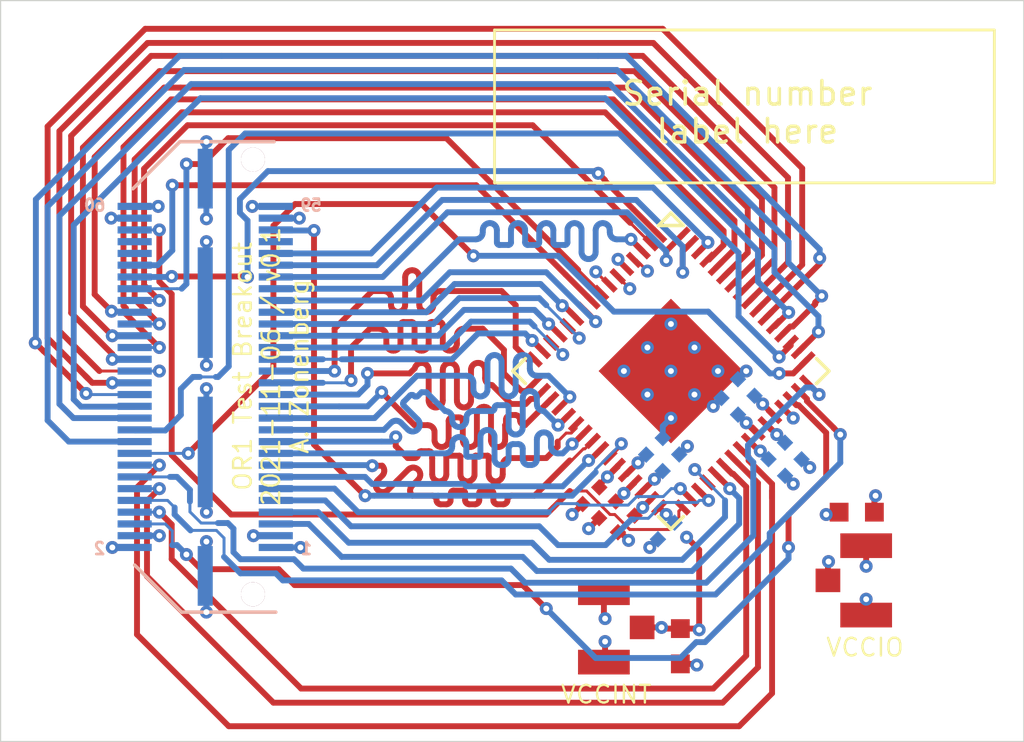
<source format=kicad_pcb>
(kicad_pcb (version 20171130) (host pcbnew "(5.1.4)")
  (layers (0 F.Cu signal) (1 In1.Cu signal) (2 In2.Cu signal) (31 B.Cu signal) (34 B.Paste user) (35 F.Paste user) (36 B.SilkS user) (37 F.SilkS user) (38 B.Mask user) (39 F.Mask user) (44 Edge.Cuts user))
  (net 0 "")
  (net 1 /GND)
  (net 2 /VCCIO)
  (net 3 /VCCINT)
  (net 4 /DOUT0[7])
  (net 5 /DOUT0[0])
  (net 6 /DOUT0[15])
  (net 7 /DOUT0[8])
  (net 8 /DOUT0[23])
  (net 9 /DOUT0[16])
  (net 10 /DOUT0[31])
  (net 11 /DOUT0[24])
  (net 12 /ADDR0[1])
  (net 13 /ADDR0[0])
  (net 14 /ADDR0[3])
  (net 15 /ADDR0[2])
  (net 16 /ADDR0[5])
  (net 17 /ADDR0[4])
  (net 18 /ADDR0[7])
  (net 19 /ADDR0[6])
  (net 20 /ADDR1[1])
  (net 21 /ADDR1[0])
  (net 22 /ADDR1[3])
  (net 23 /ADDR1[2])
  (net 24 /ADDR1[5])
  (net 25 /ADDR1[4])
  (net 26 /ADDR1[7])
  (net 27 /ADDR1[6])
  (net 28 /DIN0[7])
  (net 29 /DIN0[0])
  (net 30 /DIN0[15])
  (net 31 /DIN0[8])
  (net 32 /DIN0[23])
  (net 33 /DIN0[16])
  (net 34 /DIN0[31])
  (net 35 /DIN0[24])
  (net 36 /DOUT1[7])
  (net 37 /DOUT1[0])
  (net 38 /DOUT1[15])
  (net 39 /DOUT1[8])
  (net 40 /DOUT1[23])
  (net 41 /DOUT1[16])
  (net 42 /DOUT1[31])
  (net 43 /DOUT1[24])
  (net 44 /CS0_N)
  (net 45 /CLK0)
  (net 46 /WMASK0[0])
  (net 47 /WE0_N)
  (net 48 /WMASK0[2])
  (net 49 /WMASK0[1])
  (net 50 /WMASK0[3])
  (net 51 /CS1_N)
  (net 52 /CLK1)
  (module azonenberg_pcb:CONN_SAMTEC_QTH-030-01-L-D-A (layer B.Cu) (at 44.25 61.3 180)
    (fp_text reference J1 hide)
    (fp_text value CONN_SKY130_TEST_DEVICE hide)
    (fp_text user 59 (at -4.5 7.3) (layer B.SilkS) (effects (font (size 0.508 0.457) (thickness 0.11425)) (justify mirror)))
    (fp_text user 60 (at 4.7 7.3) (layer B.SilkS) (effects (font (size 0.508 0.457) (thickness 0.11425)) (justify mirror)))
    (fp_text user 2 (at 4.5 -7.3) (layer B.SilkS) (effects (font (size 0.508 0.457) (thickness 0.11425)) (justify mirror)))
    (fp_text user 1 (at -4.3 -7.3) (layer B.SilkS) (effects (font (size 0.508 0.457) (thickness 0.11425)) (justify mirror)))
    (pad "" thru_hole circle (at -2.03 9.24 180) (size 1.02 1.02) (drill 1.02) (layers *.Cu *.Mask B.SilkS))
    (pad 2 smd rect (at 3 -7.25 180) (size 1.45 0.305) (layers B.Cu B.Paste B.Mask) (net 3 /VCCINT))
    (pad GND smd rect (at 0 -3.191 180) (size 0.64 4.7) (layers B.Cu B.Paste B.Mask) (net 1 /GND))
    (pad GND smd rect (at 0 3.159 180) (size 0.64 4.7) (layers B.Cu B.Paste B.Mask) (net 1 /GND))
    (pad GND smd rect (at 0 -8.46 180) (size 0.64 2.54) (layers B.Cu B.Paste B.Mask) (net 1 /GND))
    (pad GND smd rect (at 0 8.43 180) (size 0.64 2.54) (layers B.Cu B.Paste B.Mask) (net 1 /GND))
    (pad "" thru_hole circle (at -2.03 -9.24 180) (size 1.02 1.02) (drill 1.02) (layers *.Cu *.Mask B.SilkS))
    (pad 1 smd rect (at -3 -7.25 180) (size 1.45 0.305) (layers B.Cu B.Paste B.Mask) (net 3 /VCCINT))
    (pad 4 smd rect (at 3 -6.75 180) (size 1.45 0.305) (layers B.Cu B.Paste B.Mask) (net 3 /VCCINT))
    (pad 3 smd rect (at -3 -6.75 180) (size 1.45 0.305) (layers B.Cu B.Paste B.Mask) (net 3 /VCCINT))
    (pad 6 smd rect (at 3 -6.25 180) (size 1.45 0.305) (layers B.Cu B.Paste B.Mask) (net 10 /DOUT0[31]))
    (pad 5 smd rect (at -3 -6.25 180) (size 1.45 0.305) (layers B.Cu B.Paste B.Mask) (net 25 /ADDR1[4]))
    (pad 8 smd rect (at 3 -5.75 180) (size 1.45 0.305) (layers B.Cu B.Paste B.Mask) (net 24 /ADDR1[5]))
    (pad 7 smd rect (at -3 -5.75 180) (size 1.45 0.305) (layers B.Cu B.Paste B.Mask) (net 22 /ADDR1[3]))
    (pad 10 smd rect (at 3 -5.25 180) (size 1.45 0.305) (layers B.Cu B.Paste B.Mask) (net 34 /DIN0[31]))
    (pad 9 smd rect (at -3 -5.25 180) (size 1.45 0.305) (layers B.Cu B.Paste B.Mask) (net 23 /ADDR1[2]))
    (pad 12 smd rect (at 3 -4.75 180) (size 1.45 0.305) (layers B.Cu B.Paste B.Mask) (net 27 /ADDR1[6]))
    (pad 11 smd rect (at -3 -4.75 180) (size 1.45 0.305) (layers B.Cu B.Paste B.Mask) (net 20 /ADDR1[1]))
    (pad 14 smd rect (at 3 -4.25 180) (size 1.45 0.305) (layers B.Cu B.Paste B.Mask) (net 11 /DOUT0[24]))
    (pad 13 smd rect (at -3 -4.25 180) (size 1.45 0.305) (layers B.Cu B.Paste B.Mask) (net 21 /ADDR1[0]))
    (pad 16 smd rect (at 3 -3.75 180) (size 1.45 0.305) (layers B.Cu B.Paste B.Mask) (net 26 /ADDR1[7]))
    (pad 15 smd rect (at -3 -3.75 180) (size 1.45 0.305) (layers B.Cu B.Paste B.Mask) (net 37 /DOUT1[0]))
    (pad 18 smd rect (at 3 -3.25 180) (size 1.45 0.305) (layers B.Cu B.Paste B.Mask) (net 35 /DIN0[24]))
    (pad 17 smd rect (at -3 -3.25 180) (size 1.45 0.305) (layers B.Cu B.Paste B.Mask) (net 38 /DOUT1[15]))
    (pad 20 smd rect (at 3 -2.75 180) (size 1.45 0.305) (layers B.Cu B.Paste B.Mask) (net 9 /DOUT0[16]))
    (pad 19 smd rect (at -3 -2.75 180) (size 1.45 0.305) (layers B.Cu B.Paste B.Mask) (net 41 /DOUT1[16]))
    (pad 22 smd rect (at 3 -2.25 180) (size 1.45 0.305) (layers B.Cu B.Paste B.Mask) (net 32 /DIN0[23]))
    (pad 21 smd rect (at -3 -2.25 180) (size 1.45 0.305) (layers B.Cu B.Paste B.Mask) (net 40 /DOUT1[23]))
    (pad 24 smd rect (at 3 -1.75 180) (size 1.45 0.305) (layers B.Cu B.Paste B.Mask) (net 8 /DOUT0[23]))
    (pad 23 smd rect (at -3 -1.75 180) (size 1.45 0.305) (layers B.Cu B.Paste B.Mask) (net 43 /DOUT1[24]))
    (pad 26 smd rect (at 3 -1.25 180) (size 1.45 0.305) (layers B.Cu B.Paste B.Mask) (net 33 /DIN0[16]))
    (pad 25 smd rect (at -3 -1.25 180) (size 1.45 0.305) (layers B.Cu B.Paste B.Mask) (net 42 /DOUT1[31]))
    (pad 28 smd rect (at 3 -0.75 180) (size 1.45 0.305) (layers B.Cu B.Paste B.Mask) (net 6 /DOUT0[15]))
    (pad 27 smd rect (at -3 -0.75 180) (size 1.45 0.305) (layers B.Cu B.Paste B.Mask) (net 36 /DOUT1[7]))
    (pad 30 smd rect (at 3 -0.25 180) (size 1.45 0.305) (layers B.Cu B.Paste B.Mask) (net 30 /DIN0[15]))
    (pad 29 smd rect (at -3 -0.25 180) (size 1.45 0.305) (layers B.Cu B.Paste B.Mask) (net 39 /DOUT1[8]))
    (pad 32 smd rect (at 3 0.25 180) (size 1.45 0.305) (layers B.Cu B.Paste B.Mask) (net 31 /DIN0[8]))
    (pad 31 smd rect (at -3 0.25 180) (size 1.45 0.305) (layers B.Cu B.Paste B.Mask) (net 18 /ADDR0[7]))
    (pad 34 smd rect (at 3 0.75 180) (size 1.45 0.305) (layers B.Cu B.Paste B.Mask) (net 7 /DOUT0[8]))
    (pad 33 smd rect (at -3 0.75 180) (size 1.45 0.305) (layers B.Cu B.Paste B.Mask) (net 19 /ADDR0[6]))
    (pad 36 smd rect (at 3 1.25 180) (size 1.45 0.305) (layers B.Cu B.Paste B.Mask) (net 5 /DOUT0[0]))
    (pad 35 smd rect (at -3 1.25 180) (size 1.45 0.305) (layers B.Cu B.Paste B.Mask) (net 16 /ADDR0[5]))
    (pad 38 smd rect (at 3 1.75 180) (size 1.45 0.305) (layers B.Cu B.Paste B.Mask) (net 28 /DIN0[7]))
    (pad 37 smd rect (at -3 1.75 180) (size 1.45 0.305) (layers B.Cu B.Paste B.Mask) (net 17 /ADDR0[4]))
    (pad 40 smd rect (at 3 2.25 180) (size 1.45 0.305) (layers B.Cu B.Paste B.Mask) (net 29 /DIN0[0]))
    (pad 39 smd rect (at -3 2.25 180) (size 1.45 0.305) (layers B.Cu B.Paste B.Mask) (net 14 /ADDR0[3]))
    (pad 42 smd rect (at 3 2.75 180) (size 1.45 0.305) (layers B.Cu B.Paste B.Mask) (net 4 /DOUT0[7]))
    (pad 41 smd rect (at -3 2.75 180) (size 1.45 0.305) (layers B.Cu B.Paste B.Mask) (net 15 /ADDR0[2]))
    (pad 44 smd rect (at 3 3.25 180) (size 1.45 0.305) (layers B.Cu B.Paste B.Mask) (net 13 /ADDR0[0]))
    (pad 43 smd rect (at -3 3.25 180) (size 1.45 0.305) (layers B.Cu B.Paste B.Mask) (net 12 /ADDR0[1]))
    (pad 46 smd rect (at 3 3.75 180) (size 1.45 0.305) (layers B.Cu B.Paste B.Mask) (net 44 /CS0_N))
    (pad 45 smd rect (at -3 3.75 180) (size 1.45 0.305) (layers B.Cu B.Paste B.Mask) (net 45 /CLK0))
    (pad 48 smd rect (at 3 4.25 180) (size 1.45 0.305) (layers B.Cu B.Paste B.Mask) (net 50 /WMASK0[3]))
    (pad 47 smd rect (at -3 4.25 180) (size 1.45 0.305) (layers B.Cu B.Paste B.Mask) (net 48 /WMASK0[2]))
    (pad 50 smd rect (at 3 4.75 180) (size 1.45 0.305) (layers B.Cu B.Paste B.Mask) (net 47 /WE0_N))
    (pad 49 smd rect (at -3 4.75 180) (size 1.45 0.305) (layers B.Cu B.Paste B.Mask) (net 49 /WMASK0[1]))
    (pad 52 smd rect (at 3 5.25 180) (size 1.45 0.305) (layers B.Cu B.Paste B.Mask))
    (pad 51 smd rect (at -3 5.25 180) (size 1.45 0.305) (layers B.Cu B.Paste B.Mask) (net 46 /WMASK0[0]))
    (pad 54 smd rect (at 3 5.75 180) (size 1.45 0.305) (layers B.Cu B.Paste B.Mask))
    (pad 53 smd rect (at -3 5.75 180) (size 1.45 0.305) (layers B.Cu B.Paste B.Mask))
    (pad 56 smd rect (at 3 6.25 180) (size 1.45 0.305) (layers B.Cu B.Paste B.Mask) (net 51 /CS1_N))
    (pad 55 smd rect (at -3 6.25 180) (size 1.45 0.305) (layers B.Cu B.Paste B.Mask) (net 52 /CLK1))
    (pad 58 smd rect (at 3 6.75 180) (size 1.45 0.305) (layers B.Cu B.Paste B.Mask) (net 2 /VCCIO))
    (pad 57 smd rect (at -3 6.75 180) (size 1.45 0.305) (layers B.Cu B.Paste B.Mask) (net 2 /VCCIO))
    (pad 60 smd rect (at 3 7.25 180) (size 1.45 0.305) (layers B.Cu B.Paste B.Mask) (net 2 /VCCIO))
    (pad 59 smd rect (at -3 7.25 180) (size 1.45 0.305) (layers B.Cu B.Paste B.Mask) (net 2 /VCCIO))
  )
  (module azonenberg_pcb:QFN_64_0.5MM_9x9MM (layer F.Cu) (at 64.05 61.05 315)
    (fp_text reference U1 hide)
    (fp_text value SKY130_TEST_OR1 hide)
    (pad PAD smd rect (at 0 0 315) (size 4.35 4.35) (layers F.Cu F.Paste F.Mask) (net 1 /GND))
    (pad 1 smd rect (at -4.45 -3.733086 315) (size 0.75 0.25) (layers F.Cu F.Paste F.Mask) (net 50 /WMASK0[3]))
    (pad 2 smd rect (at -4.45 -3.233086 315) (size 0.75 0.25) (layers F.Cu F.Paste F.Mask) (net 13 /ADDR0[0]))
    (pad 3 smd rect (at -4.45 -2.75 315) (size 0.75 0.25) (layers F.Cu F.Paste F.Mask) (net 45 /CLK0))
    (pad 4 smd rect (at -4.45 -2.233086 315) (size 0.75 0.25) (layers F.Cu F.Paste F.Mask) (net 1 /GND))
    (pad 5 smd rect (at -4.45 -1.75 315) (size 0.75 0.25) (layers F.Cu F.Paste F.Mask) (net 1 /GND))
    (pad 6 smd rect (at -4.45 -1.25 315) (size 0.75 0.25) (layers F.Cu F.Paste F.Mask) (net 1 /GND))
    (pad 7 smd rect (at -4.45 -0.75 315) (size 0.75 0.25) (layers F.Cu F.Paste F.Mask) (net 1 /GND))
    (pad 8 smd rect (at -4.45 -0.25 315) (size 0.75 0.25) (layers F.Cu F.Paste F.Mask) (net 44 /CS0_N))
    (pad 9 smd rect (at -4.45 0.266914 315) (size 0.75 0.25) (layers F.Cu F.Paste F.Mask) (net 47 /WE0_N))
    (pad 10 smd rect (at -4.45 0.766914 315) (size 0.75 0.25) (layers F.Cu F.Paste F.Mask) (net 12 /ADDR0[1]))
    (pad 11 smd rect (at -4.45 1.25 315) (size 0.75 0.25) (layers F.Cu F.Paste F.Mask) (net 15 /ADDR0[2]))
    (pad 12 smd rect (at -4.45 1.75 315) (size 0.75 0.25) (layers F.Cu F.Paste F.Mask) (net 14 /ADDR0[3]))
    (pad 13 smd rect (at -4.45 2.25 315) (size 0.75 0.25) (layers F.Cu F.Paste F.Mask) (net 17 /ADDR0[4]))
    (pad 14 smd rect (at -4.45 2.75 315) (size 0.75 0.25) (layers F.Cu F.Paste F.Mask) (net 16 /ADDR0[5]))
    (pad 15 smd rect (at -4.45 3.25 315) (size 0.75 0.25) (layers F.Cu F.Paste F.Mask) (net 19 /ADDR0[6]))
    (pad 16 smd rect (at -4.45 3.75 315) (size 0.75 0.25) (layers F.Cu F.Paste F.Mask) (net 18 /ADDR0[7]))
    (pad 17 smd rect (at -3.75 4.45 45) (size 0.75 0.25) (layers F.Cu F.Paste F.Mask) (net 39 /DOUT1[8]))
    (pad 18 smd rect (at -3.25 4.45 45) (size 0.75 0.25) (layers F.Cu F.Paste F.Mask) (net 36 /DOUT1[7]))
    (pad 19 smd rect (at -2.75 4.45 45) (size 0.75 0.25) (layers F.Cu F.Paste F.Mask) (net 42 /DOUT1[31]))
    (pad 20 smd rect (at -2.25 4.45 45) (size 0.75 0.25) (layers F.Cu F.Paste F.Mask) (net 43 /DOUT1[24]))
    (pad 21 smd rect (at -1.75 4.45 45) (size 0.75 0.25) (layers F.Cu F.Paste F.Mask) (net 40 /DOUT1[23]))
    (pad 22 smd rect (at -1.25 4.45 45) (size 0.75 0.25) (layers F.Cu F.Paste F.Mask) (net 41 /DOUT1[16]))
    (pad 23 smd rect (at -0.75 4.45 45) (size 0.75 0.25) (layers F.Cu F.Paste F.Mask) (net 38 /DOUT1[15]))
    (pad 24 smd rect (at -0.25 4.45 45) (size 0.75 0.25) (layers F.Cu F.Paste F.Mask) (net 37 /DOUT1[0]))
    (pad 25 smd rect (at 0.25 4.45 45) (size 0.75 0.25) (layers F.Cu F.Paste F.Mask) (net 21 /ADDR1[0]))
    (pad 26 smd rect (at 0.75 4.45 45) (size 0.75 0.25) (layers F.Cu F.Paste F.Mask) (net 52 /CLK1))
    (pad 27 smd rect (at 1.25 4.45 45) (size 0.75 0.25) (layers F.Cu F.Paste F.Mask) (net 2 /VCCIO))
    (pad 28 smd rect (at 1.75 4.45 45) (size 0.75 0.25) (layers F.Cu F.Paste F.Mask) (net 3 /VCCINT))
    (pad 29 smd rect (at 2.25 4.45 45) (size 0.75 0.25) (layers F.Cu F.Paste F.Mask) (net 3 /VCCINT))
    (pad 30 smd rect (at 2.75 4.45 45) (size 0.75 0.25) (layers F.Cu F.Paste F.Mask) (net 3 /VCCINT))
    (pad 31 smd rect (at 3.25 4.45 45) (size 0.75 0.25) (layers F.Cu F.Paste F.Mask) (net 3 /VCCINT))
    (pad 32 smd rect (at 3.75 4.45 45) (size 0.75 0.25) (layers F.Cu F.Paste F.Mask) (net 3 /VCCINT))
    (pad 33 smd rect (at 4.45 3.75 135) (size 0.75 0.25) (layers F.Cu F.Paste F.Mask) (net 51 /CS1_N))
    (pad 34 smd rect (at 4.45 3.25 135) (size 0.75 0.25) (layers F.Cu F.Paste F.Mask) (net 20 /ADDR1[1]))
    (pad 35 smd rect (at 4.45 2.75 135) (size 0.75 0.25) (layers F.Cu F.Paste F.Mask) (net 23 /ADDR1[2]))
    (pad 36 smd rect (at 4.45 2.25 135) (size 0.75 0.25) (layers F.Cu F.Paste F.Mask) (net 22 /ADDR1[3]))
    (pad 37 smd rect (at 4.45 1.75 135) (size 0.75 0.25) (layers F.Cu F.Paste F.Mask) (net 25 /ADDR1[4]))
    (pad 38 smd rect (at 4.45 1.25 135) (size 0.75 0.25) (layers F.Cu F.Paste F.Mask) (net 24 /ADDR1[5]))
    (pad 39 smd rect (at 4.45 0.75 135) (size 0.75 0.25) (layers F.Cu F.Paste F.Mask) (net 27 /ADDR1[6]))
    (pad 40 smd rect (at 4.45 0.25 135) (size 0.75 0.25) (layers F.Cu F.Paste F.Mask) (net 26 /ADDR1[7]))
    (pad 41 smd rect (at 4.45 -0.25 135) (size 0.75 0.25) (layers F.Cu F.Paste F.Mask) (net 2 /VCCIO))
    (pad 42 smd rect (at 4.45 -0.75 135) (size 0.75 0.25) (layers F.Cu F.Paste F.Mask) (net 2 /VCCIO))
    (pad 43 smd rect (at 4.45 -1.25 135) (size 0.75 0.25) (layers F.Cu F.Paste F.Mask) (net 2 /VCCIO))
    (pad 44 smd rect (at 4.45 -1.75 135) (size 0.75 0.25) (layers F.Cu F.Paste F.Mask) (net 2 /VCCIO))
    (pad 45 smd rect (at 4.45 -2.25 135) (size 0.75 0.25) (layers F.Cu F.Paste F.Mask) (net 1 /GND))
    (pad 46 smd rect (at 4.45 -2.75 135) (size 0.75 0.25) (layers F.Cu F.Paste F.Mask) (net 10 /DOUT0[31]))
    (pad 47 smd rect (at 4.45 -3.25 135) (size 0.75 0.25) (layers F.Cu F.Paste F.Mask) (net 34 /DIN0[31]))
    (pad 48 smd rect (at 4.45 -3.75 135) (size 0.75 0.25) (layers F.Cu F.Paste F.Mask) (net 11 /DOUT0[24]))
    (pad 49 smd rect (at 3.75 -4.45 225) (size 0.75 0.25) (layers F.Cu F.Paste F.Mask) (net 35 /DIN0[24]))
    (pad 50 smd rect (at 3.25 -4.45 225) (size 0.75 0.25) (layers F.Cu F.Paste F.Mask) (net 8 /DOUT0[23]))
    (pad 51 smd rect (at 2.75 -4.45 225) (size 0.75 0.25) (layers F.Cu F.Paste F.Mask) (net 32 /DIN0[23]))
    (pad 52 smd rect (at 2.25 -4.45 225) (size 0.75 0.25) (layers F.Cu F.Paste F.Mask) (net 9 /DOUT0[16]))
    (pad 53 smd rect (at 1.75 -4.45 225) (size 0.75 0.25) (layers F.Cu F.Paste F.Mask) (net 33 /DIN0[16]))
    (pad 54 smd rect (at 1.25 -4.45 225) (size 0.75 0.25) (layers F.Cu F.Paste F.Mask) (net 6 /DOUT0[15]))
    (pad 55 smd rect (at 0.75 -4.45 225) (size 0.75 0.25) (layers F.Cu F.Paste F.Mask) (net 30 /DIN0[15]))
    (pad 56 smd rect (at 0.25 -4.45 225) (size 0.75 0.25) (layers F.Cu F.Paste F.Mask) (net 31 /DIN0[8]))
    (pad 57 smd rect (at -0.25 -4.45 225) (size 0.75 0.25) (layers F.Cu F.Paste F.Mask) (net 7 /DOUT0[8]))
    (pad 58 smd rect (at -0.75 -4.45 225) (size 0.75 0.25) (layers F.Cu F.Paste F.Mask) (net 28 /DIN0[7]))
    (pad 59 smd rect (at -1.25 -4.45 225) (size 0.75 0.25) (layers F.Cu F.Paste F.Mask) (net 4 /DOUT0[7]))
    (pad 60 smd rect (at -1.75 -4.45 225) (size 0.75 0.25) (layers F.Cu F.Paste F.Mask) (net 5 /DOUT0[0]))
    (pad 61 smd rect (at -2.25 -4.45 225) (size 0.75 0.25) (layers F.Cu F.Paste F.Mask) (net 29 /DIN0[0]))
    (pad 62 smd rect (at -2.75 -4.45 225) (size 0.75 0.25) (layers F.Cu F.Paste F.Mask) (net 46 /WMASK0[0]))
    (pad 63 smd rect (at -3.25 -4.45 225) (size 0.75 0.25) (layers F.Cu F.Paste F.Mask) (net 49 /WMASK0[1]))
    (pad 64 smd rect (at -3.75 -4.45 225) (size 0.75 0.25) (layers F.Cu F.Paste F.Mask) (net 48 /WMASK0[2]))
  )
  (module azonenberg_pcb:EIA_0603_CAP_NOSILK (layer F.Cu) (at 64.45 72.75 270)
    (fp_text reference C2 hide)
    (fp_text value "4.7 uF" hide)
    (pad 2 smd rect (at 0.75 0 270) (size 0.8 0.8) (layers F.Cu F.Paste F.Mask) (net 1 /GND))
    (pad 1 smd rect (at -0.75 0 270) (size 0.8 0.8) (layers F.Cu F.Paste F.Mask) (net 3 /VCCINT))
  )
  (module azonenberg_pcb:CONN_U.FL_TE_1909763-1 (layer F.Cu) (at 61.3 71.95 90)
    (fp_text reference TP2 hide)
    (fp_text value U.FL hide)
    (pad 1 smd rect (at 0 1.525 90) (size 1 1.05) (layers F.Cu F.Paste F.Mask) (net 3 /VCCINT))
    (pad 2 smd rect (at -1.475 -0.1 90) (size 1.05 2.2) (layers F.Cu F.Paste F.Mask) (net 1 /GND))
    (pad 2 smd rect (at 1.475 -0.1 90) (size 1.05 2.2) (layers F.Cu F.Paste F.Mask) (net 1 /GND))
  )
  (module azonenberg_pcb:CONN_U.FL_TE_1909763-1 (layer F.Cu) (at 72.25 69.95 270)
    (fp_text reference TP1 hide)
    (fp_text value U.FL hide)
    (pad 1 smd rect (at 0 1.525 270) (size 1 1.05) (layers F.Cu F.Paste F.Mask) (net 2 /VCCIO))
    (pad 2 smd rect (at -1.475 -0.1 270) (size 1.05 2.2) (layers F.Cu F.Paste F.Mask) (net 1 /GND))
    (pad 2 smd rect (at 1.475 -0.1 270) (size 1.05 2.2) (layers F.Cu F.Paste F.Mask) (net 1 /GND))
  )
  (module azonenberg_pcb:EIA_0402_CAP_NOSILK (layer B.Cu) (at 64.05 64.95 45)
    (fp_text reference C12 hide)
    (fp_text value "0.47 uF" hide)
    (pad 2 smd rect (at 0.5 0 45) (size 0.5 0.5) (layers B.Cu B.Paste B.Mask) (net 1 /GND))
    (pad 1 smd rect (at -0.5 0 45) (size 0.5 0.5) (layers B.Cu B.Paste B.Mask) (net 3 /VCCINT))
  )
  (module azonenberg_pcb:EIA_0402_CAP_NOSILK (layer B.Cu) (at 67.25 61.75 135)
    (fp_text reference C11 hide)
    (fp_text value "0.47 uF" hide)
    (pad 2 smd rect (at 0.5 0 135) (size 0.5 0.5) (layers B.Cu B.Paste B.Mask) (net 1 /GND))
    (pad 1 smd rect (at -0.5 0 135) (size 0.5 0.5) (layers B.Cu B.Paste B.Mask) (net 2 /VCCIO))
  )
  (module azonenberg_pcb:EIA_0402_CAP_NOSILK (layer B.Cu) (at 63.35 64.25 45)
    (fp_text reference C10 hide)
    (fp_text value "0.47 uF" hide)
    (pad 2 smd rect (at 0.5 0 45) (size 0.5 0.5) (layers B.Cu B.Paste B.Mask) (net 1 /GND))
    (pad 1 smd rect (at -0.5 0 45) (size 0.5 0.5) (layers B.Cu B.Paste B.Mask) (net 3 /VCCINT))
  )
  (module azonenberg_pcb:EIA_0402_CAP_NOSILK (layer B.Cu) (at 69.25 64.45 315)
    (fp_text reference C9 hide)
    (fp_text value "0.47 uF" hide)
    (pad 2 smd rect (at 0.5 0 315) (size 0.5 0.5) (layers B.Cu B.Paste B.Mask) (net 1 /GND))
    (pad 1 smd rect (at -0.5 0 315) (size 0.5 0.5) (layers B.Cu B.Paste B.Mask) (net 2 /VCCIO))
  )
  (module azonenberg_pcb:EIA_0402_CAP_NOSILK (layer F.Cu) (at 61.35 66.95 225)
    (fp_text reference C8 hide)
    (fp_text value "0.47 uF" hide)
    (pad 2 smd rect (at 0.5 0 225) (size 0.5 0.5) (layers F.Cu F.Paste F.Mask) (net 1 /GND))
    (pad 1 smd rect (at -0.5 0 225) (size 0.5 0.5) (layers F.Cu F.Paste F.Mask) (net 3 /VCCINT))
  )
  (module azonenberg_pcb:EIA_0402_CAP_NOSILK (layer B.Cu) (at 68.55 65.15 315)
    (fp_text reference C7 hide)
    (fp_text value "0.47 uF" hide)
    (pad 2 smd rect (at 0.5 0 315) (size 0.5 0.5) (layers B.Cu B.Paste B.Mask) (net 1 /GND))
    (pad 1 smd rect (at -0.5 0 315) (size 0.5 0.5) (layers B.Cu B.Paste B.Mask) (net 2 /VCCIO))
  )
  (module azonenberg_pcb:EIA_0402_CAP_NOSILK (layer F.Cu) (at 62.15 67.55 225)
    (fp_text reference C6 hide)
    (fp_text value "0.47 uF" hide)
    (pad 2 smd rect (at 0.5 0 225) (size 0.5 0.5) (layers F.Cu F.Paste F.Mask) (net 1 /GND))
    (pad 1 smd rect (at -0.5 0 225) (size 0.5 0.5) (layers F.Cu F.Paste F.Mask) (net 3 /VCCINT))
  )
  (module azonenberg_pcb:EIA_0402_CAP_NOSILK (layer F.Cu) (at 60.65 66.35 225)
    (fp_text reference C5 hide)
    (fp_text value "0.47 uF" hide)
    (pad 2 smd rect (at 0.5 0 225) (size 0.5 0.5) (layers F.Cu F.Paste F.Mask) (net 1 /GND))
    (pad 1 smd rect (at -0.5 0 225) (size 0.5 0.5) (layers F.Cu F.Paste F.Mask) (net 2 /VCCIO))
  )
  (module azonenberg_pcb:EIA_0402_CAP_NOSILK (layer B.Cu) (at 63.85 67.85 225)
    (fp_text reference C4 hide)
    (fp_text value "0.47 uF" hide)
    (pad 2 smd rect (at 0.5 0 225) (size 0.5 0.5) (layers B.Cu B.Paste B.Mask) (net 1 /GND))
    (pad 1 smd rect (at -0.5 0 225) (size 0.5 0.5) (layers B.Cu B.Paste B.Mask) (net 3 /VCCINT))
  )
  (module azonenberg_pcb:EIA_0402_CAP_NOSILK (layer B.Cu) (at 66.55 62.55 135)
    (fp_text reference C3 hide)
    (fp_text value "0.47 uF" hide)
    (pad 2 smd rect (at 0.5 0 135) (size 0.5 0.5) (layers B.Cu B.Paste B.Mask) (net 1 /GND))
    (pad 1 smd rect (at -0.5 0 135) (size 0.5 0.5) (layers B.Cu B.Paste B.Mask) (net 2 /VCCIO))
  )
  (module azonenberg_pcb:EIA_0603_CAP_NOSILK (layer F.Cu) (at 71.95 67.05 180)
    (fp_text reference C1 hide)
    (fp_text value "4.7 uF" hide)
    (pad 2 smd rect (at 0.75 0 180) (size 0.8 0.8) (layers F.Cu F.Paste F.Mask) (net 1 /GND))
    (pad 1 smd rect (at -0.75 0 180) (size 0.8 0.8) (layers F.Cu F.Paste F.Mask) (net 2 /VCCIO))
  )
  (gr_text "Serial number\nlabel here" (at 67.3 50.05) (layer F.SilkS) (effects (font (size 1 1))))
  (gr_line (start 56.55 53.05) (end 77.8 53.05) (layer F.SilkS) (width 0.12))
  (gr_line (start 56.55 46.55) (end 56.55 53.05) (layer F.SilkS) (width 0.12))
  (gr_line (start 77.8 46.55) (end 56.55 46.55) (layer F.SilkS) (width 0.12))
  (gr_line (start 77.8 46.55) (end 77.8 53.05) (layer F.SilkS) (width 0.12))
  (gr_text VCCIO (at 72.3 72.8) (layer F.SilkS) (effects (font (size 0.75 0.75) (thickness 0.1))))
  (gr_text VCCINT (at 61.3 74.8) (layer F.SilkS) (effects (font (size 0.75 0.75) (thickness 0.1))))
  (gr_text "OR1 Test Breakout\n2021-11-06 / v0.1\nA. Zonenberg" (at 47.05 60.85 90) (layer F.SilkS) (effects (font (size 0.75 0.75) (thickness 0.1))))
  (gr_line (start 79.05 76.8) (end 35.55 76.8) (layer Edge.Cuts) (width 0.05))
  (gr_line (start 79.05 45.3) (end 79.05 76.8) (layer Edge.Cuts) (width 0.05))
  (gr_line (start 35.55 45.3) (end 79.05 45.3) (layer Edge.Cuts) (width 0.05))
  (gr_line (start 35.55 45.3) (end 35.55 76.8) (layer Edge.Cuts) (width 0.05))
  (segment (start 44.25 69.76) (end 44.25 68.35) (width 0.25) (layer B.Cu) (net 1))
  (via (at 44.3 68.3) (size 0.55) (drill 0.25) (layers F.Cu B.Cu) (net 1))
  (segment (start 44.25 68.35) (end 44.3 68.3) (width 0.25) (layer B.Cu) (net 1))
  (via (at 44.3 71.3) (size 0.55) (drill 0.25) (layers F.Cu B.Cu) (net 1))
  (segment (start 44.3 69.81) (end 44.25 69.76) (width 0.25) (layer B.Cu) (net 1))
  (segment (start 44.3 71.3) (end 44.3 69.81) (width 0.25) (layer B.Cu) (net 1))
  (via (at 44.3 67.05) (size 0.55) (drill 0.25) (layers F.Cu B.Cu) (net 1))
  (segment (start 44.3 64.541) (end 44.25 64.491) (width 0.25) (layer B.Cu) (net 1))
  (segment (start 44.3 67.05) (end 44.3 64.541) (width 0.25) (layer B.Cu) (net 1))
  (via (at 44.3 61.8) (size 0.55) (drill 0.25) (layers F.Cu B.Cu) (net 1))
  (segment (start 44.3 64.441) (end 44.25 64.491) (width 0.25) (layer B.Cu) (net 1))
  (segment (start 44.3 61.8) (end 44.3 64.441) (width 0.25) (layer B.Cu) (net 1))
  (via (at 44.3 60.8) (size 0.55) (drill 0.25) (layers F.Cu B.Cu) (net 1))
  (segment (start 44.3 58.191) (end 44.25 58.141) (width 0.25) (layer B.Cu) (net 1))
  (segment (start 44.3 60.8) (end 44.3 58.191) (width 0.25) (layer B.Cu) (net 1))
  (via (at 44.3 55.55) (size 0.55) (drill 0.25) (layers F.Cu B.Cu) (net 1))
  (segment (start 44.3 58.091) (end 44.25 58.141) (width 0.25) (layer B.Cu) (net 1))
  (segment (start 44.3 55.55) (end 44.3 58.091) (width 0.25) (layer B.Cu) (net 1))
  (via (at 44.3 54.575) (size 0.55) (drill 0.25) (layers F.Cu B.Cu) (net 1))
  (segment (start 44.3 52.92) (end 44.25 52.87) (width 0.25) (layer B.Cu) (net 1))
  (segment (start 44.3 54.575) (end 44.3 52.92) (width 0.25) (layer B.Cu) (net 1))
  (via (at 44.3 51.3) (size 0.55) (drill 0.25) (layers F.Cu B.Cu) (net 1))
  (segment (start 44.25 52.87) (end 44.25 51.35) (width 0.25) (layer B.Cu) (net 1))
  (segment (start 44.25 51.35) (end 44.3 51.3) (width 0.25) (layer B.Cu) (net 1))
  (via (at 63.05 56.8) (size 0.55) (drill 0.25) (layers F.Cu B.Cu) (net 1))
  (segment (start 62.482405 56.324345) (end 62.574345 56.324345) (width 0.125) (layer F.Cu) (net 1))
  (segment (start 62.574345 56.324345) (end 63.05 56.8) (width 0.125) (layer F.Cu) (net 1))
  (via (at 61.8 56.3) (size 0.55) (drill 0.25) (layers F.Cu B.Cu) (net 1))
  (segment (start 62.140812 56.665938) (end 62.140812 56.640812) (width 0.125) (layer F.Cu) (net 1))
  (segment (start 62.140812 56.640812) (end 61.8 56.3) (width 0.125) (layer F.Cu) (net 1))
  (via (at 62.3 57.55) (size 0.55) (drill 0.25) (layers F.Cu B.Cu) (net 1))
  (segment (start 61.787258 57.019491) (end 61.787258 57.037258) (width 0.125) (layer F.Cu) (net 1))
  (segment (start 61.787258 57.037258) (end 62.3 57.55) (width 0.125) (layer F.Cu) (net 1))
  (via (at 60.858327 56.831694) (size 0.55) (drill 0.25) (layers F.Cu B.Cu) (net 1))
  (segment (start 61.433705 57.373045) (end 61.399678 57.373045) (width 0.125) (layer F.Cu) (net 1))
  (segment (start 61.399678 57.373045) (end 60.858327 56.831694) (width 0.125) (layer F.Cu) (net 1))
  (via (at 64.05 59.05) (size 0.55) (drill 0.25) (layers F.Cu B.Cu) (net 1))
  (segment (start 64.05 59.05) (end 63.05 60.05) (width 0.125) (layer F.Cu) (net 1))
  (via (at 63.05 60.05) (size 0.55) (drill 0.25) (layers F.Cu B.Cu) (net 1))
  (via (at 62.05 61.05) (size 0.55) (drill 0.25) (layers F.Cu B.Cu) (net 1))
  (via (at 65.05 60.05) (size 0.55) (drill 0.25) (layers F.Cu B.Cu) (net 1))
  (via (at 66.05 61.05) (size 0.55) (drill 0.25) (layers F.Cu B.Cu) (net 1))
  (via (at 64.05 61.05) (size 0.55) (drill 0.25) (layers F.Cu B.Cu) (net 1))
  (via (at 65.05 62.05) (size 0.55) (drill 0.25) (layers F.Cu B.Cu) (net 1))
  (via (at 63.05 62.05) (size 0.55) (drill 0.25) (layers F.Cu B.Cu) (net 1))
  (via (at 64.05 63.05) (size 0.55) (drill 0.25) (layers F.Cu B.Cu) (net 1))
  (via (at 69.25 63.05) (size 0.55) (drill 0.25) (layers F.Cu B.Cu) (net 1))
  (segment (start 68.787615 62.605635) (end 68.805635 62.605635) (width 0.25) (layer F.Cu) (net 1))
  (segment (start 68.805635 62.605635) (end 69.25 63.05) (width 0.25) (layer F.Cu) (net 1))
  (segment (start 66.196447 62.196447) (end 66.196447 62.203553) (width 0.25) (layer B.Cu) (net 1))
  (via (at 65.85 62.55) (size 0.55) (drill 0.25) (layers F.Cu B.Cu) (net 1))
  (segment (start 66.196447 62.203553) (end 65.85 62.55) (width 0.25) (layer B.Cu) (net 1))
  (segment (start 66.896447 61.396447) (end 66.903553 61.396447) (width 0.25) (layer B.Cu) (net 1))
  (via (at 67.25 61.05) (size 0.55) (drill 0.25) (layers F.Cu B.Cu) (net 1))
  (segment (start 66.903553 61.396447) (end 67.25 61.05) (width 0.25) (layer B.Cu) (net 1))
  (via (at 69.95 65.15) (size 0.55) (drill 0.25) (layers F.Cu B.Cu) (net 1))
  (segment (start 69.603553 64.803553) (end 69.95 65.15) (width 0.25) (layer B.Cu) (net 1))
  (via (at 69.25 65.85) (size 0.55) (drill 0.25) (layers F.Cu B.Cu) (net 1))
  (segment (start 68.903553 65.503553) (end 69.25 65.85) (width 0.25) (layer B.Cu) (net 1))
  (segment (start 63.703553 63.396447) (end 64.05 63.05) (width 0.25) (layer B.Cu) (net 1))
  (segment (start 63.703553 63.896447) (end 63.703553 63.396447) (width 0.25) (layer B.Cu) (net 1))
  (via (at 64.75 64.25) (size 0.55) (drill 0.25) (layers F.Cu B.Cu) (net 1))
  (segment (start 64.403553 64.596447) (end 64.75 64.25) (width 0.25) (layer B.Cu) (net 1))
  (via (at 63.15 68.55) (size 0.55) (drill 0.25) (layers F.Cu B.Cu) (net 1))
  (segment (start 63.496447 68.203553) (end 63.15 68.55) (width 0.25) (layer B.Cu) (net 1))
  (via (at 62.25 68.25) (size 0.55) (drill 0.25) (layers F.Cu B.Cu) (net 1))
  (segment (start 62.25 68.25) (end 62.142894 68.25) (width 0.25) (layer B.Cu) (net 1))
  (via (at 59.85 67.15) (size 0.55) (drill 0.25) (layers F.Cu B.Cu) (net 1))
  (via (at 60.55 67.75) (size 0.55) (drill 0.25) (layers F.Cu B.Cu) (net 1))
  (via (at 72.35 69.35) (size 0.55) (drill 0.25) (layers F.Cu B.Cu) (net 1))
  (segment (start 72.35 68.475) (end 72.35 69.35) (width 0.25) (layer F.Cu) (net 1))
  (via (at 72.35 70.75) (size 0.55) (drill 0.25) (layers F.Cu B.Cu) (net 1))
  (segment (start 72.35 70.75) (end 72.35 71.425) (width 0.25) (layer F.Cu) (net 1))
  (via (at 70.65 67.15) (size 0.55) (drill 0.25) (layers F.Cu B.Cu) (net 1))
  (segment (start 71.2 67.05) (end 70.75 67.05) (width 0.25) (layer F.Cu) (net 1))
  (segment (start 70.75 67.05) (end 70.65 67.15) (width 0.25) (layer F.Cu) (net 1))
  (via (at 61.25 71.575) (size 0.55) (drill 0.25) (layers F.Cu B.Cu) (net 1))
  (segment (start 61.2 70.475) (end 61.2 71.525) (width 0.25) (layer F.Cu) (net 1))
  (segment (start 61.2 71.525) (end 61.25 71.575) (width 0.25) (layer F.Cu) (net 1))
  (via (at 61.25 72.55) (size 0.55) (drill 0.25) (layers F.Cu B.Cu) (net 1))
  (segment (start 61.25 73.375) (end 61.2 73.425) (width 0.25) (layer F.Cu) (net 1))
  (segment (start 61.25 72.55) (end 61.25 73.375) (width 0.25) (layer F.Cu) (net 1))
  (via (at 65.15 73.55) (size 0.55) (drill 0.25) (layers F.Cu B.Cu) (net 1))
  (segment (start 64.45 73.5) (end 65.1 73.5) (width 0.25) (layer F.Cu) (net 1))
  (segment (start 65.1 73.5) (end 65.15 73.55) (width 0.25) (layer F.Cu) (net 1))
  (segment (start 59.85 67.15) (end 60.296447 66.703553) (width 0.25) (layer F.Cu) (net 1))
  (segment (start 60.996447 67.303553) (end 60.55 67.75) (width 0.25) (layer F.Cu) (net 1))
  (segment (start 61.903553 67.903553) (end 62.25 68.25) (width 0.25) (layer F.Cu) (net 1))
  (segment (start 61.796447 67.903553) (end 61.903553 67.903553) (width 0.25) (layer F.Cu) (net 1))
  (via (at 42.25 54.05) (size 0.55) (drill 0.25) (layers F.Cu B.Cu) (net 2))
  (segment (start 41.25 54.05) (end 42.25 54.05) (width 0.25) (layer B.Cu) (net 2))
  (via (at 46.25 54.05) (size 0.55) (drill 0.25) (layers F.Cu B.Cu) (net 2))
  (segment (start 47.25 54.05) (end 46.25 54.05) (width 0.25) (layer B.Cu) (net 2))
  (via (at 48.25 54.55) (size 0.55) (drill 0.25) (layers F.Cu B.Cu) (net 2))
  (segment (start 47.25 54.55) (end 48.25 54.55) (width 0.25) (layer B.Cu) (net 2))
  (via (at 40.25 54.55) (size 0.55) (drill 0.25) (layers F.Cu B.Cu) (net 2))
  (segment (start 41.25 54.55) (end 40.25 54.55) (width 0.25) (layer B.Cu) (net 2))
  (via (at 61.35 65.55) (size 0.55) (drill 0.25) (layers F.Cu B.Cu) (net 2))
  (segment (start 61.787258 65.080509) (end 61.787258 65.112742) (width 0.25) (layer F.Cu) (net 2))
  (segment (start 61.787258 65.112742) (end 61.35 65.55) (width 0.25) (layer F.Cu) (net 2))
  (via (at 67.85 64.45) (size 0.55) (drill 0.25) (layers F.Cu B.Cu) (net 2))
  (segment (start 67.803554 64.45) (end 67.373402 64.019848) (width 0.25) (layer F.Cu) (net 2))
  (segment (start 67.85 64.45) (end 67.803554 64.45) (width 0.25) (layer F.Cu) (net 2))
  (segment (start 67.726955 63.666295) (end 67.666295 63.666295) (width 0.25) (layer F.Cu) (net 2))
  (via (at 67.25 63.25) (size 0.55) (drill 0.25) (layers F.Cu B.Cu) (net 2))
  (segment (start 67.666295 63.666295) (end 67.25 63.25) (width 0.25) (layer F.Cu) (net 2))
  (segment (start 68.080509 63.312742) (end 68.112742 63.312742) (width 0.25) (layer F.Cu) (net 2))
  (via (at 68.55 63.75) (size 0.55) (drill 0.25) (layers F.Cu B.Cu) (net 2))
  (segment (start 68.112742 63.312742) (end 68.55 63.75) (width 0.25) (layer F.Cu) (net 2))
  (via (at 67.95 62.45) (size 0.55) (drill 0.25) (layers F.Cu B.Cu) (net 2))
  (segment (start 68.434062 62.959188) (end 68.434062 62.934062) (width 0.25) (layer F.Cu) (net 2))
  (segment (start 68.434062 62.934062) (end 67.95 62.45) (width 0.25) (layer F.Cu) (net 2))
  (segment (start 68.896447 64.096447) (end 68.55 63.75) (width 0.25) (layer B.Cu) (net 2))
  (segment (start 68.196447 64.796447) (end 67.85 64.45) (width 0.25) (layer B.Cu) (net 2))
  (segment (start 67.25 63.25) (end 66.903553 62.903553) (width 0.25) (layer B.Cu) (net 2))
  (segment (start 67.95 62.45) (end 67.603553 62.103553) (width 0.25) (layer B.Cu) (net 2))
  (segment (start 61.35 65.55) (end 61.35 65.65) (width 0.25) (layer B.Cu) (net 2))
  (segment (start 70.725 69.95) (end 70.725 69.175) (width 0.25) (layer F.Cu) (net 2))
  (via (at 70.75 69.15) (size 0.55) (drill 0.25) (layers F.Cu B.Cu) (net 2))
  (segment (start 70.725 69.175) (end 70.75 69.15) (width 0.25) (layer F.Cu) (net 2))
  (via (at 72.75 66.35) (size 0.55) (drill 0.25) (layers F.Cu B.Cu) (net 2))
  (segment (start 72.7 67.05) (end 72.7 66.4) (width 0.25) (layer F.Cu) (net 2))
  (segment (start 72.7 66.4) (end 72.75 66.35) (width 0.25) (layer F.Cu) (net 2))
  (segment (start 61.003553 65.896447) (end 61.35 65.55) (width 0.25) (layer F.Cu) (net 2))
  (segment (start 61.003553 65.996447) (end 61.003553 65.896447) (width 0.25) (layer F.Cu) (net 2))
  (via (at 42.3 68.05) (size 0.55) (drill 0.25) (layers F.Cu B.Cu) (net 3))
  (segment (start 41.25 68.05) (end 42.3 68.05) (width 0.25) (layer B.Cu) (net 3))
  (via (at 40.3 68.55) (size 0.55) (drill 0.25) (layers F.Cu B.Cu) (net 3))
  (segment (start 41.25 68.55) (end 40.3 68.55) (width 0.25) (layer B.Cu) (net 3))
  (via (at 46.3 68.05) (size 0.55) (drill 0.25) (layers F.Cu B.Cu) (net 3))
  (segment (start 47.25 68.05) (end 46.3 68.05) (width 0.25) (layer B.Cu) (net 3))
  (via (at 48.3 68.55) (size 0.55) (drill 0.25) (layers F.Cu B.Cu) (net 3))
  (segment (start 47.25 68.55) (end 48.3 68.55) (width 0.25) (layer B.Cu) (net 3))
  (via (at 62.05 66.25) (size 0.55) (drill 0.25) (layers F.Cu B.Cu) (net 3))
  (segment (start 62.494365 65.787615) (end 62.494365 65.805635) (width 0.25) (layer F.Cu) (net 3))
  (segment (start 62.494365 65.805635) (end 62.05 66.25) (width 0.25) (layer F.Cu) (net 3))
  (via (at 62.85 66.85) (size 0.55) (drill 0.25) (layers F.Cu B.Cu) (net 3))
  (segment (start 63.201472 66.494722) (end 63.201472 66.498528) (width 0.25) (layer F.Cu) (net 3))
  (segment (start 63.201472 66.498528) (end 62.85 66.85) (width 0.25) (layer F.Cu) (net 3))
  (via (at 62.65 64.95) (size 0.55) (drill 0.25) (layers F.Cu B.Cu) (net 3))
  (segment (start 62.140812 65.434062) (end 62.165938 65.434062) (width 0.25) (layer F.Cu) (net 3))
  (segment (start 62.165938 65.434062) (end 62.65 64.95) (width 0.25) (layer F.Cu) (net 3))
  (via (at 63.35 65.65) (size 0.55) (drill 0.25) (layers F.Cu B.Cu) (net 3))
  (segment (start 62.847918 66.141169) (end 62.858831 66.141169) (width 0.25) (layer F.Cu) (net 3))
  (segment (start 62.858831 66.141169) (end 63.35 65.65) (width 0.25) (layer F.Cu) (net 3))
  (via (at 63.85 67.15) (size 0.55) (drill 0.25) (layers F.Cu B.Cu) (net 3))
  (segment (start 63.555025 66.848276) (end 63.555025 66.855025) (width 0.25) (layer F.Cu) (net 3))
  (segment (start 63.555025 66.855025) (end 63.85 67.15) (width 0.25) (layer F.Cu) (net 3))
  (segment (start 62.996447 64.603553) (end 62.65 64.95) (width 0.25) (layer B.Cu) (net 3))
  (segment (start 63.696447 65.303553) (end 63.35 65.65) (width 0.25) (layer B.Cu) (net 3))
  (segment (start 63.857106 67.15) (end 64.203553 67.496447) (width 0.25) (layer B.Cu) (net 3))
  (segment (start 63.85 67.15) (end 63.857106 67.15) (width 0.25) (layer B.Cu) (net 3))
  (via (at 63.65 71.95) (size 0.55) (drill 0.25) (layers F.Cu B.Cu) (net 3))
  (segment (start 62.825 71.95) (end 63.65 71.95) (width 0.25) (layer F.Cu) (net 3))
  (via (at 65.25 72.05) (size 0.55) (drill 0.25) (layers F.Cu B.Cu) (net 3))
  (segment (start 64.45 72) (end 65.2 72) (width 0.25) (layer F.Cu) (net 3))
  (segment (start 65.2 72) (end 65.25 72.05) (width 0.25) (layer F.Cu) (net 3))
  (via (at 64.715686 68.115686) (size 0.55) (drill 0.25) (layers F.Cu B.Cu) (net 3))
  (segment (start 65.25 68.65) (end 64.715686 68.115686) (width 0.25) (layer F.Cu) (net 3))
  (segment (start 65.25 72.05) (end 65.25 68.65) (width 0.25) (layer F.Cu) (net 3))
  (segment (start 63.7 72) (end 63.65 71.95) (width 0.25) (layer F.Cu) (net 3))
  (segment (start 64.45 72) (end 63.7 72) (width 0.25) (layer F.Cu) (net 3))
  (segment (start 62.05 66.25) (end 61.703553 66.596447) (width 0.25) (layer F.Cu) (net 3))
  (segment (start 62.85 66.85) (end 62.503553 67.196447) (width 0.25) (layer F.Cu) (net 3))
  (via (at 40.266389 58.507658) (size 0.55) (drill 0.25) (layers F.Cu B.Cu) (net 4))
  (segment (start 41.25 58.55) (end 40.308731 58.55) (width 0.125) (layer B.Cu) (net 4))
  (segment (start 40.308731 58.55) (end 40.266389 58.507658) (width 0.125) (layer B.Cu) (net 4))
  (segment (start 67.316116 54.116116) (end 67.316116 56.016116) (width 0.25) (layer F.Cu) (net 4))
  (segment (start 62.2 49) (end 67.316116 54.116116) (width 0.25) (layer F.Cu) (net 4))
  (segment (start 67.316116 56.016116) (end 66.312742 57.019491) (width 0.25) (layer F.Cu) (net 4))
  (segment (start 43.5 49) (end 62.2 49) (width 0.25) (layer F.Cu) (net 4))
  (segment (start 42.5 49) (end 43.2 49) (width 0.25) (layer F.Cu) (net 4))
  (segment (start 43.2 49) (end 43.5 49) (width 0.25) (layer F.Cu) (net 4))
  (segment (start 39.55 51.95) (end 39.55 57.79127) (width 0.25) (layer F.Cu) (net 4))
  (segment (start 39.55 57.79127) (end 40.266389 58.507658) (width 0.25) (layer F.Cu) (net 4))
  (segment (start 42.5 49) (end 39.55 51.95) (width 0.25) (layer F.Cu) (net 4))
  (via (at 42.3 60.05) (size 0.55) (drill 0.25) (layers F.Cu B.Cu) (net 5))
  (segment (start 41.25 60.05) (end 42.3 60.05) (width 0.125) (layer B.Cu) (net 5))
  (segment (start 61.6 49.5) (end 66.75 54.65) (width 0.25) (layer F.Cu) (net 5))
  (segment (start 66.66452 55.960606) (end 65.959188 56.665938) (width 0.25) (layer F.Cu) (net 5))
  (segment (start 40.874991 58.624991) (end 40.874991 58.374991) (width 0.25) (layer F.Cu) (net 5))
  (segment (start 66.75 55.875126) (end 66.66452 55.960606) (width 0.25) (layer F.Cu) (net 5))
  (segment (start 40.874991 58.374991) (end 40.775001 58.275001) (width 0.25) (layer F.Cu) (net 5))
  (segment (start 66.75 54.65) (end 66.75 55.875126) (width 0.25) (layer F.Cu) (net 5))
  (segment (start 40.775001 51.524999) (end 42.8 49.5) (width 0.25) (layer F.Cu) (net 5))
  (segment (start 40.775001 58.275001) (end 40.775001 51.524999) (width 0.25) (layer F.Cu) (net 5))
  (segment (start 42.3 60.05) (end 40.874991 58.624991) (width 0.25) (layer F.Cu) (net 5))
  (segment (start 42.8 49.5) (end 61.6 49.5) (width 0.25) (layer F.Cu) (net 5))
  (segment (start 60.95 47.65) (end 62.15 47.65) (width 0.25) (layer B.Cu) (net 6))
  (segment (start 62.15 47.65) (end 63.55 49.05) (width 0.25) (layer B.Cu) (net 6))
  (via (at 70.375 56.247431) (size 0.55) (drill 0.25) (layers F.Cu B.Cu) (net 6))
  (segment (start 63.55 49.05) (end 70.375 55.875) (width 0.25) (layer B.Cu) (net 6))
  (segment (start 70.375 55.875) (end 70.375 56.247431) (width 0.25) (layer B.Cu) (net 6))
  (segment (start 70.375 56.492767) (end 70.375 56.247431) (width 0.25) (layer F.Cu) (net 6))
  (segment (start 68.080509 58.787258) (end 70.375 56.492767) (width 0.25) (layer F.Cu) (net 6))
  (segment (start 39.231272 62.05) (end 39.183751 62.002479) (width 0.125) (layer B.Cu) (net 6))
  (segment (start 37.590636 60.409364) (end 39.183751 62.002479) (width 0.25) (layer F.Cu) (net 6))
  (segment (start 41.25 62.05) (end 39.231272 62.05) (width 0.125) (layer B.Cu) (net 6))
  (via (at 39.183751 62.002479) (size 0.55) (drill 0.25) (layers F.Cu B.Cu) (net 6))
  (segment (start 44.95 47.65) (end 43.15 47.65) (width 0.25) (layer B.Cu) (net 6))
  (segment (start 44.95 47.65) (end 60.95 47.65) (width 0.25) (layer B.Cu) (net 6))
  (segment (start 43.15 47.65) (end 37.05 53.75) (width 0.25) (layer B.Cu) (net 6))
  (segment (start 37.05 53.75) (end 37.05 59.825) (width 0.25) (layer B.Cu) (net 6))
  (via (at 37.025 59.85) (size 0.55) (drill 0.25) (layers F.Cu B.Cu) (net 6))
  (segment (start 37.05 59.825) (end 37.025 59.85) (width 0.25) (layer B.Cu) (net 6))
  (segment (start 37.025 59.85) (end 37.384364 60.209364) (width 0.25) (layer F.Cu) (net 6))
  (segment (start 37.384364 60.209364) (end 37.390636 60.209364) (width 0.25) (layer F.Cu) (net 6))
  (segment (start 37.390636 60.209364) (end 37.590636 60.409364) (width 0.25) (layer F.Cu) (net 6))
  (via (at 40.3 60.55) (size 0.55) (drill 0.25) (layers F.Cu B.Cu) (net 7))
  (segment (start 41.25 60.55) (end 40.3 60.55) (width 0.125) (layer B.Cu) (net 7))
  (segment (start 67.355723 57.390723) (end 67.019848 57.726598) (width 0.25) (layer F.Cu) (net 7))
  (segment (start 68.45 56.296446) (end 67.355723 57.390723) (width 0.25) (layer F.Cu) (net 7))
  (segment (start 68.45 53.25) (end 68.45 56.296446) (width 0.25) (layer F.Cu) (net 7))
  (segment (start 40.3 60.55) (end 40.3 60.327002) (width 0.25) (layer F.Cu) (net 7))
  (segment (start 40.3 60.327002) (end 38.55 58.577002) (width 0.25) (layer F.Cu) (net 7))
  (segment (start 38.55 58.577002) (end 38.55 51.05) (width 0.25) (layer F.Cu) (net 7))
  (segment (start 38.55 51.05) (end 41.95 47.65) (width 0.25) (layer F.Cu) (net 7))
  (segment (start 62.85 47.65) (end 68.45 53.25) (width 0.25) (layer F.Cu) (net 7))
  (segment (start 41.95 47.65) (end 62.85 47.65) (width 0.25) (layer F.Cu) (net 7))
  (via (at 70.321232 59.378768) (size 0.55) (drill 0.25) (layers F.Cu B.Cu) (net 8))
  (segment (start 69.498528 60.201472) (end 70.321232 59.378768) (width 0.25) (layer F.Cu) (net 8))
  (segment (start 69.494722 60.201472) (end 69.498528 60.201472) (width 0.25) (layer F.Cu) (net 8))
  (segment (start 38.05 62.45) (end 38.65 63.05) (width 0.25) (layer B.Cu) (net 8))
  (segment (start 38.05 54.45) (end 38.05 62.45) (width 0.25) (layer B.Cu) (net 8))
  (segment (start 70.321232 58.721232) (end 68.45 56.85) (width 0.25) (layer B.Cu) (net 8))
  (segment (start 68.45 56.85) (end 68.45 55.85) (width 0.25) (layer B.Cu) (net 8))
  (segment (start 68.45 55.85) (end 61.45 48.85) (width 0.25) (layer B.Cu) (net 8))
  (segment (start 38.65 63.05) (end 41.25 63.05) (width 0.25) (layer B.Cu) (net 8))
  (segment (start 61.45 48.85) (end 43.65 48.85) (width 0.25) (layer B.Cu) (net 8))
  (segment (start 70.321232 59.378768) (end 70.321232 58.721232) (width 0.25) (layer B.Cu) (net 8))
  (segment (start 43.65 48.85) (end 38.05 54.45) (width 0.25) (layer B.Cu) (net 8))
  (via (at 70.458669 57.858669) (size 0.55) (drill 0.25) (layers F.Cu B.Cu) (net 9))
  (segment (start 70.44099 57.84099) (end 70.458669 57.858669) (width 0.25) (layer F.Cu) (net 9))
  (segment (start 70.18367 58.133668) (end 70.458669 57.858669) (width 0.25) (layer F.Cu) (net 9))
  (segment (start 70.18367 58.203562) (end 70.18367 58.133668) (width 0.25) (layer F.Cu) (net 9))
  (segment (start 69.228742 59.15849) (end 70.18367 58.203562) (width 0.25) (layer F.Cu) (net 9))
  (segment (start 69.12349 59.15849) (end 69.228742 59.15849) (width 0.25) (layer F.Cu) (net 9))
  (segment (start 68.787615 59.494365) (end 69.12349 59.15849) (width 0.25) (layer F.Cu) (net 9))
  (segment (start 69.05 56.45) (end 70.458669 57.858669) (width 0.25) (layer B.Cu) (net 9))
  (segment (start 69.05 55.55) (end 69.05 56.45) (width 0.25) (layer B.Cu) (net 9))
  (segment (start 37.55 63.15) (end 37.55 54.05) (width 0.25) (layer B.Cu) (net 9))
  (segment (start 38.45 64.05) (end 37.55 63.15) (width 0.25) (layer B.Cu) (net 9))
  (segment (start 37.55 54.05) (end 43.35 48.25) (width 0.25) (layer B.Cu) (net 9))
  (segment (start 43.35 48.25) (end 61.75 48.25) (width 0.25) (layer B.Cu) (net 9))
  (segment (start 41.25 64.05) (end 38.45 64.05) (width 0.25) (layer B.Cu) (net 9))
  (segment (start 61.75 48.25) (end 69.05 55.55) (width 0.25) (layer B.Cu) (net 9))
  (segment (start 69.391178 62.502091) (end 69.141169 62.252082) (width 0.25) (layer F.Cu) (net 10))
  (segment (start 69.479093 62.502091) (end 69.391178 62.502091) (width 0.25) (layer F.Cu) (net 10))
  (segment (start 70.65 63.672998) (end 69.479093 62.502091) (width 0.25) (layer F.Cu) (net 10))
  (segment (start 70.65 65.55) (end 70.65 63.672998) (width 0.25) (layer F.Cu) (net 10))
  (segment (start 41.25 67.55) (end 42.55 67.55) (width 0.125) (layer B.Cu) (net 10))
  (segment (start 42.55 67.55) (end 42.85 67.85) (width 0.125) (layer B.Cu) (net 10))
  (segment (start 42.85 67.85) (end 42.85 68.45) (width 0.125) (layer B.Cu) (net 10))
  (segment (start 47.375001 69.475001) (end 48.05 70.15) (width 0.25) (layer F.Cu) (net 10))
  (via (at 58.75 71.15) (size 0.55) (drill 0.25) (layers F.Cu B.Cu) (net 10))
  (segment (start 48.05 70.15) (end 57.75 70.15) (width 0.25) (layer F.Cu) (net 10))
  (segment (start 57.75 70.15) (end 58.75 71.15) (width 0.25) (layer F.Cu) (net 10))
  (via (at 43.45 68.85) (size 0.55) (drill 0.25) (layers F.Cu B.Cu) (net 10))
  (segment (start 42.85 68.45) (end 43.05 68.45) (width 0.25) (layer B.Cu) (net 10))
  (segment (start 43.05 68.45) (end 43.45 68.85) (width 0.25) (layer B.Cu) (net 10))
  (segment (start 44.075001 69.475001) (end 44.224999 69.475001) (width 0.25) (layer F.Cu) (net 10))
  (segment (start 43.45 68.85) (end 44.075001 69.475001) (width 0.25) (layer F.Cu) (net 10))
  (segment (start 44.224999 69.475001) (end 47.375001 69.475001) (width 0.25) (layer F.Cu) (net 10))
  (segment (start 69.05 69.027002) (end 69.05 68.55) (width 0.25) (layer B.Cu) (net 10))
  (via (at 69.05 68.55) (size 0.55) (drill 0.25) (layers F.Cu B.Cu) (net 10))
  (segment (start 58.75 71.15) (end 60.85 73.25) (width 0.25) (layer B.Cu) (net 10))
  (segment (start 65.502001 72.575001) (end 69.05 69.027002) (width 0.25) (layer B.Cu) (net 10))
  (segment (start 60.85 73.25) (end 64.45 73.25) (width 0.25) (layer B.Cu) (net 10))
  (segment (start 64.45 73.25) (end 65.124999 72.575001) (width 0.25) (layer B.Cu) (net 10))
  (segment (start 65.124999 72.575001) (end 65.502001 72.575001) (width 0.25) (layer B.Cu) (net 10))
  (segment (start 69.05 67.15) (end 70.65 65.55) (width 0.25) (layer F.Cu) (net 10))
  (segment (start 69.05 68.55) (end 69.05 67.15) (width 0.25) (layer F.Cu) (net 10))
  (segment (start 41.25 65.55) (end 42.75 65.55) (width 0.125) (layer B.Cu) (net 11))
  (segment (start 42.75 65.55) (end 43.05 65.55) (width 0.25) (layer B.Cu) (net 11))
  (segment (start 43.05 65.55) (end 43.6 66.1) (width 0.25) (layer B.Cu) (net 11))
  (via (at 70.35 62.05) (size 0.55) (drill 0.25) (layers F.Cu B.Cu) (net 11))
  (segment (start 70.35 62.046699) (end 69.848276 61.544975) (width 0.25) (layer F.Cu) (net 11))
  (segment (start 70.35 62.05) (end 70.35 62.046699) (width 0.25) (layer F.Cu) (net 11))
  (segment (start 44.077999 67.512501) (end 44.787499 67.512501) (width 0.125) (layer B.Cu) (net 11))
  (segment (start 43.6 67.034502) (end 44.077999 67.512501) (width 0.125) (layer B.Cu) (net 11))
  (segment (start 43.6 66.6) (end 43.6 67.034502) (width 0.125) (layer B.Cu) (net 11))
  (segment (start 43.6 66.1) (end 43.6 66.6) (width 0.25) (layer B.Cu) (net 11))
  (segment (start 69.772998 61.75) (end 70.05 61.75) (width 0.25) (layer B.Cu) (net 11))
  (segment (start 67.324999 64.197999) (end 69.772998 61.75) (width 0.25) (layer B.Cu) (net 11))
  (segment (start 67.324999 64.702001) (end 67.324999 64.197999) (width 0.25) (layer B.Cu) (net 11))
  (segment (start 57.85 70.05) (end 65.55 70.05) (width 0.25) (layer B.Cu) (net 11))
  (segment (start 67.55 68.05) (end 67.55 64.927002) (width 0.25) (layer B.Cu) (net 11))
  (segment (start 48.422998 69.45) (end 57.25 69.45) (width 0.25) (layer B.Cu) (net 11))
  (segment (start 67.55 64.927002) (end 67.324999 64.702001) (width 0.25) (layer B.Cu) (net 11))
  (segment (start 48.022998 69.05) (end 48.422998 69.45) (width 0.25) (layer B.Cu) (net 11))
  (segment (start 70.05 61.75) (end 70.35 62.05) (width 0.25) (layer B.Cu) (net 11))
  (segment (start 45.75 69.05) (end 48.022998 69.05) (width 0.25) (layer B.Cu) (net 11))
  (segment (start 45.45 68.75) (end 45.75 69.05) (width 0.25) (layer B.Cu) (net 11))
  (segment (start 57.25 69.45) (end 57.85 70.05) (width 0.25) (layer B.Cu) (net 11))
  (segment (start 45.45 67.75) (end 45.45 68.75) (width 0.25) (layer B.Cu) (net 11))
  (segment (start 45.212501 67.512501) (end 45.45 67.75) (width 0.25) (layer B.Cu) (net 11))
  (segment (start 65.55 70.05) (end 67.55 68.05) (width 0.25) (layer B.Cu) (net 11))
  (segment (start 44.787499 67.512501) (end 45.212501 67.512501) (width 0.25) (layer B.Cu) (net 11))
  (via (at 60.85 58.95) (size 0.55) (drill 0.25) (layers F.Cu B.Cu) (net 12))
  (segment (start 60.85 58.93458) (end 60.361085 58.445665) (width 0.25) (layer F.Cu) (net 12))
  (segment (start 60.85 58.95) (end 60.85 58.93458) (width 0.25) (layer F.Cu) (net 12))
  (segment (start 53.45 58.05) (end 47.25 58.05) (width 0.25) (layer B.Cu) (net 12))
  (segment (start 54.65 56.85) (end 53.45 58.05) (width 0.25) (layer B.Cu) (net 12))
  (segment (start 58.75 56.85) (end 54.65 56.85) (width 0.25) (layer B.Cu) (net 12))
  (segment (start 60.85 58.95) (end 58.75 56.85) (width 0.25) (layer B.Cu) (net 12))
  (via (at 42.3 58.05) (size 0.55) (drill 0.25) (layers F.Cu B.Cu) (net 13))
  (segment (start 41.25 58.05) (end 42.3 58.05) (width 0.125) (layer B.Cu) (net 13))
  (segment (start 63.189512 55.617238) (end 62.322274 54.75) (width 0.125) (layer F.Cu) (net 13))
  (segment (start 41.65 57.4) (end 41.65 52.45) (width 0.25) (layer F.Cu) (net 13))
  (segment (start 42.3 58.05) (end 41.65 57.4) (width 0.25) (layer F.Cu) (net 13))
  (segment (start 58.172274 50.6) (end 58.586137 51.013863) (width 0.25) (layer F.Cu) (net 13))
  (segment (start 58.586137 51.013863) (end 62.322274 54.75) (width 0.25) (layer F.Cu) (net 13))
  (segment (start 43.5 50.6) (end 58.172274 50.6) (width 0.25) (layer F.Cu) (net 13))
  (segment (start 41.65 52.45) (end 43.5 50.6) (width 0.25) (layer F.Cu) (net 13))
  (via (at 60.15 59.65) (size 0.55) (drill 0.25) (layers F.Cu B.Cu) (net 14))
  (segment (start 58.75 58.25) (end 60.15 59.65) (width 0.125) (layer B.Cu) (net 14))
  (segment (start 60.15 59.624874) (end 59.665938 59.140812) (width 0.125) (layer F.Cu) (net 14))
  (segment (start 60.15 59.65) (end 60.15 59.624874) (width 0.125) (layer F.Cu) (net 14))
  (segment (start 53.95 59.05) (end 47.25 59.05) (width 0.25) (layer B.Cu) (net 14))
  (segment (start 55.05 57.95) (end 53.95 59.05) (width 0.25) (layer B.Cu) (net 14))
  (segment (start 58.45 57.95) (end 55.05 57.95) (width 0.25) (layer B.Cu) (net 14))
  (segment (start 58.75 58.25) (end 58.45 57.95) (width 0.25) (layer B.Cu) (net 14))
  (via (at 59.428768 58.271232) (size 0.55) (drill 0.25) (layers F.Cu B.Cu) (net 15))
  (segment (start 59.503465 58.271232) (end 60.019491 58.787258) (width 0.25) (layer F.Cu) (net 15))
  (segment (start 59.428768 58.271232) (end 59.503465 58.271232) (width 0.25) (layer F.Cu) (net 15))
  (segment (start 53.65 58.55) (end 47.25 58.55) (width 0.25) (layer B.Cu) (net 15))
  (segment (start 54.85 57.35) (end 53.65 58.55) (width 0.25) (layer B.Cu) (net 15))
  (segment (start 58.507536 57.35) (end 54.85 57.35) (width 0.25) (layer B.Cu) (net 15))
  (segment (start 59.428768 58.271232) (end 58.507536 57.35) (width 0.25) (layer B.Cu) (net 15))
  (segment (start 47.25 60.05) (end 54.180344 60.05) (width 0.25) (layer B.Cu) (net 16))
  (segment (start 54.180344 60.05) (end 54.45 60.05) (width 0.25) (layer B.Cu) (net 16))
  (segment (start 54.45 60.05) (end 55.55 58.95) (width 0.25) (layer B.Cu) (net 16))
  (segment (start 55.55 58.95) (end 58.05 58.95) (width 0.25) (layer B.Cu) (net 16))
  (segment (start 58.05 58.95) (end 58.25 59.15) (width 0.25) (layer B.Cu) (net 16))
  (via (at 59.45 60.35) (size 0.55) (drill 0.25) (layers F.Cu B.Cu) (net 16))
  (segment (start 58.25 59.15) (end 59.45 60.35) (width 0.125) (layer B.Cu) (net 16))
  (segment (start 59.45 60.339087) (end 58.958831 59.847918) (width 0.125) (layer F.Cu) (net 16))
  (segment (start 59.45 60.35) (end 59.45 60.339087) (width 0.125) (layer F.Cu) (net 16))
  (via (at 58.85 59.05) (size 0.55) (drill 0.25) (layers F.Cu B.Cu) (net 17))
  (segment (start 58.25 58.45) (end 58.85 59.05) (width 0.25) (layer B.Cu) (net 17))
  (segment (start 58.86802 59.05) (end 59.312385 59.494365) (width 0.25) (layer F.Cu) (net 17))
  (segment (start 58.85 59.05) (end 58.86802 59.05) (width 0.25) (layer F.Cu) (net 17))
  (segment (start 55.25 58.45) (end 54.15 59.55) (width 0.25) (layer B.Cu) (net 17))
  (segment (start 58.25 58.45) (end 55.25 58.45) (width 0.25) (layer B.Cu) (net 17))
  (segment (start 47.25 59.55) (end 54.15 59.55) (width 0.25) (layer B.Cu) (net 17))
  (via (at 49.75 61.05) (size 0.55) (drill 0.25) (layers F.Cu B.Cu) (net 18))
  (segment (start 47.25 61.05) (end 49.75 61.05) (width 0.25) (layer B.Cu) (net 18))
  (segment (start 57.974948 60.555025) (end 58.251724 60.555025) (width 0.25) (layer F.Cu) (net 18))
  (segment (start 57.45 58.25) (end 57.45 60.030078) (width 0.25) (layer F.Cu) (net 18))
  (segment (start 56.85 57.65) (end 57.45 58.25) (width 0.25) (layer F.Cu) (net 18))
  (segment (start 54.119834 57.679709) (end 54.183243 57.657521) (width 0.25) (layer F.Cu) (net 18))
  (segment (start 53.957521 57.883243) (end 53.979709 57.819834) (width 0.25) (layer F.Cu) (net 18))
  (segment (start 53.95 57.95) (end 53.957521 57.883243) (width 0.25) (layer F.Cu) (net 18))
  (segment (start 53.837046 58.47247) (end 53.884549 58.424967) (width 0.25) (layer F.Cu) (net 18))
  (segment (start 53.716756 58.530399) (end 53.780165 58.508211) (width 0.25) (layer F.Cu) (net 18))
  (segment (start 53.583243 58.530399) (end 53.65 58.537921) (width 0.25) (layer F.Cu) (net 18))
  (segment (start 53.519834 58.508211) (end 53.583243 58.530399) (width 0.25) (layer F.Cu) (net 18))
  (segment (start 53.462953 58.47247) (end 53.519834 58.508211) (width 0.25) (layer F.Cu) (net 18))
  (segment (start 54.062953 57.71545) (end 54.119834 57.679709) (width 0.25) (layer F.Cu) (net 18))
  (segment (start 53.379709 58.368086) (end 53.41545 58.424967) (width 0.25) (layer F.Cu) (net 18))
  (segment (start 53.357521 58.304677) (end 53.379709 58.368086) (width 0.25) (layer F.Cu) (net 18))
  (segment (start 53.884549 58.424967) (end 53.92029 58.368086) (width 0.25) (layer F.Cu) (net 18))
  (segment (start 53.35 58.237921) (end 53.357521 58.304677) (width 0.25) (layer F.Cu) (net 18))
  (segment (start 54.01545 57.762953) (end 54.062953 57.71545) (width 0.25) (layer F.Cu) (net 18))
  (segment (start 53.32029 56.931914) (end 53.342478 56.995323) (width 0.25) (layer F.Cu) (net 18))
  (segment (start 53.95 58.237921) (end 53.95 57.95) (width 0.25) (layer F.Cu) (net 18))
  (segment (start 53.284549 56.875033) (end 53.32029 56.931914) (width 0.25) (layer F.Cu) (net 18))
  (segment (start 53.237046 56.82753) (end 53.284549 56.875033) (width 0.25) (layer F.Cu) (net 18))
  (segment (start 52.262953 58.47247) (end 52.319834 58.508211) (width 0.25) (layer F.Cu) (net 18))
  (segment (start 52.21545 58.424967) (end 52.262953 58.47247) (width 0.25) (layer F.Cu) (net 18))
  (segment (start 52.15 58.237921) (end 52.157521 58.304677) (width 0.25) (layer F.Cu) (net 18))
  (segment (start 53.65 58.537921) (end 53.716756 58.530399) (width 0.25) (layer F.Cu) (net 18))
  (segment (start 53.342478 56.995323) (end 53.35 57.062079) (width 0.25) (layer F.Cu) (net 18))
  (segment (start 52.862953 56.82753) (end 52.919834 56.791789) (width 0.25) (layer F.Cu) (net 18))
  (segment (start 52.179709 58.368086) (end 52.21545 58.424967) (width 0.25) (layer F.Cu) (net 18))
  (segment (start 52.81545 56.875033) (end 52.862953 56.82753) (width 0.25) (layer F.Cu) (net 18))
  (segment (start 52.15 57.95) (end 52.15 58.237921) (width 0.25) (layer F.Cu) (net 18))
  (segment (start 52.084549 57.762953) (end 52.12029 57.819834) (width 0.25) (layer F.Cu) (net 18))
  (segment (start 52.037046 57.71545) (end 52.084549 57.762953) (width 0.25) (layer F.Cu) (net 18))
  (segment (start 52.580165 58.508211) (end 52.637046 58.47247) (width 0.25) (layer F.Cu) (net 18))
  (segment (start 52.75 58.237921) (end 52.75 57.062079) (width 0.25) (layer F.Cu) (net 18))
  (segment (start 53.180165 56.791789) (end 53.237046 56.82753) (width 0.25) (layer F.Cu) (net 18))
  (segment (start 52.637046 58.47247) (end 52.684549 58.424967) (width 0.25) (layer F.Cu) (net 18))
  (segment (start 49.75 59.25) (end 51.35 57.65) (width 0.25) (layer F.Cu) (net 18))
  (segment (start 52.919834 56.791789) (end 52.983243 56.769601) (width 0.25) (layer F.Cu) (net 18))
  (segment (start 53.942478 58.304677) (end 53.95 58.237921) (width 0.25) (layer F.Cu) (net 18))
  (segment (start 52.742478 58.304677) (end 52.75 58.237921) (width 0.25) (layer F.Cu) (net 18))
  (segment (start 52.45 58.537921) (end 52.516756 58.530399) (width 0.25) (layer F.Cu) (net 18))
  (segment (start 54.183243 57.657521) (end 54.25 57.65) (width 0.25) (layer F.Cu) (net 18))
  (segment (start 51.35 57.65) (end 51.85 57.65) (width 0.25) (layer F.Cu) (net 18))
  (segment (start 52.983243 56.769601) (end 53.05 56.762079) (width 0.25) (layer F.Cu) (net 18))
  (segment (start 57.45 60.030078) (end 57.974948 60.555025) (width 0.25) (layer F.Cu) (net 18))
  (segment (start 53.979709 57.819834) (end 54.01545 57.762953) (width 0.25) (layer F.Cu) (net 18))
  (segment (start 51.980165 57.679709) (end 52.037046 57.71545) (width 0.25) (layer F.Cu) (net 18))
  (segment (start 53.780165 58.508211) (end 53.837046 58.47247) (width 0.25) (layer F.Cu) (net 18))
  (segment (start 51.85 57.65) (end 51.916756 57.657521) (width 0.25) (layer F.Cu) (net 18))
  (segment (start 49.75 61.05) (end 49.75 59.25) (width 0.25) (layer F.Cu) (net 18))
  (segment (start 51.916756 57.657521) (end 51.980165 57.679709) (width 0.25) (layer F.Cu) (net 18))
  (segment (start 52.142478 57.883243) (end 52.15 57.95) (width 0.25) (layer F.Cu) (net 18))
  (segment (start 52.157521 58.304677) (end 52.179709 58.368086) (width 0.25) (layer F.Cu) (net 18))
  (segment (start 52.684549 58.424967) (end 52.72029 58.368086) (width 0.25) (layer F.Cu) (net 18))
  (segment (start 53.41545 58.424967) (end 53.462953 58.47247) (width 0.25) (layer F.Cu) (net 18))
  (segment (start 52.319834 58.508211) (end 52.383243 58.530399) (width 0.25) (layer F.Cu) (net 18))
  (segment (start 52.383243 58.530399) (end 52.45 58.537921) (width 0.25) (layer F.Cu) (net 18))
  (segment (start 53.35 57.062079) (end 53.35 58.237921) (width 0.25) (layer F.Cu) (net 18))
  (segment (start 52.516756 58.530399) (end 52.580165 58.508211) (width 0.25) (layer F.Cu) (net 18))
  (segment (start 53.92029 58.368086) (end 53.942478 58.304677) (width 0.25) (layer F.Cu) (net 18))
  (segment (start 52.12029 57.819834) (end 52.142478 57.883243) (width 0.25) (layer F.Cu) (net 18))
  (segment (start 52.72029 58.368086) (end 52.742478 58.304677) (width 0.25) (layer F.Cu) (net 18))
  (segment (start 52.757521 56.995323) (end 52.779709 56.931914) (width 0.25) (layer F.Cu) (net 18))
  (segment (start 52.779709 56.931914) (end 52.81545 56.875033) (width 0.25) (layer F.Cu) (net 18))
  (segment (start 53.05 56.762079) (end 53.116756 56.769601) (width 0.25) (layer F.Cu) (net 18))
  (segment (start 54.25 57.65) (end 56.85 57.65) (width 0.25) (layer F.Cu) (net 18))
  (segment (start 52.75 57.062079) (end 52.757521 56.995323) (width 0.25) (layer F.Cu) (net 18))
  (segment (start 53.116756 56.769601) (end 53.180165 56.791789) (width 0.25) (layer F.Cu) (net 18))
  (via (at 58.15 59.75) (size 0.55) (drill 0.25) (layers F.Cu B.Cu) (net 19))
  (segment (start 58.153806 59.75) (end 58.605278 60.201472) (width 0.25) (layer F.Cu) (net 19))
  (segment (start 58.15 59.75) (end 58.153806 59.75) (width 0.25) (layer F.Cu) (net 19))
  (segment (start 49.25 60.55) (end 50.05 60.55) (width 0.125) (layer B.Cu) (net 19))
  (segment (start 47.25 60.55) (end 49.25 60.55) (width 0.25) (layer B.Cu) (net 19))
  (segment (start 57.85 59.45) (end 58.15 59.75) (width 0.25) (layer B.Cu) (net 19))
  (segment (start 55.85 59.45) (end 57.85 59.45) (width 0.25) (layer B.Cu) (net 19))
  (segment (start 54.75 60.55) (end 55.85 59.45) (width 0.25) (layer B.Cu) (net 19))
  (segment (start 50.05 60.55) (end 54.75 60.55) (width 0.25) (layer B.Cu) (net 19))
  (via (at 64.45 66.05) (size 0.55) (drill 0.25) (layers F.Cu B.Cu) (net 20))
  (segment (start 64.453806 66.05) (end 64.898528 66.494722) (width 0.125) (layer F.Cu) (net 20))
  (segment (start 64.45 66.05) (end 64.453806 66.05) (width 0.125) (layer F.Cu) (net 20))
  (segment (start 49.747998 66.05) (end 47.25 66.05) (width 0.25) (layer B.Cu) (net 20))
  (segment (start 50.297999 66.600001) (end 49.747998 66.05) (width 0.25) (layer B.Cu) (net 20))
  (segment (start 50.300001 66.600001) (end 50.297999 66.600001) (width 0.25) (layer B.Cu) (net 20))
  (segment (start 50.75 67.05) (end 58.85 67.05) (width 0.25) (layer B.Cu) (net 20))
  (segment (start 50.75 67.05) (end 50.300001 66.600001) (width 0.25) (layer B.Cu) (net 20))
  (segment (start 60.072001 66.687499) (end 59.212501 66.687499) (width 0.125) (layer B.Cu) (net 20))
  (segment (start 60.134502 66.75) (end 60.072001 66.687499) (width 0.125) (layer B.Cu) (net 20))
  (segment (start 62.234502 66.75) (end 60.134502 66.75) (width 0.125) (layer B.Cu) (net 20))
  (segment (start 62.597003 66.387499) (end 62.234502 66.75) (width 0.125) (layer B.Cu) (net 20))
  (segment (start 59.212501 66.687499) (end 58.85 67.05) (width 0.125) (layer B.Cu) (net 20))
  (segment (start 63.723593 66.387499) (end 62.597003 66.387499) (width 0.125) (layer B.Cu) (net 20))
  (segment (start 64.061092 66.05) (end 63.723593 66.387499) (width 0.125) (layer B.Cu) (net 20))
  (segment (start 64.45 66.05) (end 64.061092 66.05) (width 0.125) (layer B.Cu) (net 20))
  (via (at 60.55 64.85) (size 0.55) (drill 0.25) (layers F.Cu B.Cu) (net 21))
  (segment (start 60.603554 64.85) (end 61.080152 64.373402) (width 0.25) (layer F.Cu) (net 21))
  (segment (start 60.55 64.85) (end 60.603554 64.85) (width 0.25) (layer F.Cu) (net 21))
  (segment (start 59.45 65.95) (end 60.55 64.85) (width 0.25) (layer B.Cu) (net 21))
  (segment (start 51.347998 65.85) (end 55.25 65.85) (width 0.25) (layer B.Cu) (net 21))
  (segment (start 51.047998 65.55) (end 51.347998 65.85) (width 0.25) (layer B.Cu) (net 21))
  (segment (start 55.35 65.95) (end 59.45 65.95) (width 0.25) (layer B.Cu) (net 21))
  (segment (start 55.25 65.85) (end 55.35 65.95) (width 0.25) (layer B.Cu) (net 21))
  (segment (start 47.25 65.55) (end 51.047998 65.55) (width 0.25) (layer B.Cu) (net 21))
  (via (at 65.064675 65.237903) (size 0.55) (drill 0.25) (layers F.Cu B.Cu) (net 22))
  (segment (start 66.35 66.55) (end 66.35 66.523228) (width 0.125) (layer B.Cu) (net 22))
  (segment (start 66.35 66.523228) (end 65.064675 65.237903) (width 0.125) (layer B.Cu) (net 22))
  (segment (start 65.064675 65.246655) (end 65.605635 65.787615) (width 0.125) (layer F.Cu) (net 22))
  (segment (start 65.064675 65.237903) (end 65.064675 65.246655) (width 0.125) (layer F.Cu) (net 22))
  (segment (start 49.05 67.05) (end 47.25 67.05) (width 0.25) (layer B.Cu) (net 22))
  (segment (start 66.35 66.55) (end 66.35 67.258374) (width 0.25) (layer B.Cu) (net 22))
  (segment (start 50.35 68.35) (end 49.05 67.05) (width 0.25) (layer B.Cu) (net 22))
  (segment (start 66.35 67.258374) (end 64.533373 69.075001) (width 0.25) (layer B.Cu) (net 22))
  (segment (start 58.875001 69.075001) (end 58.15 68.35) (width 0.25) (layer B.Cu) (net 22))
  (segment (start 58.15 68.35) (end 50.35 68.35) (width 0.25) (layer B.Cu) (net 22))
  (segment (start 64.533373 69.075001) (end 58.875001 69.075001) (width 0.25) (layer B.Cu) (net 22))
  (via (at 65.65 66.55) (size 0.55) (drill 0.25) (layers F.Cu B.Cu) (net 23))
  (segment (start 65.65 66.539087) (end 65.252082 66.141169) (width 0.25) (layer F.Cu) (net 23))
  (segment (start 65.65 66.55) (end 65.65 66.539087) (width 0.25) (layer F.Cu) (net 23))
  (segment (start 49.35 66.55) (end 47.25 66.55) (width 0.25) (layer B.Cu) (net 23))
  (segment (start 50.45 67.65) (end 58.45 67.65) (width 0.25) (layer B.Cu) (net 23))
  (segment (start 50.45 67.65) (end 49.35 66.55) (width 0.25) (layer B.Cu) (net 23))
  (segment (start 58.45 67.65) (end 59.25 68.45) (width 0.25) (layer B.Cu) (net 23))
  (segment (start 65.261092 66.55) (end 65.65 66.55) (width 0.125) (layer B.Cu) (net 23))
  (segment (start 63.677989 66.637509) (end 65.173583 66.637509) (width 0.125) (layer B.Cu) (net 23))
  (segment (start 65.173583 66.637509) (end 65.261092 66.55) (width 0.125) (layer B.Cu) (net 23))
  (segment (start 63.387499 66.927999) (end 63.677989 66.637509) (width 0.125) (layer B.Cu) (net 23))
  (segment (start 63.387499 67.012501) (end 63.387499 66.927999) (width 0.125) (layer B.Cu) (net 23))
  (segment (start 63.087499 67.312501) (end 63.387499 67.012501) (width 0.125) (layer B.Cu) (net 23))
  (segment (start 62.502997 67.312501) (end 63.087499 67.312501) (width 0.125) (layer B.Cu) (net 23))
  (segment (start 62.365249 67.357749) (end 62.457749 67.357749) (width 0.25) (layer B.Cu) (net 23))
  (segment (start 59.25 68.45) (end 61.272998 68.45) (width 0.25) (layer B.Cu) (net 23))
  (segment (start 61.272998 68.45) (end 62.365249 67.357749) (width 0.25) (layer B.Cu) (net 23))
  (segment (start 62.457749 67.357749) (end 62.502997 67.312501) (width 0.125) (layer B.Cu) (net 23))
  (via (at 42.3 67.05) (size 0.55) (drill 0.25) (layers F.Cu B.Cu) (net 24))
  (segment (start 41.25 67.05) (end 42.3 67.05) (width 0.125) (layer B.Cu) (net 24))
  (segment (start 42.825001 67.575001) (end 42.3 67.05) (width 0.25) (layer F.Cu) (net 24))
  (segment (start 42.825001 69.047999) (end 42.825001 67.575001) (width 0.25) (layer F.Cu) (net 24))
  (segment (start 48.327002 74.55) (end 42.825001 69.047999) (width 0.25) (layer F.Cu) (net 24))
  (segment (start 66.312742 65.080509) (end 66.648617 65.416384) (width 0.25) (layer F.Cu) (net 24))
  (segment (start 67.25 73.15) (end 65.85 74.55) (width 0.25) (layer F.Cu) (net 24))
  (segment (start 66.648617 65.416384) (end 66.693386 65.416384) (width 0.25) (layer F.Cu) (net 24))
  (segment (start 67.25 65.972998) (end 67.25 73.15) (width 0.25) (layer F.Cu) (net 24))
  (segment (start 66.693386 65.416384) (end 67.25 65.972998) (width 0.25) (layer F.Cu) (net 24))
  (segment (start 65.85 74.55) (end 48.327002 74.55) (width 0.25) (layer F.Cu) (net 24))
  (via (at 66.55 66.05) (size 0.55) (drill 0.25) (layers F.Cu B.Cu) (net 25))
  (segment (start 66.55 66.024874) (end 65.959188 65.434062) (width 0.25) (layer F.Cu) (net 25))
  (segment (start 66.55 66.05) (end 66.55 66.024874) (width 0.25) (layer F.Cu) (net 25))
  (segment (start 48.65 67.55) (end 47.25 67.55) (width 0.25) (layer B.Cu) (net 25))
  (segment (start 50.05 68.95) (end 48.65 67.55) (width 0.25) (layer B.Cu) (net 25))
  (segment (start 66.55 66.05) (end 66.95 66.45) (width 0.25) (layer B.Cu) (net 25))
  (segment (start 58.35 69.55) (end 57.75 68.95) (width 0.25) (layer B.Cu) (net 25))
  (segment (start 66.95 66.45) (end 66.95 67.55) (width 0.25) (layer B.Cu) (net 25))
  (segment (start 57.75 68.95) (end 50.05 68.95) (width 0.25) (layer B.Cu) (net 25))
  (segment (start 66.95 67.55) (end 64.95 69.55) (width 0.25) (layer B.Cu) (net 25))
  (segment (start 64.95 69.55) (end 58.35 69.55) (width 0.25) (layer B.Cu) (net 25))
  (via (at 42.3 65.05) (size 0.55) (drill 0.25) (layers F.Cu B.Cu) (net 26))
  (segment (start 41.25 65.05) (end 42.3 65.05) (width 0.125) (layer B.Cu) (net 26))
  (segment (start 67.355723 64.855723) (end 68.35 65.85) (width 0.25) (layer F.Cu) (net 26))
  (segment (start 67.355723 64.709277) (end 67.355723 64.855723) (width 0.25) (layer F.Cu) (net 26))
  (segment (start 67.019848 64.373402) (end 67.355723 64.709277) (width 0.25) (layer F.Cu) (net 26))
  (segment (start 68.35 66.15) (end 68.35 66.45) (width 0.25) (layer F.Cu) (net 26))
  (segment (start 68.35 65.85) (end 68.35 66.15) (width 0.25) (layer F.Cu) (net 26))
  (segment (start 68.35 66.15) (end 68.35 74.75) (width 0.25) (layer F.Cu) (net 26))
  (segment (start 68.35 74.75) (end 66.95 76.15) (width 0.25) (layer F.Cu) (net 26))
  (segment (start 66.95 76.15) (end 45.25 76.15) (width 0.25) (layer F.Cu) (net 26))
  (segment (start 42.3 65.05) (end 41.35 66) (width 0.25) (layer F.Cu) (net 26))
  (segment (start 41.35 72.25) (end 45.25 76.15) (width 0.25) (layer F.Cu) (net 26))
  (segment (start 41.35 66) (end 41.35 72.25) (width 0.25) (layer F.Cu) (net 26))
  (via (at 42.3 66.05) (size 0.55) (drill 0.25) (layers F.Cu B.Cu) (net 27))
  (segment (start 41.25 66.05) (end 42.3 66.05) (width 0.125) (layer B.Cu) (net 27))
  (segment (start 42.3 66.05) (end 41.774999 66.575001) (width 0.25) (layer F.Cu) (net 27))
  (segment (start 41.774999 66.575001) (end 41.774999 69.774999) (width 0.25) (layer F.Cu) (net 27))
  (segment (start 66.25 75.15) (end 67.75 73.65) (width 0.25) (layer F.Cu) (net 27))
  (segment (start 47.15 75.15) (end 66.25 75.15) (width 0.25) (layer F.Cu) (net 27))
  (segment (start 67.75 65.81066) (end 66.666295 64.726955) (width 0.25) (layer F.Cu) (net 27))
  (segment (start 41.774999 69.774999) (end 47.15 75.15) (width 0.25) (layer F.Cu) (net 27))
  (segment (start 67.75 73.65) (end 67.75 65.81066) (width 0.25) (layer F.Cu) (net 27))
  (via (at 40.3 59.55) (size 0.55) (drill 0.25) (layers F.Cu B.Cu) (net 28))
  (segment (start 41.25 59.55) (end 40.3 59.55) (width 0.125) (layer B.Cu) (net 28))
  (segment (start 40.3 59.55) (end 39.05 58.3) (width 0.25) (layer F.Cu) (net 28))
  (segment (start 39.05 58.3) (end 39.05 51.55) (width 0.25) (layer F.Cu) (net 28))
  (segment (start 39.05 51.55) (end 42.3 48.3) (width 0.25) (layer F.Cu) (net 28))
  (segment (start 42.3 48.3) (end 62.5 48.3) (width 0.25) (layer F.Cu) (net 28))
  (segment (start 67.91967 56.11967) (end 66.666295 57.373045) (width 0.25) (layer F.Cu) (net 28))
  (segment (start 62.5 48.3) (end 67.91967 53.71967) (width 0.25) (layer F.Cu) (net 28))
  (segment (start 67.91967 53.71967) (end 67.91967 56.11967) (width 0.25) (layer F.Cu) (net 28))
  (via (at 42.3 59.05) (size 0.55) (drill 0.25) (layers F.Cu B.Cu) (net 29))
  (segment (start 41.25 59.05) (end 42.3 59.05) (width 0.125) (layer B.Cu) (net 29))
  (segment (start 41.25 52.05) (end 43.25 50.05) (width 0.25) (layer F.Cu) (net 29))
  (segment (start 61.25 50.05) (end 66.28951 55.08951) (width 0.25) (layer F.Cu) (net 29))
  (segment (start 66.28951 55.68951) (end 65.666635 56.312385) (width 0.25) (layer F.Cu) (net 29))
  (segment (start 41.25 58) (end 41.25 52.05) (width 0.25) (layer F.Cu) (net 29))
  (segment (start 43.25 50.05) (end 61.25 50.05) (width 0.25) (layer F.Cu) (net 29))
  (segment (start 65.666635 56.312385) (end 65.605635 56.312385) (width 0.25) (layer F.Cu) (net 29))
  (segment (start 42.3 59.05) (end 41.25 58) (width 0.25) (layer F.Cu) (net 29))
  (segment (start 66.28951 55.08951) (end 66.28951 55.68951) (width 0.25) (layer F.Cu) (net 29))
  (via (at 40.3 61.55) (size 0.55) (drill 0.25) (layers F.Cu B.Cu) (net 30))
  (segment (start 41.25 61.55) (end 40.3 61.55) (width 0.125) (layer B.Cu) (net 30))
  (segment (start 40.3 61.55) (end 39.45 61.55) (width 0.25) (layer F.Cu) (net 30))
  (segment (start 39.25 61.35) (end 39.15 61.25) (width 0.25) (layer F.Cu) (net 30))
  (segment (start 39.45 61.55) (end 39.25 61.35) (width 0.25) (layer F.Cu) (net 30))
  (segment (start 69.63033 56.53033) (end 67.726955 58.433705) (width 0.25) (layer F.Cu) (net 30))
  (segment (start 37.55 50.65) (end 41.7 46.5) (width 0.25) (layer F.Cu) (net 30))
  (segment (start 41.7 46.5) (end 63.7 46.5) (width 0.25) (layer F.Cu) (net 30))
  (segment (start 69.63033 52.43033) (end 69.63033 56.53033) (width 0.25) (layer F.Cu) (net 30))
  (segment (start 39.25 61.35) (end 37.55 59.65) (width 0.25) (layer F.Cu) (net 30))
  (segment (start 37.55 59.65) (end 37.55 50.65) (width 0.25) (layer F.Cu) (net 30))
  (segment (start 63.7 46.5) (end 69.63033 52.43033) (width 0.25) (layer F.Cu) (net 30))
  (via (at 42.3 61.05) (size 0.55) (drill 0.25) (layers F.Cu B.Cu) (net 31))
  (segment (start 41.25 61.05) (end 42.3 61.05) (width 0.125) (layer B.Cu) (net 31))
  (segment (start 42.3 61.05) (end 39.75 61.05) (width 0.125) (layer F.Cu) (net 31))
  (segment (start 38.05 59.35) (end 39.75 61.05) (width 0.25) (layer F.Cu) (net 31))
  (segment (start 67.373402 58.080152) (end 69.026777 56.426777) (width 0.25) (layer F.Cu) (net 31))
  (segment (start 69.026777 56.426777) (end 69.026777 52.826777) (width 0.25) (layer F.Cu) (net 31))
  (segment (start 38.05 50.85) (end 38.05 59.35) (width 0.25) (layer F.Cu) (net 31))
  (segment (start 69.026777 52.826777) (end 63.3 47.1) (width 0.25) (layer F.Cu) (net 31))
  (segment (start 41.8 47.1) (end 38.05 50.85) (width 0.25) (layer F.Cu) (net 31))
  (segment (start 63.3 47.1) (end 41.8 47.1) (width 0.25) (layer F.Cu) (net 31))
  (via (at 68.65 60.45) (size 0.55) (drill 0.25) (layers F.Cu B.Cu) (net 32))
  (segment (start 69.141169 59.847918) (end 69.141169 59.958831) (width 0.25) (layer F.Cu) (net 32))
  (segment (start 69.141169 59.958831) (end 68.65 60.45) (width 0.25) (layer F.Cu) (net 32))
  (segment (start 44.022998 61.3) (end 44.7 61.3) (width 0.125) (layer B.Cu) (net 32))
  (segment (start 41.275001 63.575001) (end 41.25 63.55) (width 0.25) (layer B.Cu) (net 32))
  (segment (start 43.213501 62.913501) (end 42.552001 63.575001) (width 0.25) (layer B.Cu) (net 32))
  (segment (start 43.213501 61.813501) (end 43.213501 62.913501) (width 0.25) (layer B.Cu) (net 32))
  (segment (start 42.552001 63.575001) (end 41.275001 63.575001) (width 0.25) (layer B.Cu) (net 32))
  (segment (start 43.727002 61.3) (end 43.213501 61.813501) (width 0.25) (layer B.Cu) (net 32))
  (segment (start 44.022998 61.3) (end 43.727002 61.3) (width 0.25) (layer B.Cu) (net 32))
  (segment (start 66.925009 56.025009) (end 66.925009 58.725009) (width 0.25) (layer B.Cu) (net 32))
  (segment (start 44.7 61.3) (end 44.8 61.3) (width 0.25) (layer B.Cu) (net 32))
  (segment (start 44.8 61.3) (end 45.25 60.85) (width 0.25) (layer B.Cu) (net 32))
  (segment (start 45.25 51.65) (end 45.95 50.95) (width 0.25) (layer B.Cu) (net 32))
  (segment (start 45.25 60.85) (end 45.25 51.65) (width 0.25) (layer B.Cu) (net 32))
  (segment (start 66.925009 58.725009) (end 68.65 60.45) (width 0.25) (layer B.Cu) (net 32))
  (segment (start 45.95 50.95) (end 61.85 50.95) (width 0.25) (layer B.Cu) (net 32))
  (segment (start 61.85 50.95) (end 66.925009 56.025009) (width 0.25) (layer B.Cu) (net 32))
  (via (at 69.055115 58.555115) (size 0.55) (drill 0.25) (layers F.Cu B.Cu) (net 33))
  (segment (start 68.434062 59.140812) (end 68.469418 59.140812) (width 0.25) (layer F.Cu) (net 33))
  (segment (start 68.469418 59.140812) (end 69.055115 58.555115) (width 0.25) (layer F.Cu) (net 33))
  (segment (start 41.235195 62.564805) (end 41.25 62.55) (width 0.25) (layer B.Cu) (net 33))
  (segment (start 38.65875 62.25448) (end 38.969075 62.564805) (width 0.25) (layer B.Cu) (net 33))
  (segment (start 38.65875 54.84125) (end 38.65875 62.25448) (width 0.25) (layer B.Cu) (net 33))
  (segment (start 44.05 49.45) (end 38.65875 54.84125) (width 0.25) (layer B.Cu) (net 33))
  (segment (start 38.969075 62.564805) (end 41.235195 62.564805) (width 0.25) (layer B.Cu) (net 33))
  (segment (start 67.75 55.95) (end 61.25 49.45) (width 0.25) (layer B.Cu) (net 33))
  (segment (start 61.25 49.45) (end 44.05 49.45) (width 0.25) (layer B.Cu) (net 33))
  (segment (start 67.75 57.25) (end 67.75 55.95) (width 0.25) (layer B.Cu) (net 33))
  (segment (start 69.055115 58.555115) (end 67.75 57.25) (width 0.25) (layer B.Cu) (net 33))
  (segment (start 41.25 66.55) (end 42.65 66.55) (width 0.125) (layer B.Cu) (net 34))
  (segment (start 42.65 66.55) (end 42.95 66.85) (width 0.125) (layer B.Cu) (net 34))
  (segment (start 43.625011 67.825011) (end 44.725011 67.825011) (width 0.125) (layer B.Cu) (net 34))
  (segment (start 44.725011 67.825011) (end 45.05 68.15) (width 0.125) (layer B.Cu) (net 34))
  (segment (start 45.05 68.15) (end 45.05 68.95) (width 0.125) (layer B.Cu) (net 34))
  (segment (start 42.95 66.85) (end 42.95 67.15) (width 0.25) (layer B.Cu) (net 34))
  (segment (start 42.95 67.15) (end 43.625011 67.825011) (width 0.25) (layer B.Cu) (net 34))
  (segment (start 45.05 68.95) (end 45.75 69.65) (width 0.25) (layer B.Cu) (net 34))
  (segment (start 45.75 69.65) (end 47.25 69.65) (width 0.25) (layer B.Cu) (net 34))
  (segment (start 47.25 69.65) (end 47.55 69.95) (width 0.25) (layer B.Cu) (net 34))
  (segment (start 47.55 69.95) (end 56.85 69.95) (width 0.25) (layer B.Cu) (net 34))
  (segment (start 56.85 69.95) (end 57.32501 70.42501) (width 0.25) (layer B.Cu) (net 34))
  (segment (start 57.32501 70.42501) (end 57.45 70.55) (width 0.25) (layer B.Cu) (net 34))
  (segment (start 57.45 70.55) (end 65.95 70.55) (width 0.25) (layer B.Cu) (net 34))
  (segment (start 65.95 70.55) (end 68.25 68.25) (width 0.25) (layer B.Cu) (net 34))
  (segment (start 68.25 68.25) (end 68.25 67.95) (width 0.25) (layer B.Cu) (net 34))
  (segment (start 68.25 67.95) (end 71.25 64.95) (width 0.25) (layer B.Cu) (net 34))
  (segment (start 71.25 64.95) (end 71.25 63.75) (width 0.25) (layer B.Cu) (net 34))
  (via (at 71.25 63.75) (size 0.55) (drill 0.25) (layers F.Cu B.Cu) (net 34))
  (segment (start 70.975001 63.475001) (end 71.25 63.75) (width 0.25) (layer F.Cu) (net 34))
  (segment (start 70.975001 63.467655) (end 70.975001 63.475001) (width 0.25) (layer F.Cu) (net 34))
  (segment (start 69.830597 62.323251) (end 70.975001 63.467655) (width 0.25) (layer F.Cu) (net 34))
  (segment (start 69.830597 62.234403) (end 69.830597 62.323251) (width 0.25) (layer F.Cu) (net 34))
  (segment (start 69.494722 61.898528) (end 69.830597 62.234403) (width 0.25) (layer F.Cu) (net 34))
  (via (at 68.65 61.15) (size 0.55) (drill 0.25) (layers F.Cu B.Cu) (net 35))
  (segment (start 69.848276 60.555025) (end 69.253301 61.15) (width 0.25) (layer F.Cu) (net 35))
  (segment (start 69.253301 61.15) (end 68.65 61.15) (width 0.25) (layer F.Cu) (net 35))
  (segment (start 68.261092 61.15) (end 66.361092 59.25) (width 0.25) (layer B.Cu) (net 35))
  (segment (start 68.65 61.15) (end 68.261092 61.15) (width 0.25) (layer B.Cu) (net 35))
  (segment (start 65.636091 58.524999) (end 61.624999 58.524999) (width 0.25) (layer B.Cu) (net 35))
  (segment (start 66.361092 59.25) (end 65.636091 58.524999) (width 0.25) (layer B.Cu) (net 35))
  (segment (start 61.624999 58.524999) (end 59.25 56.15) (width 0.25) (layer B.Cu) (net 35))
  (via (at 55.65 56.15) (size 0.55) (drill 0.25) (layers F.Cu B.Cu) (net 35))
  (segment (start 59.25 56.15) (end 55.65 56.15) (width 0.25) (layer B.Cu) (net 35))
  (via (at 43.529998 64.55) (size 0.55) (drill 0.25) (layers F.Cu B.Cu) (net 35))
  (segment (start 41.25 64.55) (end 43.529998 64.55) (width 0.125) (layer B.Cu) (net 35))
  (segment (start 53.45 53.95) (end 55.65 56.15) (width 0.25) (layer F.Cu) (net 35))
  (segment (start 48.072998 53.95) (end 53.45 53.95) (width 0.25) (layer F.Cu) (net 35))
  (segment (start 47.15 54.872998) (end 48.072998 53.95) (width 0.25) (layer F.Cu) (net 35))
  (segment (start 47.15 60.929998) (end 47.15 54.872998) (width 0.25) (layer F.Cu) (net 35))
  (segment (start 43.529998 64.55) (end 47.15 60.929998) (width 0.25) (layer F.Cu) (net 35))
  (segment (start 50.75 62.05) (end 51.15 61.65) (width 0.25) (layer B.Cu) (net 36))
  (segment (start 50.45 62.05) (end 50.75 62.05) (width 0.25) (layer B.Cu) (net 36))
  (segment (start 47.25 62.05) (end 50.45 62.05) (width 0.25) (layer B.Cu) (net 36))
  (segment (start 53.179709 60.872205) (end 53.157521 60.935614) (width 0.25) (layer F.Cu) (net 36))
  (segment (start 53.21545 60.815324) (end 53.179709 60.872205) (width 0.25) (layer F.Cu) (net 36))
  (segment (start 53.262953 60.767821) (end 53.21545 60.815324) (width 0.25) (layer F.Cu) (net 36))
  (segment (start 53.319834 60.73208) (end 53.262953 60.767821) (width 0.25) (layer F.Cu) (net 36))
  (segment (start 53.45 60.702371) (end 53.383243 60.709892) (width 0.25) (layer F.Cu) (net 36))
  (segment (start 53.516756 60.709892) (end 53.45 60.702371) (width 0.25) (layer F.Cu) (net 36))
  (segment (start 55.316756 62.590108) (end 55.25 62.597629) (width 0.25) (layer F.Cu) (net 36))
  (segment (start 55.380165 62.56792) (end 55.316756 62.590108) (width 0.25) (layer F.Cu) (net 36))
  (segment (start 55.52029 62.427795) (end 55.484549 62.484676) (width 0.25) (layer F.Cu) (net 36))
  (segment (start 55.183243 62.590108) (end 55.119834 62.56792) (width 0.25) (layer F.Cu) (net 36))
  (segment (start 53.72029 60.872205) (end 53.684549 60.815324) (width 0.25) (layer F.Cu) (net 36))
  (segment (start 55.542478 62.364386) (end 55.52029 62.427795) (width 0.25) (layer F.Cu) (net 36))
  (segment (start 56.383243 61.642478) (end 56.319834 61.62029) (width 0.25) (layer F.Cu) (net 36))
  (segment (start 55.55 62.297629) (end 55.542478 62.364386) (width 0.25) (layer F.Cu) (net 36))
  (segment (start 56.037046 60.767821) (end 55.980165 60.73208) (width 0.25) (layer F.Cu) (net 36))
  (segment (start 55.55 61.002371) (end 55.55 62.297629) (width 0.25) (layer F.Cu) (net 36))
  (segment (start 54.95 62.297629) (end 54.95 61.002371) (width 0.25) (layer F.Cu) (net 36))
  (segment (start 55.61545 60.815324) (end 55.579709 60.872205) (width 0.25) (layer F.Cu) (net 36))
  (segment (start 54.41545 60.815324) (end 54.379709 60.872205) (width 0.25) (layer F.Cu) (net 36))
  (segment (start 55.719834 60.73208) (end 55.662953 60.767821) (width 0.25) (layer F.Cu) (net 36))
  (segment (start 55.916756 60.709892) (end 55.85 60.702371) (width 0.25) (layer F.Cu) (net 36))
  (segment (start 53.383243 60.709892) (end 53.319834 60.73208) (width 0.25) (layer F.Cu) (net 36))
  (segment (start 56.157521 61.416756) (end 56.15 61.35) (width 0.25) (layer F.Cu) (net 36))
  (segment (start 54.237046 62.532179) (end 54.180165 62.56792) (width 0.25) (layer F.Cu) (net 36))
  (segment (start 56.084549 60.815324) (end 56.037046 60.767821) (width 0.25) (layer F.Cu) (net 36))
  (segment (start 54.884549 60.815324) (end 54.837046 60.767821) (width 0.25) (layer F.Cu) (net 36))
  (segment (start 55.484549 62.484676) (end 55.437046 62.532179) (width 0.25) (layer F.Cu) (net 36))
  (segment (start 53.75 61.002371) (end 53.742478 60.935614) (width 0.25) (layer F.Cu) (net 36))
  (segment (start 55.85 60.702371) (end 55.783243 60.709892) (width 0.25) (layer F.Cu) (net 36))
  (segment (start 54.92029 60.872205) (end 54.884549 60.815324) (width 0.25) (layer F.Cu) (net 36))
  (segment (start 55.437046 62.532179) (end 55.380165 62.56792) (width 0.25) (layer F.Cu) (net 36))
  (segment (start 55.783243 60.709892) (end 55.719834 60.73208) (width 0.25) (layer F.Cu) (net 36))
  (segment (start 55.557521 60.935614) (end 55.55 61.002371) (width 0.25) (layer F.Cu) (net 36))
  (segment (start 54.35 62.297629) (end 54.342478 62.364386) (width 0.25) (layer F.Cu) (net 36))
  (segment (start 57.877044 62.45) (end 57.25 62.45) (width 0.25) (layer F.Cu) (net 36))
  (segment (start 58.092641 62.234403) (end 57.877044 62.45) (width 0.25) (layer F.Cu) (net 36))
  (segment (start 56.45 61.65) (end 56.383243 61.642478) (width 0.25) (layer F.Cu) (net 36))
  (segment (start 58.605278 61.898528) (end 58.269403 62.234403) (width 0.25) (layer F.Cu) (net 36))
  (segment (start 55.062953 62.532179) (end 55.01545 62.484676) (width 0.25) (layer F.Cu) (net 36))
  (segment (start 54.942478 60.935614) (end 54.92029 60.872205) (width 0.25) (layer F.Cu) (net 36))
  (segment (start 58.269403 62.234403) (end 58.092641 62.234403) (width 0.25) (layer F.Cu) (net 36))
  (segment (start 54.180165 62.56792) (end 54.116756 62.590108) (width 0.25) (layer F.Cu) (net 36))
  (segment (start 56.262953 61.584549) (end 56.21545 61.537046) (width 0.25) (layer F.Cu) (net 36))
  (segment (start 56.319834 61.62029) (end 56.262953 61.584549) (width 0.25) (layer F.Cu) (net 36))
  (segment (start 55.01545 62.484676) (end 54.979709 62.427795) (width 0.25) (layer F.Cu) (net 36))
  (segment (start 56.21545 61.537046) (end 56.179709 61.480165) (width 0.25) (layer F.Cu) (net 36))
  (segment (start 53.779709 62.427795) (end 53.757521 62.364386) (width 0.25) (layer F.Cu) (net 36))
  (segment (start 55.980165 60.73208) (end 55.916756 60.709892) (width 0.25) (layer F.Cu) (net 36))
  (segment (start 56.12029 60.872205) (end 56.084549 60.815324) (width 0.25) (layer F.Cu) (net 36))
  (segment (start 56.179709 61.480165) (end 56.157521 61.416756) (width 0.25) (layer F.Cu) (net 36))
  (segment (start 56.15 61.002371) (end 56.142478 60.935614) (width 0.25) (layer F.Cu) (net 36))
  (segment (start 55.662953 60.767821) (end 55.61545 60.815324) (width 0.25) (layer F.Cu) (net 36))
  (segment (start 55.119834 62.56792) (end 55.062953 62.532179) (width 0.25) (layer F.Cu) (net 36))
  (segment (start 57.25 62.45) (end 56.45 61.65) (width 0.25) (layer F.Cu) (net 36))
  (segment (start 53.684549 60.815324) (end 53.637046 60.767821) (width 0.25) (layer F.Cu) (net 36))
  (segment (start 55.25 62.597629) (end 55.183243 62.590108) (width 0.25) (layer F.Cu) (net 36))
  (segment (start 54.979709 62.427795) (end 54.957521 62.364386) (width 0.25) (layer F.Cu) (net 36))
  (segment (start 54.957521 62.364386) (end 54.95 62.297629) (width 0.25) (layer F.Cu) (net 36))
  (segment (start 54.95 61.002371) (end 54.942478 60.935614) (width 0.25) (layer F.Cu) (net 36))
  (segment (start 56.15 61.35) (end 56.15 61.002371) (width 0.25) (layer F.Cu) (net 36))
  (segment (start 54.837046 60.767821) (end 54.780165 60.73208) (width 0.25) (layer F.Cu) (net 36))
  (segment (start 54.780165 60.73208) (end 54.716756 60.709892) (width 0.25) (layer F.Cu) (net 36))
  (segment (start 54.716756 60.709892) (end 54.65 60.702371) (width 0.25) (layer F.Cu) (net 36))
  (segment (start 54.65 60.702371) (end 54.583243 60.709892) (width 0.25) (layer F.Cu) (net 36))
  (segment (start 55.579709 60.872205) (end 55.557521 60.935614) (width 0.25) (layer F.Cu) (net 36))
  (segment (start 54.583243 60.709892) (end 54.519834 60.73208) (width 0.25) (layer F.Cu) (net 36))
  (segment (start 54.519834 60.73208) (end 54.462953 60.767821) (width 0.25) (layer F.Cu) (net 36))
  (segment (start 54.462953 60.767821) (end 54.41545 60.815324) (width 0.25) (layer F.Cu) (net 36))
  (segment (start 53.637046 60.767821) (end 53.580165 60.73208) (width 0.25) (layer F.Cu) (net 36))
  (segment (start 54.379709 60.872205) (end 54.357521 60.935614) (width 0.25) (layer F.Cu) (net 36))
  (segment (start 53.580165 60.73208) (end 53.516756 60.709892) (width 0.25) (layer F.Cu) (net 36))
  (segment (start 54.357521 60.935614) (end 54.35 61.002371) (width 0.25) (layer F.Cu) (net 36))
  (segment (start 54.35 61.002371) (end 54.35 62.297629) (width 0.25) (layer F.Cu) (net 36))
  (segment (start 56.142478 60.935614) (end 56.12029 60.872205) (width 0.25) (layer F.Cu) (net 36))
  (segment (start 54.342478 62.364386) (end 54.32029 62.427795) (width 0.25) (layer F.Cu) (net 36))
  (segment (start 54.32029 62.427795) (end 54.284549 62.484676) (width 0.25) (layer F.Cu) (net 36))
  (segment (start 54.284549 62.484676) (end 54.237046 62.532179) (width 0.25) (layer F.Cu) (net 36))
  (segment (start 54.116756 62.590108) (end 54.05 62.597629) (width 0.25) (layer F.Cu) (net 36))
  (segment (start 54.05 62.597629) (end 53.983243 62.590108) (width 0.25) (layer F.Cu) (net 36))
  (segment (start 53.983243 62.590108) (end 53.919834 62.56792) (width 0.25) (layer F.Cu) (net 36))
  (segment (start 53.919834 62.56792) (end 53.862953 62.532179) (width 0.25) (layer F.Cu) (net 36))
  (segment (start 53.862953 62.532179) (end 53.81545 62.484676) (width 0.25) (layer F.Cu) (net 36))
  (segment (start 53.81545 62.484676) (end 53.779709 62.427795) (width 0.25) (layer F.Cu) (net 36))
  (segment (start 53.757521 62.364386) (end 53.75 62.297629) (width 0.25) (layer F.Cu) (net 36))
  (segment (start 53.75 62.297629) (end 53.75 61.002371) (width 0.25) (layer F.Cu) (net 36))
  (segment (start 53.742478 60.935614) (end 53.72029 60.872205) (width 0.25) (layer F.Cu) (net 36))
  (via (at 51.15 61.15) (size 0.55) (drill 0.25) (layers F.Cu B.Cu) (net 36))
  (segment (start 51.15 61.65) (end 51.15 61.15) (width 0.25) (layer B.Cu) (net 36))
  (segment (start 52.943135 61.15) (end 53.157521 60.935614) (width 0.25) (layer F.Cu) (net 36))
  (segment (start 51.15 61.15) (end 52.943135 61.15) (width 0.25) (layer F.Cu) (net 36))
  (via (at 51.35 65.075) (size 0.55) (drill 0.25) (layers F.Cu B.Cu) (net 37))
  (segment (start 47.25 65.05) (end 51.325 65.05) (width 0.25) (layer B.Cu) (net 37))
  (segment (start 51.325 65.05) (end 51.35 65.075) (width 0.25) (layer B.Cu) (net 37))
  (segment (start 59.834502 64.85) (end 59.75 64.85) (width 0.125) (layer F.Cu) (net 37))
  (segment (start 60.328779 64.355723) (end 59.834502 64.85) (width 0.125) (layer F.Cu) (net 37))
  (segment (start 60.390723 64.355723) (end 60.328779 64.355723) (width 0.125) (layer F.Cu) (net 37))
  (segment (start 60.726598 64.019848) (end 60.390723 64.355723) (width 0.125) (layer F.Cu) (net 37))
  (segment (start 58.25 66.35) (end 59.75 64.85) (width 0.25) (layer F.Cu) (net 37))
  (segment (start 57.168666 66.389788) (end 57.203246 66.368061) (width 0.25) (layer F.Cu) (net 37))
  (segment (start 57.139788 66.418666) (end 57.168666 66.389788) (width 0.25) (layer F.Cu) (net 37))
  (segment (start 57.118061 66.453246) (end 57.139788 66.418666) (width 0.25) (layer F.Cu) (net 37))
  (segment (start 57.081938 66.611507) (end 57.095427 66.572959) (width 0.25) (layer F.Cu) (net 37))
  (segment (start 57.031333 66.674965) (end 57.060211 66.646087) (width 0.25) (layer F.Cu) (net 37))
  (segment (start 56.958205 66.710181) (end 56.996753 66.696692) (width 0.25) (layer F.Cu) (net 37))
  (segment (start 56.917623 66.714754) (end 56.958205 66.710181) (width 0.25) (layer F.Cu) (net 37))
  (segment (start 56.682377 66.714754) (end 56.917623 66.714754) (width 0.25) (layer F.Cu) (net 37))
  (segment (start 56.568666 66.674965) (end 56.603246 66.696692) (width 0.25) (layer F.Cu) (net 37))
  (segment (start 56.539788 66.646087) (end 56.568666 66.674965) (width 0.25) (layer F.Cu) (net 37))
  (segment (start 56.5 66.532377) (end 56.504572 66.572959) (width 0.25) (layer F.Cu) (net 37))
  (segment (start 56.476573 66.175675) (end 56.489366 66.196034) (width 0.25) (layer F.Cu) (net 37))
  (segment (start 56.996753 66.696692) (end 57.031333 66.674965) (width 0.25) (layer F.Cu) (net 37))
  (segment (start 56.459571 66.158673) (end 56.476573 66.175675) (width 0.25) (layer F.Cu) (net 37))
  (segment (start 56.439212 66.14588) (end 56.459571 66.158673) (width 0.25) (layer F.Cu) (net 37))
  (segment (start 56.416516 66.137939) (end 56.439212 66.14588) (width 0.25) (layer F.Cu) (net 37))
  (segment (start 55.960787 66.14588) (end 55.983483 66.137939) (width 0.25) (layer F.Cu) (net 37))
  (segment (start 55.902692 66.21873) (end 55.910633 66.196034) (width 0.25) (layer F.Cu) (net 37))
  (segment (start 55.9 66.242623) (end 55.902692 66.21873) (width 0.25) (layer F.Cu) (net 37))
  (segment (start 55.9 66.532377) (end 55.9 66.242623) (width 0.25) (layer F.Cu) (net 37))
  (segment (start 55.895427 66.572959) (end 55.9 66.532377) (width 0.25) (layer F.Cu) (net 37))
  (segment (start 55.831333 66.674965) (end 55.860211 66.646087) (width 0.25) (layer F.Cu) (net 37))
  (segment (start 55.796753 66.696692) (end 55.831333 66.674965) (width 0.25) (layer F.Cu) (net 37))
  (segment (start 55.758205 66.710181) (end 55.796753 66.696692) (width 0.25) (layer F.Cu) (net 37))
  (segment (start 57.203246 66.368061) (end 57.241794 66.354572) (width 0.25) (layer F.Cu) (net 37))
  (segment (start 55.717623 66.714754) (end 55.758205 66.710181) (width 0.25) (layer F.Cu) (net 37))
  (segment (start 55.482377 66.714754) (end 55.717623 66.714754) (width 0.25) (layer F.Cu) (net 37))
  (segment (start 55.441794 66.710181) (end 55.482377 66.714754) (width 0.25) (layer F.Cu) (net 37))
  (segment (start 55.403246 66.696692) (end 55.441794 66.710181) (width 0.25) (layer F.Cu) (net 37))
  (segment (start 57.104572 66.491794) (end 57.118061 66.453246) (width 0.25) (layer F.Cu) (net 37))
  (segment (start 55.368666 66.674965) (end 55.403246 66.696692) (width 0.25) (layer F.Cu) (net 37))
  (segment (start 57.095427 66.572959) (end 57.104572 66.491794) (width 0.25) (layer F.Cu) (net 37))
  (segment (start 55.339788 66.646087) (end 55.368666 66.674965) (width 0.25) (layer F.Cu) (net 37))
  (segment (start 55.318061 66.611507) (end 55.339788 66.646087) (width 0.25) (layer F.Cu) (net 37))
  (segment (start 55.304572 66.572959) (end 55.318061 66.611507) (width 0.25) (layer F.Cu) (net 37))
  (segment (start 55.3 66.532377) (end 55.304572 66.572959) (width 0.25) (layer F.Cu) (net 37))
  (segment (start 55.3 66.242623) (end 55.3 66.532377) (width 0.25) (layer F.Cu) (net 37))
  (segment (start 55.297307 66.21873) (end 55.3 66.242623) (width 0.25) (layer F.Cu) (net 37))
  (segment (start 55.276573 66.175675) (end 55.289366 66.196034) (width 0.25) (layer F.Cu) (net 37))
  (segment (start 55.259571 66.158673) (end 55.276573 66.175675) (width 0.25) (layer F.Cu) (net 37))
  (segment (start 55.216516 66.137939) (end 55.239212 66.14588) (width 0.25) (layer F.Cu) (net 37))
  (segment (start 55.192623 66.135246) (end 55.216516 66.137939) (width 0.25) (layer F.Cu) (net 37))
  (segment (start 54.783483 66.137939) (end 54.807377 66.135246) (width 0.25) (layer F.Cu) (net 37))
  (segment (start 54.760787 66.14588) (end 54.783483 66.137939) (width 0.25) (layer F.Cu) (net 37))
  (segment (start 53.347596 65.293864) (end 53.376742 65.354389) (width 0.25) (layer F.Cu) (net 37))
  (segment (start 56.641794 66.710181) (end 56.682377 66.714754) (width 0.25) (layer F.Cu) (net 37))
  (segment (start 53.30571 65.241341) (end 53.347596 65.293864) (width 0.25) (layer F.Cu) (net 37))
  (segment (start 56.504572 66.572959) (end 56.518061 66.611507) (width 0.25) (layer F.Cu) (net 37))
  (segment (start 52.994495 65.170309) (end 53.059989 65.155361) (width 0.25) (layer F.Cu) (net 37))
  (segment (start 54.710633 66.196034) (end 54.723426 66.175675) (width 0.25) (layer F.Cu) (net 37))
  (segment (start 52.411395 65.711395) (end 52.881448 65.241343) (width 0.25) (layer F.Cu) (net 37))
  (segment (start 54.7 66.35) (end 54.7 66.242623) (width 0.25) (layer F.Cu) (net 37))
  (segment (start 51.959531 66.152622) (end 52.012054 66.110737) (width 0.25) (layer F.Cu) (net 37))
  (segment (start 51.899005 66.181769) (end 51.959531 66.152622) (width 0.25) (layer F.Cu) (net 37))
  (segment (start 54.807377 66.135246) (end 55.192623 66.135246) (width 0.25) (layer F.Cu) (net 37))
  (segment (start 51.833511 66.196718) (end 51.899005 66.181769) (width 0.25) (layer F.Cu) (net 37))
  (segment (start 54.664315 66.611507) (end 54.677804 66.572959) (width 0.25) (layer F.Cu) (net 37))
  (segment (start 54.642588 66.646087) (end 54.664315 66.611507) (width 0.25) (layer F.Cu) (net 37))
  (segment (start 53.253187 65.199456) (end 53.30571 65.241341) (width 0.25) (layer F.Cu) (net 37))
  (segment (start 55.860211 66.646087) (end 55.881938 66.611507) (width 0.25) (layer F.Cu) (net 37))
  (segment (start 51.700838 66.181769) (end 51.766332 66.196718) (width 0.25) (layer F.Cu) (net 37))
  (segment (start 53.97913 66.368061) (end 54.01371 66.389788) (width 0.25) (layer F.Cu) (net 37))
  (segment (start 56.603246 66.696692) (end 56.641794 66.710181) (width 0.25) (layer F.Cu) (net 37))
  (segment (start 51.58779 66.110737) (end 51.640312 66.152622) (width 0.25) (layer F.Cu) (net 37))
  (segment (start 56.497307 66.21873) (end 56.5 66.242623) (width 0.25) (layer F.Cu) (net 37))
  (segment (start 54.677804 66.572959) (end 54.682377 66.532377) (width 0.25) (layer F.Cu) (net 37))
  (segment (start 54.723426 66.175675) (end 54.740428 66.158673) (width 0.25) (layer F.Cu) (net 37))
  (segment (start 53.127167 65.15536) (end 53.192661 65.170308) (width 0.25) (layer F.Cu) (net 37))
  (segment (start 51.860981 65.320721) (end 51.846032 65.386215) (width 0.25) (layer F.Cu) (net 37))
  (segment (start 52.933969 65.199457) (end 52.994495 65.170309) (width 0.25) (layer F.Cu) (net 37))
  (segment (start 51.501809 65.932194) (end 51.516757 65.997689) (width 0.25) (layer F.Cu) (net 37))
  (segment (start 55.881938 66.611507) (end 55.895427 66.572959) (width 0.25) (layer F.Cu) (net 37))
  (segment (start 51.846032 65.386215) (end 51.816885 65.446741) (width 0.25) (layer F.Cu) (net 37))
  (segment (start 52.881448 65.241343) (end 52.933969 65.199457) (width 0.25) (layer F.Cu) (net 37))
  (segment (start 56.518061 66.611507) (end 56.539788 66.646087) (width 0.25) (layer F.Cu) (net 37))
  (segment (start 54.7 66.242623) (end 54.702692 66.21873) (width 0.25) (layer F.Cu) (net 37))
  (segment (start 56.489366 66.196034) (end 56.497307 66.21873) (width 0.25) (layer F.Cu) (net 37))
  (segment (start 52.012054 66.110737) (end 52.411395 65.711395) (width 0.25) (layer F.Cu) (net 37))
  (segment (start 51.816885 65.127522) (end 51.846032 65.188048) (width 0.25) (layer F.Cu) (net 37))
  (segment (start 51.775 65.075) (end 51.816885 65.127522) (width 0.25) (layer F.Cu) (net 37))
  (segment (start 54.682377 66.35) (end 54.7 66.35) (width 0.25) (layer F.Cu) (net 37))
  (segment (start 51.846032 65.188048) (end 51.860981 65.253542) (width 0.25) (layer F.Cu) (net 37))
  (segment (start 53.04779 66.34779) (end 53.05 66.35) (width 0.25) (layer F.Cu) (net 37))
  (segment (start 54.185623 66.696692) (end 54.224171 66.710181) (width 0.25) (layer F.Cu) (net 37))
  (segment (start 53.376742 65.354389) (end 53.391692 65.419884) (width 0.25) (layer F.Cu) (net 37))
  (segment (start 53.192661 65.170308) (end 53.253187 65.199456) (width 0.25) (layer F.Cu) (net 37))
  (segment (start 51.816885 65.446741) (end 51.775 65.499264) (width 0.25) (layer F.Cu) (net 37))
  (segment (start 53.347595 65.613082) (end 53.30571 65.665605) (width 0.25) (layer F.Cu) (net 37))
  (segment (start 51.516757 65.997689) (end 51.545905 66.058215) (width 0.25) (layer F.Cu) (net 37))
  (segment (start 54.01371 66.389788) (end 54.042588 66.418666) (width 0.25) (layer F.Cu) (net 37))
  (segment (start 53.059989 65.155361) (end 53.127167 65.15536) (width 0.25) (layer F.Cu) (net 37))
  (segment (start 56.5 66.242623) (end 56.5 66.532377) (width 0.25) (layer F.Cu) (net 37))
  (segment (start 51.58779 65.686473) (end 51.545905 65.738995) (width 0.25) (layer F.Cu) (net 37))
  (segment (start 56.392623 66.135246) (end 56.416516 66.137939) (width 0.25) (layer F.Cu) (net 37))
  (segment (start 51.860981 65.253542) (end 51.860981 65.320721) (width 0.25) (layer F.Cu) (net 37))
  (segment (start 54.5 66.714754) (end 54.540582 66.710181) (width 0.25) (layer F.Cu) (net 37))
  (segment (start 52.961809 66.169247) (end 52.976757 66.23474) (width 0.25) (layer F.Cu) (net 37))
  (segment (start 51.545905 65.738995) (end 51.516757 65.799521) (width 0.25) (layer F.Cu) (net 37))
  (segment (start 51.775 65.499264) (end 51.58779 65.686473) (width 0.25) (layer F.Cu) (net 37))
  (segment (start 51.766332 66.196718) (end 51.833511 66.196718) (width 0.25) (layer F.Cu) (net 37))
  (segment (start 54.540582 66.710181) (end 54.57913 66.696692) (width 0.25) (layer F.Cu) (net 37))
  (segment (start 53.391691 65.487062) (end 53.376743 65.552557) (width 0.25) (layer F.Cu) (net 37))
  (segment (start 53.376743 65.552557) (end 53.347595 65.613082) (width 0.25) (layer F.Cu) (net 37))
  (segment (start 53.30571 65.665605) (end 53.04779 65.923526) (width 0.25) (layer F.Cu) (net 37))
  (segment (start 53.391692 65.419884) (end 53.391691 65.487062) (width 0.25) (layer F.Cu) (net 37))
  (segment (start 53.04779 65.923526) (end 53.005904 65.976047) (width 0.25) (layer F.Cu) (net 37))
  (segment (start 54.042588 66.418666) (end 54.064315 66.453246) (width 0.25) (layer F.Cu) (net 37))
  (segment (start 53.005904 65.976047) (end 52.976758 66.036574) (width 0.25) (layer F.Cu) (net 37))
  (segment (start 51.640312 66.152622) (end 51.700838 66.181769) (width 0.25) (layer F.Cu) (net 37))
  (segment (start 54.064315 66.453246) (end 54.077804 66.491794) (width 0.25) (layer F.Cu) (net 37))
  (segment (start 52.976758 66.036574) (end 52.961808 66.102067) (width 0.25) (layer F.Cu) (net 37))
  (segment (start 54.077804 66.491794) (end 54.086949 66.572959) (width 0.25) (layer F.Cu) (net 37))
  (segment (start 52.961808 66.102067) (end 52.961809 66.169247) (width 0.25) (layer F.Cu) (net 37))
  (segment (start 51.516757 65.799521) (end 51.501809 65.865016) (width 0.25) (layer F.Cu) (net 37))
  (segment (start 54.086949 66.572959) (end 54.100438 66.611507) (width 0.25) (layer F.Cu) (net 37))
  (segment (start 55.239212 66.14588) (end 55.259571 66.158673) (width 0.25) (layer F.Cu) (net 37))
  (segment (start 52.976757 66.23474) (end 53.005905 66.295267) (width 0.25) (layer F.Cu) (net 37))
  (segment (start 57.060211 66.646087) (end 57.081938 66.611507) (width 0.25) (layer F.Cu) (net 37))
  (segment (start 53.005905 66.295267) (end 53.04779 66.34779) (width 0.25) (layer F.Cu) (net 37))
  (segment (start 55.940428 66.158673) (end 55.960787 66.14588) (width 0.25) (layer F.Cu) (net 37))
  (segment (start 54.151043 66.674965) (end 54.185623 66.696692) (width 0.25) (layer F.Cu) (net 37))
  (segment (start 57.241794 66.354572) (end 57.282377 66.35) (width 0.25) (layer F.Cu) (net 37))
  (segment (start 53.05 66.35) (end 53.9 66.35) (width 0.25) (layer F.Cu) (net 37))
  (segment (start 57.282377 66.35) (end 58.25 66.35) (width 0.25) (layer F.Cu) (net 37))
  (segment (start 51.545905 66.058215) (end 51.58779 66.110737) (width 0.25) (layer F.Cu) (net 37))
  (segment (start 53.9 66.35) (end 53.940582 66.354572) (width 0.25) (layer F.Cu) (net 37))
  (segment (start 53.940582 66.354572) (end 53.97913 66.368061) (width 0.25) (layer F.Cu) (net 37))
  (segment (start 55.910633 66.196034) (end 55.923426 66.175675) (width 0.25) (layer F.Cu) (net 37))
  (segment (start 54.100438 66.611507) (end 54.122165 66.646087) (width 0.25) (layer F.Cu) (net 37))
  (segment (start 55.923426 66.175675) (end 55.940428 66.158673) (width 0.25) (layer F.Cu) (net 37))
  (segment (start 54.122165 66.646087) (end 54.151043 66.674965) (width 0.25) (layer F.Cu) (net 37))
  (segment (start 55.983483 66.137939) (end 56.007377 66.135246) (width 0.25) (layer F.Cu) (net 37))
  (segment (start 54.224171 66.710181) (end 54.264754 66.714754) (width 0.25) (layer F.Cu) (net 37))
  (segment (start 56.007377 66.135246) (end 56.392623 66.135246) (width 0.25) (layer F.Cu) (net 37))
  (segment (start 54.264754 66.714754) (end 54.5 66.714754) (width 0.25) (layer F.Cu) (net 37))
  (segment (start 54.57913 66.696692) (end 54.61371 66.674965) (width 0.25) (layer F.Cu) (net 37))
  (segment (start 54.61371 66.674965) (end 54.642588 66.646087) (width 0.25) (layer F.Cu) (net 37))
  (segment (start 54.682377 66.532377) (end 54.682377 66.35) (width 0.25) (layer F.Cu) (net 37))
  (segment (start 51.501809 65.865016) (end 51.501809 65.932194) (width 0.25) (layer F.Cu) (net 37))
  (segment (start 51.35 65.075) (end 51.775 65.075) (width 0.25) (layer F.Cu) (net 37))
  (segment (start 54.702692 66.21873) (end 54.710633 66.196034) (width 0.25) (layer F.Cu) (net 37))
  (segment (start 55.289366 66.196034) (end 55.297307 66.21873) (width 0.25) (layer F.Cu) (net 37))
  (segment (start 54.740428 66.158673) (end 54.760787 66.14588) (width 0.25) (layer F.Cu) (net 37))
  (via (at 59.85 64.15) (size 0.55) (drill 0.25) (layers F.Cu B.Cu) (net 38))
  (segment (start 59.88934 64.15) (end 60.373045 63.666295) (width 0.25) (layer F.Cu) (net 38))
  (segment (start 59.85 64.15) (end 59.88934 64.15) (width 0.25) (layer F.Cu) (net 38))
  (segment (start 54.45 64.55) (end 53.301622 64.55) (width 0.25) (layer B.Cu) (net 38))
  (segment (start 54.637046 64.484549) (end 54.580165 64.52029) (width 0.25) (layer B.Cu) (net 38))
  (segment (start 54.75 64.155761) (end 54.75 64.25) (width 0.25) (layer B.Cu) (net 38))
  (segment (start 55.180165 63.88547) (end 55.116756 63.863282) (width 0.25) (layer B.Cu) (net 38))
  (segment (start 55.237046 63.921211) (end 55.180165 63.88547) (width 0.25) (layer B.Cu) (net 38))
  (segment (start 55.32029 64.025595) (end 55.284549 63.968714) (width 0.25) (layer B.Cu) (net 38))
  (segment (start 55.342478 64.089004) (end 55.32029 64.025595) (width 0.25) (layer B.Cu) (net 38))
  (segment (start 55.35 64.155761) (end 55.342478 64.089004) (width 0.25) (layer B.Cu) (net 38))
  (segment (start 55.35 64.62212) (end 55.35 64.155761) (width 0.25) (layer B.Cu) (net 38))
  (segment (start 55.351808 64.638168) (end 55.35 64.62212) (width 0.25) (layer B.Cu) (net 38))
  (segment (start 55.357142 64.653412) (end 55.351808 64.638168) (width 0.25) (layer B.Cu) (net 38))
  (segment (start 55.377153 64.678505) (end 55.365734 64.667086) (width 0.25) (layer B.Cu) (net 38))
  (segment (start 55.390827 64.687097) (end 55.377153 64.678505) (width 0.25) (layer B.Cu) (net 38))
  (segment (start 55.406071 64.692431) (end 55.390827 64.687097) (width 0.25) (layer B.Cu) (net 38))
  (segment (start 55.422119 64.694239) (end 55.406071 64.692431) (width 0.25) (layer B.Cu) (net 38))
  (segment (start 55.877881 64.694239) (end 55.422119 64.694239) (width 0.25) (layer B.Cu) (net 38))
  (segment (start 55.893928 64.692431) (end 55.877881 64.694239) (width 0.25) (layer B.Cu) (net 38))
  (segment (start 55.922846 64.678505) (end 55.909172 64.687097) (width 0.25) (layer B.Cu) (net 38))
  (segment (start 55.934265 64.667086) (end 55.922846 64.678505) (width 0.25) (layer B.Cu) (net 38))
  (segment (start 55.942857 64.653412) (end 55.934265 64.667086) (width 0.25) (layer B.Cu) (net 38))
  (segment (start 55.95 63.855761) (end 55.95 64.62212) (width 0.25) (layer B.Cu) (net 38))
  (segment (start 53.301622 64.55) (end 47.25 64.55) (width 0.25) (layer B.Cu) (net 38))
  (segment (start 55.979709 63.725595) (end 55.957521 63.789004) (width 0.25) (layer B.Cu) (net 38))
  (segment (start 56.01545 63.668714) (end 55.979709 63.725595) (width 0.25) (layer B.Cu) (net 38))
  (segment (start 56.062953 63.621211) (end 56.01545 63.668714) (width 0.25) (layer B.Cu) (net 38))
  (segment (start 56.119834 63.58547) (end 56.062953 63.621211) (width 0.25) (layer B.Cu) (net 38))
  (segment (start 56.183243 63.563282) (end 56.119834 63.58547) (width 0.25) (layer B.Cu) (net 38))
  (segment (start 56.25 63.555761) (end 56.183243 63.563282) (width 0.25) (layer B.Cu) (net 38))
  (segment (start 56.380165 63.58547) (end 56.316756 63.563282) (width 0.25) (layer B.Cu) (net 38))
  (segment (start 57.889898 65.019767) (end 57.843042 64.990326) (width 0.25) (layer B.Cu) (net 38))
  (segment (start 59.25 64.55) (end 59.183243 64.542478) (width 0.25) (layer B.Cu) (net 38))
  (segment (start 56.55 64.79712) (end 56.55 63.855761) (width 0.25) (layer B.Cu) (net 38))
  (segment (start 58.256957 64.990326) (end 58.210101 65.019767) (width 0.25) (layer B.Cu) (net 38))
  (segment (start 54.779709 64.025595) (end 54.757521 64.089004) (width 0.25) (layer B.Cu) (net 38))
  (segment (start 57.596744 64.160703) (end 57.552881 64.155761) (width 0.25) (layer B.Cu) (net 38))
  (segment (start 56.437046 63.621211) (end 56.380165 63.58547) (width 0.25) (layer B.Cu) (net 38))
  (segment (start 58.325527 64.904341) (end 58.296086 64.951197) (width 0.25) (layer B.Cu) (net 38))
  (segment (start 58.92029 63.825595) (end 58.884549 63.768714) (width 0.25) (layer B.Cu) (net 38))
  (segment (start 55.365734 64.667086) (end 55.357142 64.653412) (width 0.25) (layer B.Cu) (net 38))
  (segment (start 58.35 63.955761) (end 58.35 64.79712) (width 0.25) (layer B.Cu) (net 38))
  (segment (start 55.957521 63.789004) (end 55.95 63.855761) (width 0.25) (layer B.Cu) (net 38))
  (segment (start 58.379709 63.825595) (end 58.357521 63.889004) (width 0.25) (layer B.Cu) (net 38))
  (segment (start 54.516756 64.542478) (end 54.45 64.55) (width 0.25) (layer B.Cu) (net 38))
  (segment (start 55.95 64.62212) (end 55.948191 64.638168) (width 0.25) (layer B.Cu) (net 38))
  (segment (start 58.102881 65.044239) (end 57.997119 65.044239) (width 0.25) (layer B.Cu) (net 38))
  (segment (start 56.574472 64.904341) (end 56.556195 64.85211) (width 0.25) (layer B.Cu) (net 38))
  (segment (start 58.41545 63.768714) (end 58.379709 63.825595) (width 0.25) (layer B.Cu) (net 38))
  (segment (start 58.462953 63.721211) (end 58.41545 63.768714) (width 0.25) (layer B.Cu) (net 38))
  (segment (start 58.519834 63.68547) (end 58.462953 63.721211) (width 0.25) (layer B.Cu) (net 38))
  (segment (start 57.843042 64.990326) (end 57.803913 64.951197) (width 0.25) (layer B.Cu) (net 38))
  (segment (start 58.65 63.655761) (end 58.583243 63.663282) (width 0.25) (layer B.Cu) (net 38))
  (segment (start 57.347119 64.155761) (end 57.303255 64.160703) (width 0.25) (layer B.Cu) (net 38))
  (segment (start 55.909172 64.687097) (end 55.893928 64.692431) (width 0.25) (layer B.Cu) (net 38))
  (segment (start 58.357521 63.889004) (end 58.35 63.955761) (width 0.25) (layer B.Cu) (net 38))
  (segment (start 58.716756 63.663282) (end 58.65 63.655761) (width 0.25) (layer B.Cu) (net 38))
  (segment (start 57.942129 65.038044) (end 57.889898 65.019767) (width 0.25) (layer B.Cu) (net 38))
  (segment (start 57.803913 64.951197) (end 57.774472 64.904341) (width 0.25) (layer B.Cu) (net 38))
  (segment (start 59.062953 64.484549) (end 59.01545 64.437046) (width 0.25) (layer B.Cu) (net 38))
  (segment (start 58.296086 64.951197) (end 58.256957 64.990326) (width 0.25) (layer B.Cu) (net 38))
  (segment (start 57.16952 64.267353) (end 57.154942 64.309016) (width 0.25) (layer B.Cu) (net 38))
  (segment (start 57.997119 65.044239) (end 57.942129 65.038044) (width 0.25) (layer B.Cu) (net 38))
  (segment (start 59.183243 64.542478) (end 59.119834 64.52029) (width 0.25) (layer B.Cu) (net 38))
  (segment (start 58.979709 64.380165) (end 58.957521 64.316756) (width 0.25) (layer B.Cu) (net 38))
  (segment (start 57.096086 64.951197) (end 57.056957 64.990326) (width 0.25) (layer B.Cu) (net 38))
  (segment (start 59.85 64.15) (end 59.45 64.55) (width 0.25) (layer B.Cu) (net 38))
  (segment (start 57.15 64.35288) (end 57.15 64.79712) (width 0.25) (layer B.Cu) (net 38))
  (segment (start 58.210101 65.019767) (end 58.15787 65.038044) (width 0.25) (layer B.Cu) (net 38))
  (segment (start 57.675782 64.198766) (end 57.638407 64.175281) (width 0.25) (layer B.Cu) (net 38))
  (segment (start 59.01545 64.437046) (end 58.979709 64.380165) (width 0.25) (layer B.Cu) (net 38))
  (segment (start 54.684549 64.437046) (end 54.637046 64.484549) (width 0.25) (layer B.Cu) (net 38))
  (segment (start 58.957521 64.316756) (end 58.95 64.25) (width 0.25) (layer B.Cu) (net 38))
  (segment (start 59.45 64.55) (end 59.25 64.55) (width 0.25) (layer B.Cu) (net 38))
  (segment (start 58.583243 63.663282) (end 58.519834 63.68547) (width 0.25) (layer B.Cu) (net 38))
  (segment (start 56.689898 65.019767) (end 56.643042 64.990326) (width 0.25) (layer B.Cu) (net 38))
  (segment (start 58.95 64.25) (end 58.95 63.955761) (width 0.25) (layer B.Cu) (net 38))
  (segment (start 58.95 63.955761) (end 58.942478 63.889004) (width 0.25) (layer B.Cu) (net 38))
  (segment (start 58.942478 63.889004) (end 58.92029 63.825595) (width 0.25) (layer B.Cu) (net 38))
  (segment (start 56.603913 64.951197) (end 56.574472 64.904341) (width 0.25) (layer B.Cu) (net 38))
  (segment (start 55.948191 64.638168) (end 55.942857 64.653412) (width 0.25) (layer B.Cu) (net 38))
  (segment (start 56.316756 63.563282) (end 56.25 63.555761) (width 0.25) (layer B.Cu) (net 38))
  (segment (start 58.837046 63.721211) (end 58.780165 63.68547) (width 0.25) (layer B.Cu) (net 38))
  (segment (start 54.580165 64.52029) (end 54.516756 64.542478) (width 0.25) (layer B.Cu) (net 38))
  (segment (start 57.154942 64.309016) (end 57.15 64.35288) (width 0.25) (layer B.Cu) (net 38))
  (segment (start 55.284549 63.968714) (end 55.237046 63.921211) (width 0.25) (layer B.Cu) (net 38))
  (segment (start 58.35 64.79712) (end 58.343804 64.85211) (width 0.25) (layer B.Cu) (net 38))
  (segment (start 58.780165 63.68547) (end 58.716756 63.663282) (width 0.25) (layer B.Cu) (net 38))
  (segment (start 57.774472 64.904341) (end 57.756195 64.85211) (width 0.25) (layer B.Cu) (net 38))
  (segment (start 57.756195 64.85211) (end 57.75 64.79712) (width 0.25) (layer B.Cu) (net 38))
  (segment (start 56.902881 65.044239) (end 56.797119 65.044239) (width 0.25) (layer B.Cu) (net 38))
  (segment (start 54.862953 63.921211) (end 54.81545 63.968714) (width 0.25) (layer B.Cu) (net 38))
  (segment (start 58.343804 64.85211) (end 58.325527 64.904341) (width 0.25) (layer B.Cu) (net 38))
  (segment (start 57.75 64.79712) (end 57.75 64.35288) (width 0.25) (layer B.Cu) (net 38))
  (segment (start 56.797119 65.044239) (end 56.742129 65.038044) (width 0.25) (layer B.Cu) (net 38))
  (segment (start 55.116756 63.863282) (end 55.05 63.855761) (width 0.25) (layer B.Cu) (net 38))
  (segment (start 57.75 64.35288) (end 57.745057 64.309016) (width 0.25) (layer B.Cu) (net 38))
  (segment (start 58.15787 65.038044) (end 58.102881 65.044239) (width 0.25) (layer B.Cu) (net 38))
  (segment (start 56.542478 63.789004) (end 56.52029 63.725595) (width 0.25) (layer B.Cu) (net 38))
  (segment (start 55.05 63.855761) (end 54.983243 63.863282) (width 0.25) (layer B.Cu) (net 38))
  (segment (start 57.745057 64.309016) (end 57.730479 64.267353) (width 0.25) (layer B.Cu) (net 38))
  (segment (start 58.884549 63.768714) (end 58.837046 63.721211) (width 0.25) (layer B.Cu) (net 38))
  (segment (start 56.52029 63.725595) (end 56.484549 63.668714) (width 0.25) (layer B.Cu) (net 38))
  (segment (start 54.983243 63.863282) (end 54.919834 63.88547) (width 0.25) (layer B.Cu) (net 38))
  (segment (start 57.730479 64.267353) (end 57.706994 64.229978) (width 0.25) (layer B.Cu) (net 38))
  (segment (start 56.484549 63.668714) (end 56.437046 63.621211) (width 0.25) (layer B.Cu) (net 38))
  (segment (start 54.919834 63.88547) (end 54.862953 63.921211) (width 0.25) (layer B.Cu) (net 38))
  (segment (start 57.706994 64.229978) (end 57.675782 64.198766) (width 0.25) (layer B.Cu) (net 38))
  (segment (start 54.81545 63.968714) (end 54.779709 64.025595) (width 0.25) (layer B.Cu) (net 38))
  (segment (start 57.638407 64.175281) (end 57.596744 64.160703) (width 0.25) (layer B.Cu) (net 38))
  (segment (start 54.757521 64.089004) (end 54.75 64.155761) (width 0.25) (layer B.Cu) (net 38))
  (segment (start 57.552881 64.155761) (end 57.347119 64.155761) (width 0.25) (layer B.Cu) (net 38))
  (segment (start 54.75 64.25) (end 54.742478 64.316756) (width 0.25) (layer B.Cu) (net 38))
  (segment (start 57.303255 64.160703) (end 57.261592 64.175281) (width 0.25) (layer B.Cu) (net 38))
  (segment (start 54.742478 64.316756) (end 54.72029 64.380165) (width 0.25) (layer B.Cu) (net 38))
  (segment (start 59.119834 64.52029) (end 59.062953 64.484549) (width 0.25) (layer B.Cu) (net 38))
  (segment (start 57.261592 64.175281) (end 57.224217 64.198766) (width 0.25) (layer B.Cu) (net 38))
  (segment (start 54.72029 64.380165) (end 54.684549 64.437046) (width 0.25) (layer B.Cu) (net 38))
  (segment (start 57.224217 64.198766) (end 57.193005 64.229978) (width 0.25) (layer B.Cu) (net 38))
  (segment (start 57.193005 64.229978) (end 57.16952 64.267353) (width 0.25) (layer B.Cu) (net 38))
  (segment (start 57.15 64.79712) (end 57.143804 64.85211) (width 0.25) (layer B.Cu) (net 38))
  (segment (start 57.143804 64.85211) (end 57.125527 64.904341) (width 0.25) (layer B.Cu) (net 38))
  (segment (start 57.125527 64.904341) (end 57.096086 64.951197) (width 0.25) (layer B.Cu) (net 38))
  (segment (start 57.056957 64.990326) (end 57.010101 65.019767) (width 0.25) (layer B.Cu) (net 38))
  (segment (start 57.010101 65.019767) (end 56.95787 65.038044) (width 0.25) (layer B.Cu) (net 38))
  (segment (start 56.95787 65.038044) (end 56.902881 65.044239) (width 0.25) (layer B.Cu) (net 38))
  (segment (start 56.742129 65.038044) (end 56.689898 65.019767) (width 0.25) (layer B.Cu) (net 38))
  (segment (start 56.643042 64.990326) (end 56.603913 64.951197) (width 0.25) (layer B.Cu) (net 38))
  (segment (start 56.556195 64.85211) (end 56.55 64.79712) (width 0.25) (layer B.Cu) (net 38))
  (segment (start 56.55 63.855761) (end 56.542478 63.789004) (width 0.25) (layer B.Cu) (net 38))
  (segment (start 47.25 61.55) (end 49.25 61.55) (width 0.25) (layer B.Cu) (net 39))
  (segment (start 49.25 61.55) (end 50.05 61.55) (width 0.125) (layer B.Cu) (net 39))
  (via (at 50.45 61.45) (size 0.55) (drill 0.25) (layers F.Cu B.Cu) (net 39))
  (segment (start 50.05 61.55) (end 50.35 61.55) (width 0.125) (layer B.Cu) (net 39))
  (segment (start 50.35 61.55) (end 50.45 61.45) (width 0.125) (layer B.Cu) (net 39))
  (segment (start 57.89835 61.89835) (end 58.251724 61.544975) (width 0.25) (layer F.Cu) (net 39))
  (segment (start 57.69835 61.89835) (end 57.89835 61.89835) (width 0.25) (layer F.Cu) (net 39))
  (segment (start 56.05 59.25) (end 56.95 60.15) (width 0.25) (layer F.Cu) (net 39))
  (segment (start 55.25 59.25) (end 56.05 59.25) (width 0.25) (layer F.Cu) (net 39))
  (segment (start 55.183243 59.257521) (end 55.25 59.25) (width 0.25) (layer F.Cu) (net 39))
  (segment (start 55.119834 59.279709) (end 55.183243 59.257521) (width 0.25) (layer F.Cu) (net 39))
  (segment (start 54.979709 59.419834) (end 55.01545 59.362953) (width 0.25) (layer F.Cu) (net 39))
  (segment (start 54.957521 59.483243) (end 54.979709 59.419834) (width 0.25) (layer F.Cu) (net 39))
  (segment (start 54.95 59.55) (end 54.957521 59.483243) (width 0.25) (layer F.Cu) (net 39))
  (segment (start 54.95 59.883714) (end 54.95 59.55) (width 0.25) (layer F.Cu) (net 39))
  (segment (start 55.062953 59.31545) (end 55.119834 59.279709) (width 0.25) (layer F.Cu) (net 39))
  (segment (start 54.942478 59.95047) (end 54.95 59.883714) (width 0.25) (layer F.Cu) (net 39))
  (segment (start 55.01545 59.362953) (end 55.062953 59.31545) (width 0.25) (layer F.Cu) (net 39))
  (segment (start 54.92029 60.013879) (end 54.942478 59.95047) (width 0.25) (layer F.Cu) (net 39))
  (segment (start 54.65 60.183714) (end 54.716756 60.176192) (width 0.25) (layer F.Cu) (net 39))
  (segment (start 54.583243 60.176192) (end 54.65 60.183714) (width 0.25) (layer F.Cu) (net 39))
  (segment (start 54.519834 60.154004) (end 54.583243 60.176192) (width 0.25) (layer F.Cu) (net 39))
  (segment (start 53.039709 58.969843) (end 53.069692 58.980335) (width 0.25) (layer F.Cu) (net 39))
  (segment (start 53.008143 58.966286) (end 53.039709 58.969843) (width 0.25) (layer F.Cu) (net 39))
  (segment (start 52.580948 59.019697) (end 52.60341 58.997235) (width 0.25) (layer F.Cu) (net 39))
  (segment (start 52.062953 60.118263) (end 52.119834 60.154004) (width 0.25) (layer F.Cu) (net 39))
  (segment (start 52.564048 59.046594) (end 52.580948 59.019697) (width 0.25) (layer F.Cu) (net 39))
  (segment (start 51.979709 60.013879) (end 52.01545 60.07076) (width 0.25) (layer F.Cu) (net 39))
  (segment (start 52.553556 59.076577) (end 52.564048 59.046594) (width 0.25) (layer F.Cu) (net 39))
  (segment (start 56.95 61.15) (end 57.69835 61.89835) (width 0.25) (layer F.Cu) (net 39))
  (segment (start 52.691857 58.966286) (end 53.008143 58.966286) (width 0.25) (layer F.Cu) (net 39))
  (segment (start 50.45 60.05) (end 51.25 59.25) (width 0.25) (layer F.Cu) (net 39))
  (segment (start 52.66029 58.969843) (end 52.691857 58.966286) (width 0.25) (layer F.Cu) (net 39))
  (segment (start 53.319834 60.154004) (end 53.383243 60.176192) (width 0.25) (layer F.Cu) (net 39))
  (segment (start 53.45 60.183714) (end 53.516756 60.176192) (width 0.25) (layer F.Cu) (net 39))
  (segment (start 52.630307 58.980335) (end 52.66029 58.969843) (width 0.25) (layer F.Cu) (net 39))
  (segment (start 53.262953 60.118263) (end 53.319834 60.154004) (width 0.25) (layer F.Cu) (net 39))
  (segment (start 53.383243 60.176192) (end 53.45 60.183714) (width 0.25) (layer F.Cu) (net 39))
  (segment (start 52.437046 60.118263) (end 52.484549 60.07076) (width 0.25) (layer F.Cu) (net 39))
  (segment (start 52.25 60.183714) (end 52.316756 60.176192) (width 0.25) (layer F.Cu) (net 39))
  (segment (start 52.119834 60.154004) (end 52.183243 60.176192) (width 0.25) (layer F.Cu) (net 39))
  (segment (start 50.45 61.45) (end 50.45 60.05) (width 0.25) (layer F.Cu) (net 39))
  (segment (start 53.75 59.108143) (end 53.753556 59.076577) (width 0.25) (layer F.Cu) (net 39))
  (segment (start 52.380165 60.154004) (end 52.437046 60.118263) (width 0.25) (layer F.Cu) (net 39))
  (segment (start 53.753556 59.076577) (end 53.764048 59.046594) (width 0.25) (layer F.Cu) (net 39))
  (segment (start 51.957521 59.95047) (end 51.979709 60.013879) (width 0.25) (layer F.Cu) (net 39))
  (segment (start 51.25 59.25) (end 51.65 59.25) (width 0.25) (layer F.Cu) (net 39))
  (segment (start 51.716756 59.257521) (end 51.780165 59.279709) (width 0.25) (layer F.Cu) (net 39))
  (segment (start 52.60341 58.997235) (end 52.630307 58.980335) (width 0.25) (layer F.Cu) (net 39))
  (segment (start 52.183243 60.176192) (end 52.25 60.183714) (width 0.25) (layer F.Cu) (net 39))
  (segment (start 53.580165 60.154004) (end 53.637046 60.118263) (width 0.25) (layer F.Cu) (net 39))
  (segment (start 51.837046 59.31545) (end 51.884549 59.362953) (width 0.25) (layer F.Cu) (net 39))
  (segment (start 54.319051 59.019697) (end 54.335951 59.046594) (width 0.25) (layer F.Cu) (net 39))
  (segment (start 53.764048 59.046594) (end 53.780948 59.019697) (width 0.25) (layer F.Cu) (net 39))
  (segment (start 53.830307 58.980335) (end 53.86029 58.969843) (width 0.25) (layer F.Cu) (net 39))
  (segment (start 54.716756 60.176192) (end 54.780165 60.154004) (width 0.25) (layer F.Cu) (net 39))
  (segment (start 51.95 59.55) (end 51.95 59.883714) (width 0.25) (layer F.Cu) (net 39))
  (segment (start 51.95 59.883714) (end 51.957521 59.95047) (width 0.25) (layer F.Cu) (net 39))
  (segment (start 52.01545 60.07076) (end 52.062953 60.118263) (width 0.25) (layer F.Cu) (net 39))
  (segment (start 52.484549 60.07076) (end 52.52029 60.013879) (width 0.25) (layer F.Cu) (net 39))
  (segment (start 53.069692 58.980335) (end 53.096589 58.997235) (width 0.25) (layer F.Cu) (net 39))
  (segment (start 52.52029 60.013879) (end 52.542478 59.95047) (width 0.25) (layer F.Cu) (net 39))
  (segment (start 51.942478 59.483243) (end 51.95 59.55) (width 0.25) (layer F.Cu) (net 39))
  (segment (start 53.096589 58.997235) (end 53.119051 59.019697) (width 0.25) (layer F.Cu) (net 39))
  (segment (start 52.542478 59.95047) (end 52.55 59.883714) (width 0.25) (layer F.Cu) (net 39))
  (segment (start 53.119051 59.019697) (end 53.135951 59.046594) (width 0.25) (layer F.Cu) (net 39))
  (segment (start 52.55 59.883714) (end 52.55 59.108143) (width 0.25) (layer F.Cu) (net 39))
  (segment (start 53.135951 59.046594) (end 53.146443 59.076577) (width 0.25) (layer F.Cu) (net 39))
  (segment (start 52.55 59.108143) (end 52.553556 59.076577) (width 0.25) (layer F.Cu) (net 39))
  (segment (start 53.146443 59.076577) (end 53.15 59.108143) (width 0.25) (layer F.Cu) (net 39))
  (segment (start 53.15 59.883714) (end 53.157521 59.95047) (width 0.25) (layer F.Cu) (net 39))
  (segment (start 53.15 59.108143) (end 53.15 59.883714) (width 0.25) (layer F.Cu) (net 39))
  (segment (start 53.157521 59.95047) (end 53.179709 60.013879) (width 0.25) (layer F.Cu) (net 39))
  (segment (start 53.179709 60.013879) (end 53.21545 60.07076) (width 0.25) (layer F.Cu) (net 39))
  (segment (start 53.21545 60.07076) (end 53.262953 60.118263) (width 0.25) (layer F.Cu) (net 39))
  (segment (start 53.516756 60.176192) (end 53.580165 60.154004) (width 0.25) (layer F.Cu) (net 39))
  (segment (start 53.684549 60.07076) (end 53.72029 60.013879) (width 0.25) (layer F.Cu) (net 39))
  (segment (start 51.92029 59.419834) (end 51.942478 59.483243) (width 0.25) (layer F.Cu) (net 39))
  (segment (start 53.637046 60.118263) (end 53.684549 60.07076) (width 0.25) (layer F.Cu) (net 39))
  (segment (start 54.41545 60.07076) (end 54.462953 60.118263) (width 0.25) (layer F.Cu) (net 39))
  (segment (start 54.780165 60.154004) (end 54.837046 60.118263) (width 0.25) (layer F.Cu) (net 39))
  (segment (start 53.72029 60.013879) (end 53.742478 59.95047) (width 0.25) (layer F.Cu) (net 39))
  (segment (start 56.95 60.15) (end 56.95 61.15) (width 0.25) (layer F.Cu) (net 39))
  (segment (start 53.780948 59.019697) (end 53.80341 58.997235) (width 0.25) (layer F.Cu) (net 39))
  (segment (start 52.316756 60.176192) (end 52.380165 60.154004) (width 0.25) (layer F.Cu) (net 39))
  (segment (start 54.269692 58.980335) (end 54.296589 58.997235) (width 0.25) (layer F.Cu) (net 39))
  (segment (start 54.837046 60.118263) (end 54.884549 60.07076) (width 0.25) (layer F.Cu) (net 39))
  (segment (start 53.742478 59.95047) (end 53.75 59.883714) (width 0.25) (layer F.Cu) (net 39))
  (segment (start 53.80341 58.997235) (end 53.830307 58.980335) (width 0.25) (layer F.Cu) (net 39))
  (segment (start 53.75 59.883714) (end 53.75 59.108143) (width 0.25) (layer F.Cu) (net 39))
  (segment (start 53.86029 58.969843) (end 53.891857 58.966286) (width 0.25) (layer F.Cu) (net 39))
  (segment (start 53.891857 58.966286) (end 54.208143 58.966286) (width 0.25) (layer F.Cu) (net 39))
  (segment (start 54.208143 58.966286) (end 54.239709 58.969843) (width 0.25) (layer F.Cu) (net 39))
  (segment (start 54.346443 59.076577) (end 54.35 59.108143) (width 0.25) (layer F.Cu) (net 39))
  (segment (start 51.884549 59.362953) (end 51.92029 59.419834) (width 0.25) (layer F.Cu) (net 39))
  (segment (start 54.239709 58.969843) (end 54.269692 58.980335) (width 0.25) (layer F.Cu) (net 39))
  (segment (start 54.296589 58.997235) (end 54.319051 59.019697) (width 0.25) (layer F.Cu) (net 39))
  (segment (start 54.335951 59.046594) (end 54.346443 59.076577) (width 0.25) (layer F.Cu) (net 39))
  (segment (start 51.780165 59.279709) (end 51.837046 59.31545) (width 0.25) (layer F.Cu) (net 39))
  (segment (start 54.35 59.108143) (end 54.35 59.883714) (width 0.25) (layer F.Cu) (net 39))
  (segment (start 54.35 59.883714) (end 54.357521 59.95047) (width 0.25) (layer F.Cu) (net 39))
  (segment (start 54.884549 60.07076) (end 54.92029 60.013879) (width 0.25) (layer F.Cu) (net 39))
  (segment (start 51.65 59.25) (end 51.716756 59.257521) (width 0.25) (layer F.Cu) (net 39))
  (segment (start 54.357521 59.95047) (end 54.379709 60.013879) (width 0.25) (layer F.Cu) (net 39))
  (segment (start 54.379709 60.013879) (end 54.41545 60.07076) (width 0.25) (layer F.Cu) (net 39))
  (segment (start 54.462953 60.118263) (end 54.519834 60.154004) (width 0.25) (layer F.Cu) (net 39))
  (via (at 59.25 63.35) (size 0.55) (drill 0.25) (layers F.Cu B.Cu) (net 40))
  (segment (start 59.275126 63.35) (end 59.665938 62.959188) (width 0.25) (layer F.Cu) (net 40))
  (segment (start 59.25 63.35) (end 59.275126 63.35) (width 0.25) (layer F.Cu) (net 40))
  (segment (start 58.519834 62.72029) (end 58.583243 62.742478) (width 0.25) (layer B.Cu) (net 40))
  (segment (start 58.357521 62.516756) (end 58.379709 62.580165) (width 0.25) (layer B.Cu) (net 40))
  (segment (start 58.116756 61.907521) (end 58.180165 61.929709) (width 0.25) (layer B.Cu) (net 40))
  (segment (start 58.05 61.9) (end 58.116756 61.907521) (width 0.25) (layer B.Cu) (net 40))
  (segment (start 57.983243 61.907521) (end 58.05 61.9) (width 0.25) (layer B.Cu) (net 40))
  (segment (start 57.919834 61.929709) (end 57.983243 61.907521) (width 0.25) (layer B.Cu) (net 40))
  (segment (start 57.81545 62.012953) (end 57.862953 61.96545) (width 0.25) (layer B.Cu) (net 40))
  (segment (start 58.35 62.45) (end 58.357521 62.516756) (width 0.25) (layer B.Cu) (net 40))
  (segment (start 57.580165 63.720291) (end 57.637046 63.68455) (width 0.25) (layer B.Cu) (net 40))
  (segment (start 57.383243 63.742479) (end 57.45 63.75) (width 0.25) (layer B.Cu) (net 40))
  (segment (start 57.262953 63.68455) (end 57.319834 63.720291) (width 0.25) (layer B.Cu) (net 40))
  (segment (start 57.21545 63.637047) (end 57.262953 63.68455) (width 0.25) (layer B.Cu) (net 40))
  (segment (start 57.179709 63.580166) (end 57.21545 63.637047) (width 0.25) (layer B.Cu) (net 40))
  (segment (start 57.15 63.45) (end 57.157521 63.516757) (width 0.25) (layer B.Cu) (net 40))
  (segment (start 57.146865 62.597184) (end 57.15 62.625) (width 0.25) (layer B.Cu) (net 40))
  (segment (start 57.052815 62.503134) (end 57.079235 62.512378) (width 0.25) (layer B.Cu) (net 40))
  (segment (start 58.237046 61.96545) (end 58.284549 62.012953) (width 0.25) (layer B.Cu) (net 40))
  (segment (start 56.647184 62.503134) (end 56.675 62.5) (width 0.25) (layer B.Cu) (net 40))
  (segment (start 57.15 62.625) (end 57.15 63.45) (width 0.25) (layer B.Cu) (net 40))
  (segment (start 56.620764 62.512378) (end 56.647184 62.503134) (width 0.25) (layer B.Cu) (net 40))
  (segment (start 56.577271 62.547063) (end 56.597063 62.527271) (width 0.25) (layer B.Cu) (net 40))
  (segment (start 56.562378 62.570764) (end 56.577271 62.547063) (width 0.25) (layer B.Cu) (net 40))
  (segment (start 57.779709 62.069834) (end 57.81545 62.012953) (width 0.25) (layer B.Cu) (net 40))
  (segment (start 56.546865 62.652815) (end 56.553134 62.597184) (width 0.25) (layer B.Cu) (net 40))
  (segment (start 57.137621 62.570764) (end 57.146865 62.597184) (width 0.25) (layer B.Cu) (net 40))
  (segment (start 56.537621 62.679235) (end 56.546865 62.652815) (width 0.25) (layer B.Cu) (net 40))
  (segment (start 56.522728 62.702936) (end 56.537621 62.679235) (width 0.25) (layer B.Cu) (net 40))
  (segment (start 56.502936 62.722728) (end 56.522728 62.702936) (width 0.25) (layer B.Cu) (net 40))
  (segment (start 58.65 62.75) (end 59.25 63.35) (width 0.25) (layer B.Cu) (net 40))
  (segment (start 56.479235 62.737621) (end 56.502936 62.722728) (width 0.25) (layer B.Cu) (net 40))
  (segment (start 56.452815 62.746865) (end 56.479235 62.737621) (width 0.25) (layer B.Cu) (net 40))
  (segment (start 56.425 62.75) (end 56.452815 62.746865) (width 0.25) (layer B.Cu) (net 40))
  (segment (start 55.583243 62.757521) (end 55.65 62.75) (width 0.25) (layer B.Cu) (net 40))
  (segment (start 57.637046 63.68455) (end 57.684549 63.637047) (width 0.25) (layer B.Cu) (net 40))
  (segment (start 52.946446 62.1) (end 52.96833 62.082547) (width 0.25) (layer B.Cu) (net 40))
  (segment (start 53.324208 63.479369) (end 53.353356 63.418843) (width 0.25) (layer B.Cu) (net 40))
  (segment (start 52.681506 62.369371) (end 52.698958 62.347487) (width 0.25) (layer B.Cu) (net 40))
  (segment (start 57.157521 63.516757) (end 57.179709 63.580166) (width 0.25) (layer B.Cu) (net 40))
  (segment (start 52.663132 62.42188) (end 52.669361 62.39459) (width 0.25) (layer B.Cu) (net 40))
  (segment (start 54.684549 62.862953) (end 54.72029 62.919834) (width 0.25) (layer B.Cu) (net 40))
  (segment (start 58.32029 62.069834) (end 58.342478 62.133243) (width 0.25) (layer B.Cu) (net 40))
  (segment (start 52.681506 62.502379) (end 52.669361 62.47716) (width 0.25) (layer B.Cu) (net 40))
  (segment (start 52.669361 62.39459) (end 52.681506 62.369371) (width 0.25) (layer B.Cu) (net 40))
  (segment (start 58.284549 62.012953) (end 58.32029 62.069834) (width 0.25) (layer B.Cu) (net 40))
  (segment (start 53.353355 63.220677) (end 53.324207 63.160151) (width 0.25) (layer B.Cu) (net 40))
  (segment (start 55.284549 63.317534) (end 55.32029 63.260653) (width 0.25) (layer B.Cu) (net 40))
  (segment (start 53.353356 63.418843) (end 53.368304 63.35335) (width 0.25) (layer B.Cu) (net 40))
  (segment (start 58.583243 62.742478) (end 58.65 62.75) (width 0.25) (layer B.Cu) (net 40))
  (segment (start 52.203475 63.207164) (end 52.264001 63.178016) (width 0.25) (layer B.Cu) (net 40))
  (segment (start 57.319834 63.720291) (end 57.383243 63.742479) (width 0.25) (layer B.Cu) (net 40))
  (segment (start 52.698958 62.524264) (end 52.681506 62.502379) (width 0.25) (layer B.Cu) (net 40))
  (segment (start 52.575216 63.24905) (end 52.858058 63.531892) (width 0.25) (layer B.Cu) (net 40))
  (segment (start 53.65 61.95) (end 54.45 62.75) (width 0.25) (layer B.Cu) (net 40))
  (segment (start 58.180165 61.929709) (end 58.237046 61.96545) (width 0.25) (layer B.Cu) (net 40))
  (segment (start 53.282322 63.531892) (end 53.324208 63.479369) (width 0.25) (layer B.Cu) (net 40))
  (segment (start 53.368305 63.28617) (end 53.353355 63.220677) (width 0.25) (layer B.Cu) (net 40))
  (segment (start 52.264001 63.178016) (end 52.329494 63.163068) (width 0.25) (layer B.Cu) (net 40))
  (segment (start 57.45 63.75) (end 57.516756 63.742479) (width 0.25) (layer B.Cu) (net 40))
  (segment (start 52.669361 62.47716) (end 52.663132 62.449871) (width 0.25) (layer B.Cu) (net 40))
  (segment (start 54.516756 62.757521) (end 54.580165 62.779709) (width 0.25) (layer B.Cu) (net 40))
  (segment (start 53.282322 63.107628) (end 52.698958 62.524264) (width 0.25) (layer B.Cu) (net 40))
  (segment (start 53.020839 62.064174) (end 53.04883 62.064174) (width 0.25) (layer B.Cu) (net 40))
  (segment (start 53.324207 63.160151) (end 53.282322 63.107628) (width 0.25) (layer B.Cu) (net 40))
  (segment (start 54.919834 63.400778) (end 54.983243 63.422966) (width 0.25) (layer B.Cu) (net 40))
  (segment (start 47.25 63.55) (end 51.85 63.55) (width 0.25) (layer B.Cu) (net 40))
  (segment (start 58.41545 62.637046) (end 58.462953 62.684549) (width 0.25) (layer B.Cu) (net 40))
  (segment (start 57.72029 63.580166) (end 57.742478 63.516757) (width 0.25) (layer B.Cu) (net 40))
  (segment (start 52.993549 62.070402) (end 53.020839 62.064174) (width 0.25) (layer B.Cu) (net 40))
  (segment (start 52.150952 63.24905) (end 52.203475 63.207164) (width 0.25) (layer B.Cu) (net 40))
  (segment (start 53.036602 63.617873) (end 53.10378 63.617874) (width 0.25) (layer B.Cu) (net 40))
  (segment (start 54.742478 62.983243) (end 54.75 63.05) (width 0.25) (layer B.Cu) (net 40))
  (segment (start 54.637046 62.81545) (end 54.684549 62.862953) (width 0.25) (layer B.Cu) (net 40))
  (segment (start 52.396674 63.163067) (end 52.462167 63.178017) (width 0.25) (layer B.Cu) (net 40))
  (segment (start 51.85 63.55) (end 52.150952 63.24905) (width 0.25) (layer B.Cu) (net 40))
  (segment (start 54.580165 62.779709) (end 54.637046 62.81545) (width 0.25) (layer B.Cu) (net 40))
  (segment (start 53.368304 63.35335) (end 53.368305 63.28617) (width 0.25) (layer B.Cu) (net 40))
  (segment (start 52.462167 63.178017) (end 52.522693 63.207165) (width 0.25) (layer B.Cu) (net 40))
  (segment (start 52.698958 62.347487) (end 52.946446 62.1) (width 0.25) (layer B.Cu) (net 40))
  (segment (start 52.910582 63.573777) (end 52.971107 63.602925) (width 0.25) (layer B.Cu) (net 40))
  (segment (start 53.225607 62.135825) (end 53.252896 62.129597) (width 0.25) (layer B.Cu) (net 40))
  (segment (start 52.329494 63.163068) (end 52.396674 63.163067) (width 0.25) (layer B.Cu) (net 40))
  (segment (start 56.553134 62.597184) (end 56.562378 62.570764) (width 0.25) (layer B.Cu) (net 40))
  (segment (start 54.779709 63.260653) (end 54.81545 63.317534) (width 0.25) (layer B.Cu) (net 40))
  (segment (start 52.522693 63.207165) (end 52.575216 63.24905) (width 0.25) (layer B.Cu) (net 40))
  (segment (start 57.757521 62.133243) (end 57.779709 62.069834) (width 0.25) (layer B.Cu) (net 40))
  (segment (start 53.101338 62.082547) (end 53.145107 62.117452) (width 0.25) (layer B.Cu) (net 40))
  (segment (start 52.858058 63.531892) (end 52.910582 63.573777) (width 0.25) (layer B.Cu) (net 40))
  (segment (start 53.145107 62.117452) (end 53.170326 62.129597) (width 0.25) (layer B.Cu) (net 40))
  (segment (start 57.684549 63.637047) (end 57.72029 63.580166) (width 0.25) (layer B.Cu) (net 40))
  (segment (start 52.96833 62.082547) (end 52.993549 62.070402) (width 0.25) (layer B.Cu) (net 40))
  (segment (start 54.72029 62.919834) (end 54.742478 62.983243) (width 0.25) (layer B.Cu) (net 40))
  (segment (start 54.983243 63.422966) (end 55.05 63.430488) (width 0.25) (layer B.Cu) (net 40))
  (segment (start 57.122728 62.547063) (end 57.137621 62.570764) (width 0.25) (layer B.Cu) (net 40))
  (segment (start 53.10378 63.617874) (end 53.169275 63.602924) (width 0.25) (layer B.Cu) (net 40))
  (segment (start 58.462953 62.684549) (end 58.519834 62.72029) (width 0.25) (layer B.Cu) (net 40))
  (segment (start 57.742478 63.516757) (end 57.75 63.45) (width 0.25) (layer B.Cu) (net 40))
  (segment (start 52.971107 63.602925) (end 53.036602 63.617873) (width 0.25) (layer B.Cu) (net 40))
  (segment (start 57.75 63.45) (end 57.75 62.2) (width 0.25) (layer B.Cu) (net 40))
  (segment (start 53.04883 62.064174) (end 53.076119 62.070402) (width 0.25) (layer B.Cu) (net 40))
  (segment (start 55.180165 63.400778) (end 55.237046 63.365037) (width 0.25) (layer B.Cu) (net 40))
  (segment (start 55.35 63.130488) (end 55.35 63.05) (width 0.25) (layer B.Cu) (net 40))
  (segment (start 53.170326 62.129597) (end 53.197616 62.135825) (width 0.25) (layer B.Cu) (net 40))
  (segment (start 55.342478 63.197244) (end 55.35 63.130488) (width 0.25) (layer B.Cu) (net 40))
  (segment (start 53.197616 62.135825) (end 53.225607 62.135825) (width 0.25) (layer B.Cu) (net 40))
  (segment (start 58.342478 62.133243) (end 58.35 62.2) (width 0.25) (layer B.Cu) (net 40))
  (segment (start 54.757521 63.197244) (end 54.779709 63.260653) (width 0.25) (layer B.Cu) (net 40))
  (segment (start 55.65 62.75) (end 56.425 62.75) (width 0.25) (layer B.Cu) (net 40))
  (segment (start 53.3 62.1) (end 53.45 61.95) (width 0.25) (layer B.Cu) (net 40))
  (segment (start 58.379709 62.580165) (end 58.41545 62.637046) (width 0.25) (layer B.Cu) (net 40))
  (segment (start 54.862953 63.365037) (end 54.919834 63.400778) (width 0.25) (layer B.Cu) (net 40))
  (segment (start 53.45 61.95) (end 53.65 61.95) (width 0.25) (layer B.Cu) (net 40))
  (segment (start 54.45 62.75) (end 54.516756 62.757521) (width 0.25) (layer B.Cu) (net 40))
  (segment (start 58.35 62.2) (end 58.35 62.45) (width 0.25) (layer B.Cu) (net 40))
  (segment (start 57.516756 63.742479) (end 57.580165 63.720291) (width 0.25) (layer B.Cu) (net 40))
  (segment (start 52.663132 62.449871) (end 52.663132 62.42188) (width 0.25) (layer B.Cu) (net 40))
  (segment (start 55.35 63.05) (end 55.357521 62.983243) (width 0.25) (layer B.Cu) (net 40))
  (segment (start 56.597063 62.527271) (end 56.620764 62.512378) (width 0.25) (layer B.Cu) (net 40))
  (segment (start 53.169275 63.602924) (end 53.2298 63.573778) (width 0.25) (layer B.Cu) (net 40))
  (segment (start 54.75 63.05) (end 54.75 63.130488) (width 0.25) (layer B.Cu) (net 40))
  (segment (start 57.079235 62.512378) (end 57.102936 62.527271) (width 0.25) (layer B.Cu) (net 40))
  (segment (start 54.75 63.130488) (end 54.757521 63.197244) (width 0.25) (layer B.Cu) (net 40))
  (segment (start 53.2298 63.573778) (end 53.282322 63.531892) (width 0.25) (layer B.Cu) (net 40))
  (segment (start 53.252896 62.129597) (end 53.278115 62.117452) (width 0.25) (layer B.Cu) (net 40))
  (segment (start 54.81545 63.317534) (end 54.862953 63.365037) (width 0.25) (layer B.Cu) (net 40))
  (segment (start 57.75 62.2) (end 57.757521 62.133243) (width 0.25) (layer B.Cu) (net 40))
  (segment (start 53.076119 62.070402) (end 53.101338 62.082547) (width 0.25) (layer B.Cu) (net 40))
  (segment (start 55.05 63.430488) (end 55.116756 63.422966) (width 0.25) (layer B.Cu) (net 40))
  (segment (start 55.116756 63.422966) (end 55.180165 63.400778) (width 0.25) (layer B.Cu) (net 40))
  (segment (start 57.862953 61.96545) (end 57.919834 61.929709) (width 0.25) (layer B.Cu) (net 40))
  (segment (start 55.237046 63.365037) (end 55.284549 63.317534) (width 0.25) (layer B.Cu) (net 40))
  (segment (start 56.675 62.5) (end 57.025 62.5) (width 0.25) (layer B.Cu) (net 40))
  (segment (start 55.32029 63.260653) (end 55.342478 63.197244) (width 0.25) (layer B.Cu) (net 40))
  (segment (start 55.357521 62.983243) (end 55.379709 62.919834) (width 0.25) (layer B.Cu) (net 40))
  (segment (start 53.278115 62.117452) (end 53.3 62.1) (width 0.25) (layer B.Cu) (net 40))
  (segment (start 55.379709 62.919834) (end 55.41545 62.862953) (width 0.25) (layer B.Cu) (net 40))
  (segment (start 57.025 62.5) (end 57.052815 62.503134) (width 0.25) (layer B.Cu) (net 40))
  (segment (start 55.41545 62.862953) (end 55.462953 62.81545) (width 0.25) (layer B.Cu) (net 40))
  (segment (start 57.102936 62.527271) (end 57.122728 62.547063) (width 0.25) (layer B.Cu) (net 40))
  (segment (start 55.462953 62.81545) (end 55.519834 62.779709) (width 0.25) (layer B.Cu) (net 40))
  (segment (start 55.519834 62.779709) (end 55.583243 62.757521) (width 0.25) (layer B.Cu) (net 40))
  (via (at 52.35 63.85) (size 0.55) (drill 0.25) (layers F.Cu B.Cu) (net 41))
  (segment (start 51.75 64.05) (end 52.15 64.05) (width 0.25) (layer B.Cu) (net 41))
  (segment (start 52.15 64.05) (end 52.35 63.85) (width 0.25) (layer B.Cu) (net 41))
  (segment (start 47.25 64.05) (end 51.75 64.05) (width 0.25) (layer B.Cu) (net 41))
  (segment (start 59.597003 63.687499) (end 59.234502 64.05) (width 0.125) (layer F.Cu) (net 41))
  (segment (start 59.812501 63.687499) (end 59.597003 63.687499) (width 0.125) (layer F.Cu) (net 41))
  (segment (start 60.019491 63.312742) (end 60.019491 63.480509) (width 0.125) (layer F.Cu) (net 41))
  (segment (start 60.019491 63.480509) (end 59.812501 63.687499) (width 0.125) (layer F.Cu) (net 41))
  (segment (start 57.133243 64.757521) (end 57.2 64.75) (width 0.25) (layer F.Cu) (net 41))
  (segment (start 57.012953 64.81545) (end 57.069834 64.779709) (width 0.25) (layer F.Cu) (net 41))
  (segment (start 56.929709 64.919834) (end 56.96545 64.862953) (width 0.25) (layer F.Cu) (net 41))
  (segment (start 56.9 65.05) (end 56.907521 64.983243) (width 0.25) (layer F.Cu) (net 41))
  (segment (start 56.9 65.443054) (end 56.9 65.05) (width 0.25) (layer F.Cu) (net 41))
  (segment (start 56.87029 65.573219) (end 56.892478 65.50981) (width 0.25) (layer F.Cu) (net 41))
  (segment (start 56.730165 65.713344) (end 56.787046 65.677603) (width 0.25) (layer F.Cu) (net 41))
  (segment (start 56.666756 65.735532) (end 56.730165 65.713344) (width 0.25) (layer F.Cu) (net 41))
  (segment (start 56.6 65.743054) (end 56.666756 65.735532) (width 0.25) (layer F.Cu) (net 41))
  (segment (start 56.533243 65.735532) (end 56.6 65.743054) (width 0.25) (layer F.Cu) (net 41))
  (segment (start 56.469834 65.713344) (end 56.533243 65.735532) (width 0.25) (layer F.Cu) (net 41))
  (segment (start 56.412953 65.677603) (end 56.469834 65.713344) (width 0.25) (layer F.Cu) (net 41))
  (segment (start 58.75 64.75) (end 59.234502 64.265498) (width 0.25) (layer F.Cu) (net 41))
  (segment (start 56.36545 65.6301) (end 56.412953 65.677603) (width 0.25) (layer F.Cu) (net 41))
  (segment (start 56.329709 65.573219) (end 56.36545 65.6301) (width 0.25) (layer F.Cu) (net 41))
  (segment (start 56.892478 65.50981) (end 56.9 65.443054) (width 0.25) (layer F.Cu) (net 41))
  (segment (start 56.307521 65.50981) (end 56.329709 65.573219) (width 0.25) (layer F.Cu) (net 41))
  (segment (start 56.3 64.7) (end 56.3 65.443054) (width 0.25) (layer F.Cu) (net 41))
  (segment (start 56.295048 64.678306) (end 56.298746 64.688874) (width 0.25) (layer F.Cu) (net 41))
  (segment (start 56.281174 64.660909) (end 56.289091 64.668826) (width 0.25) (layer F.Cu) (net 41))
  (segment (start 56.96545 64.862953) (end 57.012953 64.81545) (width 0.25) (layer F.Cu) (net 41))
  (segment (start 56.271694 64.654952) (end 56.281174 64.660909) (width 0.25) (layer F.Cu) (net 41))
  (segment (start 56.261126 64.651254) (end 56.271694 64.654952) (width 0.25) (layer F.Cu) (net 41))
  (segment (start 56.289091 64.668826) (end 56.295048 64.678306) (width 0.25) (layer F.Cu) (net 41))
  (segment (start 56.25 64.65) (end 56.261126 64.651254) (width 0.25) (layer F.Cu) (net 41))
  (segment (start 55.75 64.65) (end 56.25 64.65) (width 0.25) (layer F.Cu) (net 41))
  (segment (start 53.241358 64.718033) (end 53.264559 64.694832) (width 0.25) (layer F.Cu) (net 41))
  (segment (start 57.2 64.75) (end 58.75 64.75) (width 0.25) (layer F.Cu) (net 41))
  (segment (start 53.96545 65.6301) (end 54.012953 65.677603) (width 0.25) (layer F.Cu) (net 41))
  (segment (start 53.907521 65.50981) (end 53.929709 65.573219) (width 0.25) (layer F.Cu) (net 41))
  (segment (start 53.9 65.443054) (end 53.907521 65.50981) (width 0.25) (layer F.Cu) (net 41))
  (segment (start 53.892853 64.570868) (end 53.896527 64.603473) (width 0.25) (layer F.Cu) (net 41))
  (segment (start 56.787046 65.677603) (end 56.834549 65.6301) (width 0.25) (layer F.Cu) (net 41))
  (segment (start 55.071694 64.654952) (end 55.081174 64.660909) (width 0.25) (layer F.Cu) (net 41))
  (segment (start 53.882016 64.539898) (end 53.892853 64.570868) (width 0.25) (layer F.Cu) (net 41))
  (segment (start 53.410448 64.46062) (end 53.443054 64.456946) (width 0.25) (layer F.Cu) (net 41))
  (segment (start 54.069834 65.713344) (end 54.133243 65.735532) (width 0.25) (layer F.Cu) (net 41))
  (segment (start 54.47029 65.573219) (end 54.492478 65.50981) (width 0.25) (layer F.Cu) (net 41))
  (segment (start 53.75 64.456946) (end 53.782605 64.46062) (width 0.25) (layer F.Cu) (net 41))
  (segment (start 53.9 64.75) (end 53.9 65.443054) (width 0.25) (layer F.Cu) (net 41))
  (segment (start 55.718825 64.660909) (end 55.728305 64.654952) (width 0.25) (layer F.Cu) (net 41))
  (segment (start 53.782605 64.46062) (end 53.813575 64.471457) (width 0.25) (layer F.Cu) (net 41))
  (segment (start 53.896527 64.603473) (end 53.896527 64.75) (width 0.25) (layer F.Cu) (net 41))
  (segment (start 55.738873 64.651254) (end 55.75 64.65) (width 0.25) (layer F.Cu) (net 41))
  (segment (start 54.012953 65.677603) (end 54.069834 65.713344) (width 0.25) (layer F.Cu) (net 41))
  (segment (start 56.3 65.443054) (end 56.307521 65.50981) (width 0.25) (layer F.Cu) (net 41))
  (segment (start 53.311037 64.539898) (end 53.328494 64.512115) (width 0.25) (layer F.Cu) (net 41))
  (segment (start 59.234502 64.265498) (end 59.234502 64.05) (width 0.25) (layer F.Cu) (net 41))
  (segment (start 53.351695 64.488914) (end 53.379478 64.471457) (width 0.25) (layer F.Cu) (net 41))
  (segment (start 53.182605 64.746327) (end 53.213575 64.73549) (width 0.25) (layer F.Cu) (net 41))
  (segment (start 54.2 65.743054) (end 54.266756 65.735532) (width 0.25) (layer F.Cu) (net 41))
  (segment (start 56.298746 64.688874) (end 56.3 64.7) (width 0.25) (layer F.Cu) (net 41))
  (segment (start 53.15 64.75) (end 53.182605 64.746327) (width 0.25) (layer F.Cu) (net 41))
  (segment (start 53.864559 64.512115) (end 53.882016 64.539898) (width 0.25) (layer F.Cu) (net 41))
  (segment (start 53.896527 64.75) (end 53.9 64.75) (width 0.25) (layer F.Cu) (net 41))
  (segment (start 52.861092 64.75) (end 53.15 64.75) (width 0.25) (layer F.Cu) (net 41))
  (segment (start 53.213575 64.73549) (end 53.241358 64.718033) (width 0.25) (layer F.Cu) (net 41))
  (segment (start 53.292853 64.636079) (end 53.3002 64.570868) (width 0.25) (layer F.Cu) (net 41))
  (segment (start 53.379478 64.471457) (end 53.410448 64.46062) (width 0.25) (layer F.Cu) (net 41))
  (segment (start 55.333243 65.735532) (end 55.4 65.743054) (width 0.25) (layer F.Cu) (net 41))
  (segment (start 54.266756 65.735532) (end 54.330165 65.713344) (width 0.25) (layer F.Cu) (net 41))
  (segment (start 52.35 64.238908) (end 52.861092 64.75) (width 0.25) (layer F.Cu) (net 41))
  (segment (start 53.282016 64.667049) (end 53.292853 64.636079) (width 0.25) (layer F.Cu) (net 41))
  (segment (start 53.841358 64.488914) (end 53.864559 64.512115) (width 0.25) (layer F.Cu) (net 41))
  (segment (start 53.264559 64.694832) (end 53.282016 64.667049) (width 0.25) (layer F.Cu) (net 41))
  (segment (start 53.3002 64.570868) (end 53.311037 64.539898) (width 0.25) (layer F.Cu) (net 41))
  (segment (start 53.328494 64.512115) (end 53.351695 64.488914) (width 0.25) (layer F.Cu) (net 41))
  (segment (start 54.133243 65.735532) (end 54.2 65.743054) (width 0.25) (layer F.Cu) (net 41))
  (segment (start 52.35 63.85) (end 52.35 64.238908) (width 0.25) (layer F.Cu) (net 41))
  (segment (start 55.7 65.443054) (end 55.7 64.7) (width 0.25) (layer F.Cu) (net 41))
  (segment (start 55.530165 65.713344) (end 55.587046 65.677603) (width 0.25) (layer F.Cu) (net 41))
  (segment (start 53.813575 64.471457) (end 53.841358 64.488914) (width 0.25) (layer F.Cu) (net 41))
  (segment (start 57.069834 64.779709) (end 57.133243 64.757521) (width 0.25) (layer F.Cu) (net 41))
  (segment (start 54.528305 64.654952) (end 54.538873 64.651254) (width 0.25) (layer F.Cu) (net 41))
  (segment (start 54.55 64.65) (end 55.05 64.65) (width 0.25) (layer F.Cu) (net 41))
  (segment (start 55.212953 65.677603) (end 55.269834 65.713344) (width 0.25) (layer F.Cu) (net 41))
  (segment (start 54.330165 65.713344) (end 54.387046 65.677603) (width 0.25) (layer F.Cu) (net 41))
  (segment (start 55.701253 64.688874) (end 55.704951 64.678306) (width 0.25) (layer F.Cu) (net 41))
  (segment (start 54.492478 65.50981) (end 54.5 65.443054) (width 0.25) (layer F.Cu) (net 41))
  (segment (start 54.510908 64.668826) (end 54.518825 64.660909) (width 0.25) (layer F.Cu) (net 41))
  (segment (start 55.05 64.65) (end 55.061126 64.651254) (width 0.25) (layer F.Cu) (net 41))
  (segment (start 54.5 65.443054) (end 54.5 64.7) (width 0.25) (layer F.Cu) (net 41))
  (segment (start 54.5 64.7) (end 54.501253 64.688874) (width 0.25) (layer F.Cu) (net 41))
  (segment (start 54.501253 64.688874) (end 54.504951 64.678306) (width 0.25) (layer F.Cu) (net 41))
  (segment (start 55.466756 65.735532) (end 55.530165 65.713344) (width 0.25) (layer F.Cu) (net 41))
  (segment (start 55.7 64.7) (end 55.701253 64.688874) (width 0.25) (layer F.Cu) (net 41))
  (segment (start 56.907521 64.983243) (end 56.929709 64.919834) (width 0.25) (layer F.Cu) (net 41))
  (segment (start 54.504951 64.678306) (end 54.510908 64.668826) (width 0.25) (layer F.Cu) (net 41))
  (segment (start 53.443054 64.456946) (end 53.75 64.456946) (width 0.25) (layer F.Cu) (net 41))
  (segment (start 54.518825 64.660909) (end 54.528305 64.654952) (width 0.25) (layer F.Cu) (net 41))
  (segment (start 55.67029 65.573219) (end 55.692478 65.50981) (width 0.25) (layer F.Cu) (net 41))
  (segment (start 54.387046 65.677603) (end 54.434549 65.6301) (width 0.25) (layer F.Cu) (net 41))
  (segment (start 54.538873 64.651254) (end 54.55 64.65) (width 0.25) (layer F.Cu) (net 41))
  (segment (start 55.061126 64.651254) (end 55.071694 64.654952) (width 0.25) (layer F.Cu) (net 41))
  (segment (start 55.081174 64.660909) (end 55.089091 64.668826) (width 0.25) (layer F.Cu) (net 41))
  (segment (start 55.089091 64.668826) (end 55.095048 64.678306) (width 0.25) (layer F.Cu) (net 41))
  (segment (start 55.095048 64.678306) (end 55.098746 64.688874) (width 0.25) (layer F.Cu) (net 41))
  (segment (start 55.728305 64.654952) (end 55.738873 64.651254) (width 0.25) (layer F.Cu) (net 41))
  (segment (start 55.098746 64.688874) (end 55.1 64.7) (width 0.25) (layer F.Cu) (net 41))
  (segment (start 55.1 64.7) (end 55.1 65.443054) (width 0.25) (layer F.Cu) (net 41))
  (segment (start 55.107521 65.50981) (end 55.129709 65.573219) (width 0.25) (layer F.Cu) (net 41))
  (segment (start 55.587046 65.677603) (end 55.634549 65.6301) (width 0.25) (layer F.Cu) (net 41))
  (segment (start 55.1 65.443054) (end 55.107521 65.50981) (width 0.25) (layer F.Cu) (net 41))
  (segment (start 54.434549 65.6301) (end 54.47029 65.573219) (width 0.25) (layer F.Cu) (net 41))
  (segment (start 55.129709 65.573219) (end 55.16545 65.6301) (width 0.25) (layer F.Cu) (net 41))
  (segment (start 55.16545 65.6301) (end 55.212953 65.677603) (width 0.25) (layer F.Cu) (net 41))
  (segment (start 56.834549 65.6301) (end 56.87029 65.573219) (width 0.25) (layer F.Cu) (net 41))
  (segment (start 55.269834 65.713344) (end 55.333243 65.735532) (width 0.25) (layer F.Cu) (net 41))
  (segment (start 55.4 65.743054) (end 55.466756 65.735532) (width 0.25) (layer F.Cu) (net 41))
  (segment (start 55.634549 65.6301) (end 55.67029 65.573219) (width 0.25) (layer F.Cu) (net 41))
  (segment (start 55.692478 65.50981) (end 55.7 65.443054) (width 0.25) (layer F.Cu) (net 41))
  (segment (start 53.929709 65.573219) (end 53.96545 65.6301) (width 0.25) (layer F.Cu) (net 41))
  (segment (start 55.704951 64.678306) (end 55.710908 64.668826) (width 0.25) (layer F.Cu) (net 41))
  (segment (start 55.710908 64.668826) (end 55.718825 64.660909) (width 0.25) (layer F.Cu) (net 41))
  (via (at 51.75 61.95) (size 0.55) (drill 0.25) (layers F.Cu B.Cu) (net 42))
  (segment (start 51.15 62.55) (end 51.75 61.95) (width 0.25) (layer B.Cu) (net 42))
  (segment (start 49.95 62.55) (end 51.15 62.55) (width 0.25) (layer B.Cu) (net 42))
  (segment (start 47.25 62.55) (end 49.95 62.55) (width 0.25) (layer B.Cu) (net 42))
  (segment (start 52.94648 63.14648) (end 51.75 61.95) (width 0.25) (layer F.Cu) (net 42))
  (segment (start 53.15 63.35) (end 52.94648 63.14648) (width 0.25) (layer F.Cu) (net 42))
  (segment (start 54 63.65) (end 53.992478 63.583244) (width 0.25) (layer F.Cu) (net 42))
  (segment (start 54 63.981096) (end 54 63.65) (width 0.25) (layer F.Cu) (net 42))
  (segment (start 54.06545 64.168143) (end 54.029709 64.111262) (width 0.25) (layer F.Cu) (net 42))
  (segment (start 54.112953 64.215646) (end 54.06545 64.168143) (width 0.25) (layer F.Cu) (net 42))
  (segment (start 54.233243 64.273575) (end 54.169834 64.251387) (width 0.25) (layer F.Cu) (net 42))
  (segment (start 54.3 64.281096) (end 54.233243 64.273575) (width 0.25) (layer F.Cu) (net 42))
  (segment (start 54.430165 64.251387) (end 54.366756 64.273575) (width 0.25) (layer F.Cu) (net 42))
  (segment (start 54.487046 64.215646) (end 54.430165 64.251387) (width 0.25) (layer F.Cu) (net 42))
  (segment (start 54.592478 64.047853) (end 54.57029 64.111262) (width 0.25) (layer F.Cu) (net 42))
  (segment (start 53.766756 63.357522) (end 53.7 63.35) (width 0.25) (layer F.Cu) (net 42))
  (segment (start 54.6 63.184452) (end 54.6 63.981096) (width 0.25) (layer F.Cu) (net 42))
  (segment (start 53.830165 63.37971) (end 53.766756 63.357522) (width 0.25) (layer F.Cu) (net 42))
  (segment (start 54.60415 63.147614) (end 54.6 63.184452) (width 0.25) (layer F.Cu) (net 42))
  (segment (start 53.887046 63.415451) (end 53.830165 63.37971) (width 0.25) (layer F.Cu) (net 42))
  (segment (start 54.616394 63.112623) (end 54.60415 63.147614) (width 0.25) (layer F.Cu) (net 42))
  (segment (start 53.934549 63.462954) (end 53.887046 63.415451) (width 0.25) (layer F.Cu) (net 42))
  (segment (start 54.636117 63.081234) (end 54.616394 63.112623) (width 0.25) (layer F.Cu) (net 42))
  (segment (start 54.66233 63.055021) (end 54.636117 63.081234) (width 0.25) (layer F.Cu) (net 42))
  (segment (start 54.72871 63.023054) (end 54.693719 63.035298) (width 0.25) (layer F.Cu) (net 42))
  (segment (start 54.765548 63.018904) (end 54.72871 63.023054) (width 0.25) (layer F.Cu) (net 42))
  (segment (start 55.034452 63.018904) (end 54.765548 63.018904) (width 0.25) (layer F.Cu) (net 42))
  (segment (start 56.7 64.281096) (end 56.633243 64.273575) (width 0.25) (layer F.Cu) (net 42))
  (segment (start 55.566756 64.273575) (end 55.5 64.281096) (width 0.25) (layer F.Cu) (net 42))
  (segment (start 56.830165 64.251387) (end 56.766756 64.273575) (width 0.25) (layer F.Cu) (net 42))
  (segment (start 55.687046 64.215646) (end 55.630165 64.251387) (width 0.25) (layer F.Cu) (net 42))
  (segment (start 56.887046 64.215646) (end 56.830165 64.251387) (width 0.25) (layer F.Cu) (net 42))
  (segment (start 56.934549 64.168143) (end 56.887046 64.215646) (width 0.25) (layer F.Cu) (net 42))
  (segment (start 56.766756 64.273575) (end 56.7 64.281096) (width 0.25) (layer F.Cu) (net 42))
  (segment (start 55.630165 64.251387) (end 55.566756 64.273575) (width 0.25) (layer F.Cu) (net 42))
  (segment (start 54.169834 64.251387) (end 54.112953 64.215646) (width 0.25) (layer F.Cu) (net 42))
  (segment (start 56.992478 64.047853) (end 56.97029 64.111262) (width 0.25) (layer F.Cu) (net 42))
  (segment (start 55.369834 64.251387) (end 55.312953 64.215646) (width 0.25) (layer F.Cu) (net 42))
  (segment (start 57.034452 63.134452) (end 57.034452 63.35) (width 0.25) (layer F.Cu) (net 42))
  (segment (start 57.081477 63.00006) (end 57.055797 63.040929) (width 0.25) (layer F.Cu) (net 42))
  (segment (start 57.115608 62.965929) (end 57.081477 63.00006) (width 0.25) (layer F.Cu) (net 42))
  (segment (start 56.230165 62.598613) (end 56.166756 62.576425) (width 0.25) (layer F.Cu) (net 42))
  (segment (start 53.97029 63.519835) (end 53.934549 63.462954) (width 0.25) (layer F.Cu) (net 42))
  (segment (start 57.553295 62.965929) (end 57.512426 62.940249) (width 0.25) (layer F.Cu) (net 42))
  (segment (start 57.202036 62.924308) (end 57.156477 62.940249) (width 0.25) (layer F.Cu) (net 42))
  (segment (start 57.039856 63.086488) (end 57.034452 63.134452) (width 0.25) (layer F.Cu) (net 42))
  (segment (start 57.25 62.918904) (end 57.202036 62.924308) (width 0.25) (layer F.Cu) (net 42))
  (segment (start 57.156477 62.940249) (end 57.115608 62.965929) (width 0.25) (layer F.Cu) (net 42))
  (segment (start 56.1 62.568904) (end 56.033243 62.576425) (width 0.25) (layer F.Cu) (net 42))
  (segment (start 53.992478 63.583244) (end 53.97029 63.519835) (width 0.25) (layer F.Cu) (net 42))
  (segment (start 54.693719 63.035298) (end 54.66233 63.055021) (width 0.25) (layer F.Cu) (net 42))
  (segment (start 58.958831 62.252082) (end 58.947918 62.252082) (width 0.25) (layer F.Cu) (net 42))
  (segment (start 55.207521 64.047853) (end 55.2 63.981096) (width 0.25) (layer F.Cu) (net 42))
  (segment (start 57.85 63.35) (end 57.802036 63.344595) (width 0.25) (layer F.Cu) (net 42))
  (segment (start 57.715608 63.302974) (end 57.681477 63.268843) (width 0.25) (layer F.Cu) (net 42))
  (segment (start 56.334549 62.681857) (end 56.287046 62.634354) (width 0.25) (layer F.Cu) (net 42))
  (segment (start 57 63.35) (end 57 63.981096) (width 0.25) (layer F.Cu) (net 42))
  (segment (start 56.166756 62.576425) (end 56.1 62.568904) (width 0.25) (layer F.Cu) (net 42))
  (segment (start 57.466867 62.924308) (end 57.418904 62.918904) (width 0.25) (layer F.Cu) (net 42))
  (segment (start 58.947918 62.252082) (end 57.85 63.35) (width 0.25) (layer F.Cu) (net 42))
  (segment (start 57.681477 63.268843) (end 57.655797 63.227974) (width 0.25) (layer F.Cu) (net 42))
  (segment (start 57.756477 63.328654) (end 57.715608 63.302974) (width 0.25) (layer F.Cu) (net 42))
  (segment (start 53.7 63.35) (end 53.15 63.35) (width 0.25) (layer F.Cu) (net 42))
  (segment (start 54.6 63.981096) (end 54.592478 64.047853) (width 0.25) (layer F.Cu) (net 42))
  (segment (start 57.639856 63.182415) (end 57.629047 63.086488) (width 0.25) (layer F.Cu) (net 42))
  (segment (start 54.007521 64.047853) (end 54 63.981096) (width 0.25) (layer F.Cu) (net 42))
  (segment (start 56.569834 64.251387) (end 56.512953 64.215646) (width 0.25) (layer F.Cu) (net 42))
  (segment (start 57.418904 62.918904) (end 57.25 62.918904) (width 0.25) (layer F.Cu) (net 42))
  (segment (start 55.969834 62.598613) (end 55.912953 62.634354) (width 0.25) (layer F.Cu) (net 42))
  (segment (start 57.034452 63.35) (end 57 63.35) (width 0.25) (layer F.Cu) (net 42))
  (segment (start 56.392478 62.802147) (end 56.37029 62.738738) (width 0.25) (layer F.Cu) (net 42))
  (segment (start 56.633243 64.273575) (end 56.569834 64.251387) (width 0.25) (layer F.Cu) (net 42))
  (segment (start 56.97029 64.111262) (end 56.934549 64.168143) (width 0.25) (layer F.Cu) (net 42))
  (segment (start 57.655797 63.227974) (end 57.639856 63.182415) (width 0.25) (layer F.Cu) (net 42))
  (segment (start 55.5 64.281096) (end 55.433243 64.273575) (width 0.25) (layer F.Cu) (net 42))
  (segment (start 54.366756 64.273575) (end 54.3 64.281096) (width 0.25) (layer F.Cu) (net 42))
  (segment (start 57.587426 63.00006) (end 57.553295 62.965929) (width 0.25) (layer F.Cu) (net 42))
  (segment (start 54.57029 64.111262) (end 54.534549 64.168143) (width 0.25) (layer F.Cu) (net 42))
  (segment (start 57 63.981096) (end 56.992478 64.047853) (width 0.25) (layer F.Cu) (net 42))
  (segment (start 57.512426 62.940249) (end 57.466867 62.924308) (width 0.25) (layer F.Cu) (net 42))
  (segment (start 56.512953 64.215646) (end 56.46545 64.168143) (width 0.25) (layer F.Cu) (net 42))
  (segment (start 56.46545 64.168143) (end 56.429709 64.111262) (width 0.25) (layer F.Cu) (net 42))
  (segment (start 56.429709 64.111262) (end 56.407521 64.047853) (width 0.25) (layer F.Cu) (net 42))
  (segment (start 57.629047 63.086488) (end 57.613106 63.040929) (width 0.25) (layer F.Cu) (net 42))
  (segment (start 56.407521 64.047853) (end 56.4 63.981096) (width 0.25) (layer F.Cu) (net 42))
  (segment (start 54.029709 64.111262) (end 54.007521 64.047853) (width 0.25) (layer F.Cu) (net 42))
  (segment (start 57.613106 63.040929) (end 57.587426 63.00006) (width 0.25) (layer F.Cu) (net 42))
  (segment (start 55.433243 64.273575) (end 55.369834 64.251387) (width 0.25) (layer F.Cu) (net 42))
  (segment (start 57.055797 63.040929) (end 57.039856 63.086488) (width 0.25) (layer F.Cu) (net 42))
  (segment (start 56.4 63.981096) (end 56.4 62.868904) (width 0.25) (layer F.Cu) (net 42))
  (segment (start 56.4 62.868904) (end 56.392478 62.802147) (width 0.25) (layer F.Cu) (net 42))
  (segment (start 56.37029 62.738738) (end 56.334549 62.681857) (width 0.25) (layer F.Cu) (net 42))
  (segment (start 56.287046 62.634354) (end 56.230165 62.598613) (width 0.25) (layer F.Cu) (net 42))
  (segment (start 56.033243 62.576425) (end 55.969834 62.598613) (width 0.25) (layer F.Cu) (net 42))
  (segment (start 55.912953 62.634354) (end 55.86545 62.681857) (width 0.25) (layer F.Cu) (net 42))
  (segment (start 55.86545 62.681857) (end 55.829709 62.738738) (width 0.25) (layer F.Cu) (net 42))
  (segment (start 55.829709 62.738738) (end 55.807521 62.802147) (width 0.25) (layer F.Cu) (net 42))
  (segment (start 55.137669 63.055021) (end 55.10628 63.035298) (width 0.25) (layer F.Cu) (net 42))
  (segment (start 55.8 62.868904) (end 55.8 63.981096) (width 0.25) (layer F.Cu) (net 42))
  (segment (start 55.163882 63.081234) (end 55.137669 63.055021) (width 0.25) (layer F.Cu) (net 42))
  (segment (start 55.8 63.981096) (end 55.792478 64.047853) (width 0.25) (layer F.Cu) (net 42))
  (segment (start 55.792478 64.047853) (end 55.77029 64.111262) (width 0.25) (layer F.Cu) (net 42))
  (segment (start 55.071289 63.023054) (end 55.034452 63.018904) (width 0.25) (layer F.Cu) (net 42))
  (segment (start 55.77029 64.111262) (end 55.734549 64.168143) (width 0.25) (layer F.Cu) (net 42))
  (segment (start 55.734549 64.168143) (end 55.687046 64.215646) (width 0.25) (layer F.Cu) (net 42))
  (segment (start 55.807521 62.802147) (end 55.8 62.868904) (width 0.25) (layer F.Cu) (net 42))
  (segment (start 55.195849 63.147614) (end 55.183605 63.112623) (width 0.25) (layer F.Cu) (net 42))
  (segment (start 55.10628 63.035298) (end 55.071289 63.023054) (width 0.25) (layer F.Cu) (net 42))
  (segment (start 57.802036 63.344595) (end 57.756477 63.328654) (width 0.25) (layer F.Cu) (net 42))
  (segment (start 55.312953 64.215646) (end 55.26545 64.168143) (width 0.25) (layer F.Cu) (net 42))
  (segment (start 55.26545 64.168143) (end 55.229709 64.111262) (width 0.25) (layer F.Cu) (net 42))
  (segment (start 55.229709 64.111262) (end 55.207521 64.047853) (width 0.25) (layer F.Cu) (net 42))
  (segment (start 55.2 63.981096) (end 55.2 63.184452) (width 0.25) (layer F.Cu) (net 42))
  (segment (start 55.2 63.184452) (end 55.195849 63.147614) (width 0.25) (layer F.Cu) (net 42))
  (segment (start 54.534549 64.168143) (end 54.487046 64.215646) (width 0.25) (layer F.Cu) (net 42))
  (segment (start 55.183605 63.112623) (end 55.163882 63.081234) (width 0.25) (layer F.Cu) (net 42))
  (via (at 59.75 62.15) (size 0.55) (drill 0.25) (layers F.Cu B.Cu) (net 43))
  (segment (start 59.75 62.16802) (end 59.312385 62.605635) (width 0.125) (layer F.Cu) (net 43))
  (segment (start 59.75 62.15) (end 59.75 62.16802) (width 0.125) (layer F.Cu) (net 43))
  (segment (start 58.912975 61.312975) (end 59.75 62.15) (width 0.25) (layer B.Cu) (net 43))
  (segment (start 58.85 61.25) (end 58.912975 61.312975) (width 0.25) (layer B.Cu) (net 43))
  (segment (start 56.616756 60.377238) (end 56.680165 60.399426) (width 0.25) (layer B.Cu) (net 43))
  (segment (start 56.55 60.369716) (end 56.616756 60.377238) (width 0.25) (layer B.Cu) (net 43))
  (segment (start 56.483243 60.377238) (end 56.55 60.369716) (width 0.25) (layer B.Cu) (net 43))
  (segment (start 56.419834 60.399426) (end 56.483243 60.377238) (width 0.25) (layer B.Cu) (net 43))
  (segment (start 56.31545 60.48267) (end 56.362953 60.435167) (width 0.25) (layer B.Cu) (net 43))
  (segment (start 56.279709 60.539551) (end 56.31545 60.48267) (width 0.25) (layer B.Cu) (net 43))
  (segment (start 56.257521 60.60296) (end 56.279709 60.539551) (width 0.25) (layer B.Cu) (net 43))
  (segment (start 56.25 60.669716) (end 56.257521 60.60296) (width 0.25) (layer B.Cu) (net 43))
  (segment (start 56.25 61.830284) (end 56.25 60.669716) (width 0.25) (layer B.Cu) (net 43))
  (segment (start 47.25 63.05) (end 51.45 63.05) (width 0.25) (layer B.Cu) (net 43))
  (segment (start 58.079709 61.080166) (end 58.11545 61.137047) (width 0.25) (layer B.Cu) (net 43))
  (segment (start 56.137046 62.064833) (end 56.184549 62.01733) (width 0.25) (layer B.Cu) (net 43))
  (segment (start 58.05 60.95) (end 58.057521 61.016757) (width 0.25) (layer B.Cu) (net 43))
  (segment (start 56.242478 61.89704) (end 56.25 61.830284) (width 0.25) (layer B.Cu) (net 43))
  (segment (start 55.584549 61.362953) (end 55.62029 61.419834) (width 0.25) (layer B.Cu) (net 43))
  (segment (start 58.11545 61.137047) (end 58.162953 61.18455) (width 0.25) (layer B.Cu) (net 43))
  (segment (start 55.95 62.130284) (end 56.016756 62.122762) (width 0.25) (layer B.Cu) (net 43))
  (segment (start 56.737046 60.435167) (end 56.784549 60.48267) (width 0.25) (layer B.Cu) (net 43))
  (segment (start 56.080165 62.100574) (end 56.137046 62.064833) (width 0.25) (layer B.Cu) (net 43))
  (segment (start 55.480165 61.279709) (end 55.537046 61.31545) (width 0.25) (layer B.Cu) (net 43))
  (segment (start 58.05 60.669716) (end 58.05 60.95) (width 0.25) (layer B.Cu) (net 43))
  (segment (start 57.083243 62.122762) (end 57.15 62.130284) (width 0.25) (layer B.Cu) (net 43))
  (segment (start 55.416756 61.257521) (end 55.480165 61.279709) (width 0.25) (layer B.Cu) (net 43))
  (segment (start 55.762953 62.064833) (end 55.819834 62.100574) (width 0.25) (layer B.Cu) (net 43))
  (segment (start 55.35 61.25) (end 55.416756 61.257521) (width 0.25) (layer B.Cu) (net 43))
  (segment (start 55.537046 61.31545) (end 55.584549 61.362953) (width 0.25) (layer B.Cu) (net 43))
  (segment (start 56.680165 60.399426) (end 56.737046 60.435167) (width 0.25) (layer B.Cu) (net 43))
  (segment (start 56.016756 62.122762) (end 56.080165 62.100574) (width 0.25) (layer B.Cu) (net 43))
  (segment (start 51.45 63.05) (end 53.25 61.25) (width 0.25) (layer B.Cu) (net 43))
  (segment (start 55.883243 62.122762) (end 55.95 62.130284) (width 0.25) (layer B.Cu) (net 43))
  (segment (start 55.62029 61.419834) (end 55.642478 61.483243) (width 0.25) (layer B.Cu) (net 43))
  (segment (start 56.184549 62.01733) (end 56.22029 61.960449) (width 0.25) (layer B.Cu) (net 43))
  (segment (start 56.22029 61.960449) (end 56.242478 61.89704) (width 0.25) (layer B.Cu) (net 43))
  (segment (start 55.642478 61.483243) (end 55.65 61.55) (width 0.25) (layer B.Cu) (net 43))
  (segment (start 58.042478 60.60296) (end 58.05 60.669716) (width 0.25) (layer B.Cu) (net 43))
  (segment (start 55.71545 62.01733) (end 55.762953 62.064833) (width 0.25) (layer B.Cu) (net 43))
  (segment (start 58.283243 61.242479) (end 58.35 61.25) (width 0.25) (layer B.Cu) (net 43))
  (segment (start 55.65 61.830284) (end 55.657521 61.89704) (width 0.25) (layer B.Cu) (net 43))
  (segment (start 56.962953 62.064833) (end 57.019834 62.100574) (width 0.25) (layer B.Cu) (net 43))
  (segment (start 55.819834 62.100574) (end 55.883243 62.122762) (width 0.25) (layer B.Cu) (net 43))
  (segment (start 56.362953 60.435167) (end 56.419834 60.399426) (width 0.25) (layer B.Cu) (net 43))
  (segment (start 55.679709 61.960449) (end 55.71545 62.01733) (width 0.25) (layer B.Cu) (net 43))
  (segment (start 53.25 61.25) (end 55.35 61.25) (width 0.25) (layer B.Cu) (net 43))
  (segment (start 55.657521 61.89704) (end 55.679709 61.960449) (width 0.25) (layer B.Cu) (net 43))
  (segment (start 58.35 61.25) (end 58.85 61.25) (width 0.25) (layer B.Cu) (net 43))
  (segment (start 56.784549 60.48267) (end 56.82029 60.539551) (width 0.25) (layer B.Cu) (net 43))
  (segment (start 56.82029 60.539551) (end 56.842478 60.60296) (width 0.25) (layer B.Cu) (net 43))
  (segment (start 56.842478 60.60296) (end 56.85 60.669716) (width 0.25) (layer B.Cu) (net 43))
  (segment (start 56.85 60.669716) (end 56.85 61.830284) (width 0.25) (layer B.Cu) (net 43))
  (segment (start 56.85 61.830284) (end 56.857521 61.89704) (width 0.25) (layer B.Cu) (net 43))
  (segment (start 56.857521 61.89704) (end 56.879709 61.960449) (width 0.25) (layer B.Cu) (net 43))
  (segment (start 56.879709 61.960449) (end 56.91545 62.01733) (width 0.25) (layer B.Cu) (net 43))
  (segment (start 56.91545 62.01733) (end 56.962953 62.064833) (width 0.25) (layer B.Cu) (net 43))
  (segment (start 57.019834 62.100574) (end 57.083243 62.122762) (width 0.25) (layer B.Cu) (net 43))
  (segment (start 57.15 62.130284) (end 57.216756 62.122762) (width 0.25) (layer B.Cu) (net 43))
  (segment (start 57.51545 60.48267) (end 57.562953 60.435167) (width 0.25) (layer B.Cu) (net 43))
  (segment (start 57.216756 62.122762) (end 57.280165 62.100574) (width 0.25) (layer B.Cu) (net 43))
  (segment (start 57.562953 60.435167) (end 57.619834 60.399426) (width 0.25) (layer B.Cu) (net 43))
  (segment (start 57.280165 62.100574) (end 57.337046 62.064833) (width 0.25) (layer B.Cu) (net 43))
  (segment (start 57.337046 62.064833) (end 57.384549 62.01733) (width 0.25) (layer B.Cu) (net 43))
  (segment (start 57.384549 62.01733) (end 57.42029 61.960449) (width 0.25) (layer B.Cu) (net 43))
  (segment (start 55.65 61.55) (end 55.65 61.830284) (width 0.25) (layer B.Cu) (net 43))
  (segment (start 57.42029 61.960449) (end 57.442478 61.89704) (width 0.25) (layer B.Cu) (net 43))
  (segment (start 57.442478 61.89704) (end 57.45 61.830284) (width 0.25) (layer B.Cu) (net 43))
  (segment (start 58.219834 61.220291) (end 58.283243 61.242479) (width 0.25) (layer B.Cu) (net 43))
  (segment (start 57.45 61.830284) (end 57.45 60.669716) (width 0.25) (layer B.Cu) (net 43))
  (segment (start 57.45 60.669716) (end 57.457521 60.60296) (width 0.25) (layer B.Cu) (net 43))
  (segment (start 57.457521 60.60296) (end 57.479709 60.539551) (width 0.25) (layer B.Cu) (net 43))
  (segment (start 57.479709 60.539551) (end 57.51545 60.48267) (width 0.25) (layer B.Cu) (net 43))
  (segment (start 57.619834 60.399426) (end 57.683243 60.377238) (width 0.25) (layer B.Cu) (net 43))
  (segment (start 58.162953 61.18455) (end 58.219834 61.220291) (width 0.25) (layer B.Cu) (net 43))
  (segment (start 57.683243 60.377238) (end 57.75 60.369716) (width 0.25) (layer B.Cu) (net 43))
  (segment (start 57.75 60.369716) (end 57.816756 60.377238) (width 0.25) (layer B.Cu) (net 43))
  (segment (start 57.816756 60.377238) (end 57.880165 60.399426) (width 0.25) (layer B.Cu) (net 43))
  (segment (start 57.880165 60.399426) (end 57.937046 60.435167) (width 0.25) (layer B.Cu) (net 43))
  (segment (start 57.937046 60.435167) (end 57.984549 60.48267) (width 0.25) (layer B.Cu) (net 43))
  (segment (start 57.984549 60.48267) (end 58.02029 60.539551) (width 0.25) (layer B.Cu) (net 43))
  (segment (start 58.02029 60.539551) (end 58.042478 60.60296) (width 0.25) (layer B.Cu) (net 43))
  (segment (start 58.057521 61.016757) (end 58.079709 61.080166) (width 0.25) (layer B.Cu) (net 43))
  (segment (start 61.080152 57.726598) (end 60.103554 56.75) (width 0.125) (layer F.Cu) (net 44))
  (segment (start 43.45 57.35) (end 43.25 57.55) (width 0.25) (layer B.Cu) (net 44))
  (segment (start 43.05 57.55) (end 41.25 57.55) (width 0.125) (layer B.Cu) (net 44))
  (segment (start 43.25 57.55) (end 43.05 57.55) (width 0.125) (layer B.Cu) (net 44))
  (via (at 43.45 52.25) (size 0.55) (drill 0.25) (layers F.Cu B.Cu) (net 44))
  (segment (start 43.45 52.25) (end 43.45 57.35) (width 0.25) (layer B.Cu) (net 44))
  (segment (start 56.226777 52.873223) (end 60.103554 56.75) (width 0.25) (layer F.Cu) (net 44))
  (segment (start 54.503554 51.15) (end 56.226777 52.873223) (width 0.25) (layer F.Cu) (net 44))
  (segment (start 45.227002 51.15) (end 54.503554 51.15) (width 0.25) (layer F.Cu) (net 44))
  (segment (start 44.127002 52.25) (end 45.227002 51.15) (width 0.25) (layer F.Cu) (net 44))
  (segment (start 43.45 52.25) (end 44.127002 52.25) (width 0.25) (layer F.Cu) (net 44))
  (via (at 62.35 55.45) (size 0.55) (drill 0.25) (layers F.Cu B.Cu) (net 45))
  (segment (start 62.35 55.460913) (end 62.847918 55.958831) (width 0.25) (layer F.Cu) (net 45))
  (segment (start 62.35 55.45) (end 62.35 55.460913) (width 0.25) (layer F.Cu) (net 45))
  (segment (start 52.95 57.55) (end 47.25 57.55) (width 0.25) (layer B.Cu) (net 45))
  (segment (start 55.880165 55.42029) (end 55.816756 55.442478) (width 0.25) (layer B.Cu) (net 45))
  (segment (start 55.937046 55.384549) (end 55.880165 55.42029) (width 0.25) (layer B.Cu) (net 45))
  (segment (start 56.05 55.15) (end 56.042478 55.216756) (width 0.25) (layer B.Cu) (net 45))
  (segment (start 56.162953 54.8254) (end 56.11545 54.872903) (width 0.25) (layer B.Cu) (net 45))
  (segment (start 56.416756 54.767471) (end 56.35 54.75995) (width 0.25) (layer B.Cu) (net 45))
  (segment (start 56.62029 54.929784) (end 56.584549 54.872903) (width 0.25) (layer B.Cu) (net 45))
  (segment (start 56.69519 55.663865) (end 56.676185 55.64486) (width 0.25) (layer B.Cu) (net 45))
  (segment (start 56.717948 55.678164) (end 56.69519 55.663865) (width 0.25) (layer B.Cu) (net 45))
  (segment (start 56.743316 55.687041) (end 56.717948 55.678164) (width 0.25) (layer B.Cu) (net 45))
  (segment (start 56.770025 55.69005) (end 56.743316 55.687041) (width 0.25) (layer B.Cu) (net 45))
  (segment (start 55.05 55.45) (end 52.95 57.55) (width 0.25) (layer B.Cu) (net 45))
  (segment (start 57.156683 55.687041) (end 57.129975 55.69005) (width 0.25) (layer B.Cu) (net 45))
  (segment (start 57.204809 55.663865) (end 57.182051 55.678164) (width 0.25) (layer B.Cu) (net 45))
  (segment (start 57.238113 55.622102) (end 57.223814 55.64486) (width 0.25) (layer B.Cu) (net 45))
  (segment (start 57.24699 55.596734) (end 57.238113 55.622102) (width 0.25) (layer B.Cu) (net 45))
  (segment (start 57.25 55.570025) (end 57.24699 55.596734) (width 0.25) (layer B.Cu) (net 45))
  (segment (start 57.25 55.05995) (end 57.25 55.570025) (width 0.25) (layer B.Cu) (net 45))
  (segment (start 57.483243 54.767471) (end 57.419834 54.789659) (width 0.25) (layer B.Cu) (net 45))
  (segment (start 55.75 55.45) (end 55.05 55.45) (width 0.25) (layer B.Cu) (net 45))
  (segment (start 57.55 54.75995) (end 57.483243 54.767471) (width 0.25) (layer B.Cu) (net 45))
  (segment (start 55.816756 55.442478) (end 55.75 55.45) (width 0.25) (layer B.Cu) (net 45))
  (segment (start 57.616756 54.767471) (end 57.55 54.75995) (width 0.25) (layer B.Cu) (net 45))
  (segment (start 57.737046 54.8254) (end 57.680165 54.789659) (width 0.25) (layer B.Cu) (net 45))
  (segment (start 57.784549 54.872903) (end 57.737046 54.8254) (width 0.25) (layer B.Cu) (net 45))
  (segment (start 56.02029 55.280165) (end 55.984549 55.337046) (width 0.25) (layer B.Cu) (net 45))
  (segment (start 57.82029 54.929784) (end 57.784549 54.872903) (width 0.25) (layer B.Cu) (net 45))
  (segment (start 56.042478 55.216756) (end 56.02029 55.280165) (width 0.25) (layer B.Cu) (net 45))
  (segment (start 57.842478 54.993193) (end 57.82029 54.929784) (width 0.25) (layer B.Cu) (net 45))
  (segment (start 57.85 55.05995) (end 57.842478 54.993193) (width 0.25) (layer B.Cu) (net 45))
  (segment (start 56.057521 54.993193) (end 56.05 55.05995) (width 0.25) (layer B.Cu) (net 45))
  (segment (start 57.853009 55.596734) (end 57.85 55.570025) (width 0.25) (layer B.Cu) (net 45))
  (segment (start 56.079709 54.929784) (end 56.057521 54.993193) (width 0.25) (layer B.Cu) (net 45))
  (segment (start 57.861886 55.622102) (end 57.853009 55.596734) (width 0.25) (layer B.Cu) (net 45))
  (segment (start 56.11545 54.872903) (end 56.079709 54.929784) (width 0.25) (layer B.Cu) (net 45))
  (segment (start 57.876185 55.64486) (end 57.861886 55.622102) (width 0.25) (layer B.Cu) (net 45))
  (segment (start 57.89519 55.663865) (end 57.876185 55.64486) (width 0.25) (layer B.Cu) (net 45))
  (segment (start 56.219834 54.789659) (end 56.162953 54.8254) (width 0.25) (layer B.Cu) (net 45))
  (segment (start 57.917948 55.678164) (end 57.89519 55.663865) (width 0.25) (layer B.Cu) (net 45))
  (segment (start 56.283243 54.767471) (end 56.219834 54.789659) (width 0.25) (layer B.Cu) (net 45))
  (segment (start 57.943316 55.687041) (end 57.917948 55.678164) (width 0.25) (layer B.Cu) (net 45))
  (segment (start 56.35 54.75995) (end 56.283243 54.767471) (width 0.25) (layer B.Cu) (net 45))
  (segment (start 57.970025 55.69005) (end 57.943316 55.687041) (width 0.25) (layer B.Cu) (net 45))
  (segment (start 58.329975 55.69005) (end 57.970025 55.69005) (width 0.25) (layer B.Cu) (net 45))
  (segment (start 56.480165 54.789659) (end 56.416756 54.767471) (width 0.25) (layer B.Cu) (net 45))
  (segment (start 58.356683 55.687041) (end 58.329975 55.69005) (width 0.25) (layer B.Cu) (net 45))
  (segment (start 56.537046 54.8254) (end 56.480165 54.789659) (width 0.25) (layer B.Cu) (net 45))
  (segment (start 58.382051 55.678164) (end 58.356683 55.687041) (width 0.25) (layer B.Cu) (net 45))
  (segment (start 56.584549 54.872903) (end 56.537046 54.8254) (width 0.25) (layer B.Cu) (net 45))
  (segment (start 58.404809 55.663865) (end 58.382051 55.678164) (width 0.25) (layer B.Cu) (net 45))
  (segment (start 58.423814 55.64486) (end 58.404809 55.663865) (width 0.25) (layer B.Cu) (net 45))
  (segment (start 58.438113 55.622102) (end 58.423814 55.64486) (width 0.25) (layer B.Cu) (net 45))
  (segment (start 56.65 55.05995) (end 56.642478 54.993193) (width 0.25) (layer B.Cu) (net 45))
  (segment (start 58.44699 55.596734) (end 58.438113 55.622102) (width 0.25) (layer B.Cu) (net 45))
  (segment (start 56.653009 55.596734) (end 56.65 55.570025) (width 0.25) (layer B.Cu) (net 45))
  (segment (start 58.45 55.05995) (end 58.45 55.570025) (width 0.25) (layer B.Cu) (net 45))
  (segment (start 58.457521 54.993193) (end 58.45 55.05995) (width 0.25) (layer B.Cu) (net 45))
  (segment (start 58.51545 54.872903) (end 58.479709 54.929784) (width 0.25) (layer B.Cu) (net 45))
  (segment (start 58.619834 54.789659) (end 58.562953 54.8254) (width 0.25) (layer B.Cu) (net 45))
  (segment (start 57.279709 54.929784) (end 57.257521 54.993193) (width 0.25) (layer B.Cu) (net 45))
  (segment (start 58.683243 54.767471) (end 58.619834 54.789659) (width 0.25) (layer B.Cu) (net 45))
  (segment (start 60.31545 56.177097) (end 60.279709 56.120216) (width 0.25) (layer B.Cu) (net 45))
  (segment (start 57.419834 54.789659) (end 57.362953 54.8254) (width 0.25) (layer B.Cu) (net 45))
  (segment (start 58.880165 54.789659) (end 58.816756 54.767471) (width 0.25) (layer B.Cu) (net 45))
  (segment (start 60.419834 56.260341) (end 60.362953 56.2246) (width 0.25) (layer B.Cu) (net 45))
  (segment (start 59.623814 55.64486) (end 59.604809 55.663865) (width 0.25) (layer B.Cu) (net 45))
  (segment (start 60.55 56.29005) (end 60.483243 56.282529) (width 0.25) (layer B.Cu) (net 45))
  (segment (start 59.053009 55.596734) (end 59.05 55.570025) (width 0.25) (layer B.Cu) (net 45))
  (segment (start 60.616756 56.282529) (end 60.55 56.29005) (width 0.25) (layer B.Cu) (net 45))
  (segment (start 60.842478 56.056807) (end 60.82029 56.120216) (width 0.25) (layer B.Cu) (net 45))
  (segment (start 61.384549 54.872903) (end 61.337046 54.8254) (width 0.25) (layer B.Cu) (net 45))
  (segment (start 59.762953 54.8254) (end 59.71545 54.872903) (width 0.25) (layer B.Cu) (net 45))
  (segment (start 60.85 55.05995) (end 60.85 55.99005) (width 0.25) (layer B.Cu) (net 45))
  (segment (start 60.737046 56.2246) (end 60.680165 56.260341) (width 0.25) (layer B.Cu) (net 45))
  (segment (start 59.679709 54.929784) (end 59.657521 54.993193) (width 0.25) (layer B.Cu) (net 45))
  (segment (start 58.479709 54.929784) (end 58.457521 54.993193) (width 0.25) (layer B.Cu) (net 45))
  (segment (start 60.962953 54.8254) (end 60.91545 54.872903) (width 0.25) (layer B.Cu) (net 45))
  (segment (start 60.879709 54.929784) (end 60.857521 54.993193) (width 0.25) (layer B.Cu) (net 45))
  (segment (start 57.257521 54.993193) (end 57.25 55.05995) (width 0.25) (layer B.Cu) (net 45))
  (segment (start 60.483243 56.282529) (end 60.419834 56.260341) (width 0.25) (layer B.Cu) (net 45))
  (segment (start 60.680165 56.260341) (end 60.616756 56.282529) (width 0.25) (layer B.Cu) (net 45))
  (segment (start 61.216756 54.767471) (end 61.15 54.75995) (width 0.25) (layer B.Cu) (net 45))
  (segment (start 61.51545 55.337046) (end 61.479709 55.280165) (width 0.25) (layer B.Cu) (net 45))
  (segment (start 56.05 55.05995) (end 56.05 55.15) (width 0.25) (layer B.Cu) (net 45))
  (segment (start 61.083243 54.767471) (end 61.019834 54.789659) (width 0.25) (layer B.Cu) (net 45))
  (segment (start 61.15 54.75995) (end 61.083243 54.767471) (width 0.25) (layer B.Cu) (net 45))
  (segment (start 61.479709 55.280165) (end 61.457521 55.216756) (width 0.25) (layer B.Cu) (net 45))
  (segment (start 60.857521 54.993193) (end 60.85 55.05995) (width 0.25) (layer B.Cu) (net 45))
  (segment (start 59.170025 55.69005) (end 59.143316 55.687041) (width 0.25) (layer B.Cu) (net 45))
  (segment (start 61.42029 54.929784) (end 61.384549 54.872903) (width 0.25) (layer B.Cu) (net 45))
  (segment (start 59.604809 55.663865) (end 59.582051 55.678164) (width 0.25) (layer B.Cu) (net 45))
  (segment (start 56.65 55.570025) (end 56.65 55.05995) (width 0.25) (layer B.Cu) (net 45))
  (segment (start 58.45 55.570025) (end 58.44699 55.596734) (width 0.25) (layer B.Cu) (net 45))
  (segment (start 61.619834 55.42029) (end 61.562953 55.384549) (width 0.25) (layer B.Cu) (net 45))
  (segment (start 57.680165 54.789659) (end 57.616756 54.767471) (width 0.25) (layer B.Cu) (net 45))
  (segment (start 60.82029 56.120216) (end 60.784549 56.177097) (width 0.25) (layer B.Cu) (net 45))
  (segment (start 56.642478 54.993193) (end 56.62029 54.929784) (width 0.25) (layer B.Cu) (net 45))
  (segment (start 61.457521 55.216756) (end 61.45 55.15) (width 0.25) (layer B.Cu) (net 45))
  (segment (start 60.91545 54.872903) (end 60.879709 54.929784) (width 0.25) (layer B.Cu) (net 45))
  (segment (start 57.129975 55.69005) (end 56.770025 55.69005) (width 0.25) (layer B.Cu) (net 45))
  (segment (start 61.562953 55.384549) (end 61.51545 55.337046) (width 0.25) (layer B.Cu) (net 45))
  (segment (start 60.784549 56.177097) (end 60.737046 56.2246) (width 0.25) (layer B.Cu) (net 45))
  (segment (start 59.061886 55.622102) (end 59.053009 55.596734) (width 0.25) (layer B.Cu) (net 45))
  (segment (start 61.683243 55.442478) (end 61.619834 55.42029) (width 0.25) (layer B.Cu) (net 45))
  (segment (start 59.883243 54.767471) (end 59.819834 54.789659) (width 0.25) (layer B.Cu) (net 45))
  (segment (start 57.182051 55.678164) (end 57.156683 55.687041) (width 0.25) (layer B.Cu) (net 45))
  (segment (start 60.85 55.99005) (end 60.842478 56.056807) (width 0.25) (layer B.Cu) (net 45))
  (segment (start 62.35 55.45) (end 61.75 55.45) (width 0.25) (layer B.Cu) (net 45))
  (segment (start 59.95 54.75995) (end 59.883243 54.767471) (width 0.25) (layer B.Cu) (net 45))
  (segment (start 57.85 55.570025) (end 57.85 55.05995) (width 0.25) (layer B.Cu) (net 45))
  (segment (start 61.75 55.45) (end 61.683243 55.442478) (width 0.25) (layer B.Cu) (net 45))
  (segment (start 61.45 55.15) (end 61.45 55.05995) (width 0.25) (layer B.Cu) (net 45))
  (segment (start 61.45 55.05995) (end 61.442478 54.993193) (width 0.25) (layer B.Cu) (net 45))
  (segment (start 61.337046 54.8254) (end 61.280165 54.789659) (width 0.25) (layer B.Cu) (net 45))
  (segment (start 59.556683 55.687041) (end 59.529975 55.69005) (width 0.25) (layer B.Cu) (net 45))
  (segment (start 61.280165 54.789659) (end 61.216756 54.767471) (width 0.25) (layer B.Cu) (net 45))
  (segment (start 59.638113 55.622102) (end 59.623814 55.64486) (width 0.25) (layer B.Cu) (net 45))
  (segment (start 60.279709 56.120216) (end 60.257521 56.056807) (width 0.25) (layer B.Cu) (net 45))
  (segment (start 60.257521 56.056807) (end 60.25 55.99005) (width 0.25) (layer B.Cu) (net 45))
  (segment (start 60.25 55.05995) (end 60.242478 54.993193) (width 0.25) (layer B.Cu) (net 45))
  (segment (start 59.65 55.570025) (end 59.64699 55.596734) (width 0.25) (layer B.Cu) (net 45))
  (segment (start 60.242478 54.993193) (end 60.22029 54.929784) (width 0.25) (layer B.Cu) (net 45))
  (segment (start 56.676185 55.64486) (end 56.661886 55.622102) (width 0.25) (layer B.Cu) (net 45))
  (segment (start 59.657521 54.993193) (end 59.65 55.05995) (width 0.25) (layer B.Cu) (net 45))
  (segment (start 55.984549 55.337046) (end 55.937046 55.384549) (width 0.25) (layer B.Cu) (net 45))
  (segment (start 60.22029 54.929784) (end 60.184549 54.872903) (width 0.25) (layer B.Cu) (net 45))
  (segment (start 60.137046 54.8254) (end 60.080165 54.789659) (width 0.25) (layer B.Cu) (net 45))
  (segment (start 60.184549 54.872903) (end 60.137046 54.8254) (width 0.25) (layer B.Cu) (net 45))
  (segment (start 60.362953 56.2246) (end 60.31545 56.177097) (width 0.25) (layer B.Cu) (net 45))
  (segment (start 60.080165 54.789659) (end 60.016756 54.767471) (width 0.25) (layer B.Cu) (net 45))
  (segment (start 58.937046 54.8254) (end 58.880165 54.789659) (width 0.25) (layer B.Cu) (net 45))
  (segment (start 60.016756 54.767471) (end 59.95 54.75995) (width 0.25) (layer B.Cu) (net 45))
  (segment (start 57.223814 55.64486) (end 57.204809 55.663865) (width 0.25) (layer B.Cu) (net 45))
  (segment (start 59.819834 54.789659) (end 59.762953 54.8254) (width 0.25) (layer B.Cu) (net 45))
  (segment (start 59.71545 54.872903) (end 59.679709 54.929784) (width 0.25) (layer B.Cu) (net 45))
  (segment (start 59.65 55.05995) (end 59.65 55.570025) (width 0.25) (layer B.Cu) (net 45))
  (segment (start 59.64699 55.596734) (end 59.638113 55.622102) (width 0.25) (layer B.Cu) (net 45))
  (segment (start 59.582051 55.678164) (end 59.556683 55.687041) (width 0.25) (layer B.Cu) (net 45))
  (segment (start 58.562953 54.8254) (end 58.51545 54.872903) (width 0.25) (layer B.Cu) (net 45))
  (segment (start 59.529975 55.69005) (end 59.170025 55.69005) (width 0.25) (layer B.Cu) (net 45))
  (segment (start 59.143316 55.687041) (end 59.117948 55.678164) (width 0.25) (layer B.Cu) (net 45))
  (segment (start 59.117948 55.678164) (end 59.09519 55.663865) (width 0.25) (layer B.Cu) (net 45))
  (segment (start 59.09519 55.663865) (end 59.076185 55.64486) (width 0.25) (layer B.Cu) (net 45))
  (segment (start 59.076185 55.64486) (end 59.061886 55.622102) (width 0.25) (layer B.Cu) (net 45))
  (segment (start 59.05 55.570025) (end 59.05 55.05995) (width 0.25) (layer B.Cu) (net 45))
  (segment (start 56.661886 55.622102) (end 56.653009 55.596734) (width 0.25) (layer B.Cu) (net 45))
  (segment (start 60.25 55.99005) (end 60.25 55.05995) (width 0.25) (layer B.Cu) (net 45))
  (segment (start 59.05 55.05995) (end 59.042478 54.993193) (width 0.25) (layer B.Cu) (net 45))
  (segment (start 61.019834 54.789659) (end 60.962953 54.8254) (width 0.25) (layer B.Cu) (net 45))
  (segment (start 59.042478 54.993193) (end 59.02029 54.929784) (width 0.25) (layer B.Cu) (net 45))
  (segment (start 59.02029 54.929784) (end 58.984549 54.872903) (width 0.25) (layer B.Cu) (net 45))
  (segment (start 58.984549 54.872903) (end 58.937046 54.8254) (width 0.25) (layer B.Cu) (net 45))
  (segment (start 57.362953 54.8254) (end 57.31545 54.872903) (width 0.25) (layer B.Cu) (net 45))
  (segment (start 61.442478 54.993193) (end 61.42029 54.929784) (width 0.25) (layer B.Cu) (net 45))
  (segment (start 58.816756 54.767471) (end 58.75 54.75995) (width 0.25) (layer B.Cu) (net 45))
  (segment (start 57.31545 54.872903) (end 57.279709 54.929784) (width 0.25) (layer B.Cu) (net 45))
  (segment (start 58.75 54.75995) (end 58.683243 54.767471) (width 0.25) (layer B.Cu) (net 45))
  (via (at 65.622465 55.579553) (size 0.55) (drill 0.25) (layers F.Cu B.Cu) (net 46))
  (segment (start 65.622465 55.588448) (end 65.252082 55.958831) (width 0.25) (layer F.Cu) (net 46))
  (segment (start 65.622465 55.579553) (end 65.622465 55.588448) (width 0.25) (layer F.Cu) (net 46))
  (segment (start 63.292912 53.25) (end 65.622465 55.579553) (width 0.25) (layer B.Cu) (net 46))
  (segment (start 54.1 53.25) (end 63.292912 53.25) (width 0.25) (layer B.Cu) (net 46))
  (segment (start 51.3 56.05) (end 54.1 53.25) (width 0.25) (layer B.Cu) (net 46))
  (segment (start 47.25 56.05) (end 51.3 56.05) (width 0.25) (layer B.Cu) (net 46))
  (segment (start 60.714638 58.092112) (end 59.572526 56.95) (width 0.25) (layer F.Cu) (net 47))
  (segment (start 55.772526 53.15) (end 59.572526 56.95) (width 0.25) (layer F.Cu) (net 47))
  (via (at 42.85 53.15) (size 0.55) (drill 0.25) (layers F.Cu B.Cu) (net 47))
  (segment (start 42.85 53.15) (end 43.85 53.15) (width 0.25) (layer F.Cu) (net 47))
  (segment (start 43.85 53.15) (end 55.772526 53.15) (width 0.25) (layer F.Cu) (net 47))
  (segment (start 42.225 56.55) (end 41.25 56.55) (width 0.25) (layer B.Cu) (net 47))
  (segment (start 42.85 55.925) (end 42.225 56.55) (width 0.25) (layer B.Cu) (net 47))
  (segment (start 42.85 53.15) (end 42.85 55.925) (width 0.25) (layer B.Cu) (net 47))
  (segment (start 64.544975 55.251724) (end 63.85 55.946699) (width 0.25) (layer F.Cu) (net 48))
  (via (at 63.85 56.35) (size 0.55) (drill 0.25) (layers F.Cu B.Cu) (net 48))
  (segment (start 63.85 55.946699) (end 63.85 56.35) (width 0.25) (layer F.Cu) (net 48))
  (segment (start 62.188908 54.3) (end 63.85 55.961092) (width 0.25) (layer B.Cu) (net 48))
  (segment (start 54.55 54.3) (end 62.188908 54.3) (width 0.25) (layer B.Cu) (net 48))
  (segment (start 63.85 55.961092) (end 63.85 56.35) (width 0.25) (layer B.Cu) (net 48))
  (segment (start 51.8 57.05) (end 54.55 54.3) (width 0.25) (layer B.Cu) (net 48))
  (segment (start 47.25 57.05) (end 51.8 57.05) (width 0.25) (layer B.Cu) (net 48))
  (via (at 64.55 56.85) (size 0.55) (drill 0.25) (layers F.Cu B.Cu) (net 49))
  (segment (start 64.898528 55.605278) (end 64.55 55.953806) (width 0.25) (layer F.Cu) (net 49))
  (segment (start 64.55 55.953806) (end 64.55 56.85) (width 0.25) (layer F.Cu) (net 49))
  (segment (start 62.574999 53.774999) (end 64.55 55.75) (width 0.25) (layer B.Cu) (net 49))
  (segment (start 54.325001 53.774999) (end 62.574999 53.774999) (width 0.25) (layer B.Cu) (net 49))
  (segment (start 64.55 55.75) (end 64.55 56.85) (width 0.25) (layer B.Cu) (net 49))
  (segment (start 51.55 56.55) (end 54.325001 53.774999) (width 0.25) (layer B.Cu) (net 49))
  (segment (start 47.25 56.55) (end 51.55 56.55) (width 0.25) (layer B.Cu) (net 49))
  (via (at 60.957369 52.642631) (size 0.55) (drill 0.25) (layers F.Cu B.Cu) (net 50))
  (segment (start 61.239691 52.924953) (end 61.239691 52.960309) (width 0.25) (layer F.Cu) (net 50))
  (segment (start 60.957369 52.642631) (end 61.239691 52.924953) (width 0.25) (layer F.Cu) (net 50))
  (segment (start 61.239691 52.960309) (end 62.45 54.170619) (width 0.25) (layer F.Cu) (net 50))
  (segment (start 63.543065 55.263684) (end 62.45 54.170619) (width 0.25) (layer F.Cu) (net 50))
  (segment (start 46.914802 52.55) (end 60.864738 52.55) (width 0.25) (layer B.Cu) (net 50))
  (segment (start 60.864738 52.55) (end 60.957369 52.642631) (width 0.25) (layer B.Cu) (net 50))
  (segment (start 41.25 57.05) (end 42.803767 57.05) (width 0.25) (layer B.Cu) (net 50))
  (via (at 42.825 57.028767) (size 0.55) (drill 0.25) (layers F.Cu B.Cu) (net 50))
  (segment (start 42.803767 57.05) (end 42.825 57.028767) (width 0.25) (layer B.Cu) (net 50))
  (via (at 46.05 57.05) (size 0.55) (drill 0.25) (layers F.Cu B.Cu) (net 50))
  (segment (start 46.028767 57.028767) (end 46.05 57.05) (width 0.25) (layer F.Cu) (net 50))
  (segment (start 44.128767 57.028767) (end 46.028767 57.028767) (width 0.25) (layer F.Cu) (net 50))
  (segment (start 42.825 57.028767) (end 44.128767 57.028767) (width 0.25) (layer F.Cu) (net 50))
  (segment (start 45.724999 53.739803) (end 45.782401 53.682401) (width 0.25) (layer B.Cu) (net 50))
  (segment (start 45.724999 54.324999) (end 45.724999 53.739803) (width 0.25) (layer B.Cu) (net 50))
  (segment (start 46.05 54.65) (end 45.724999 54.324999) (width 0.25) (layer B.Cu) (net 50))
  (segment (start 46.05 57.05) (end 46.05 54.65) (width 0.25) (layer B.Cu) (net 50))
  (segment (start 45.782401 53.682401) (end 46.914802 52.55) (width 0.25) (layer B.Cu) (net 50))
  (via (at 42.3 55.05) (size 0.55) (drill 0.25) (layers F.Cu B.Cu) (net 51))
  (segment (start 41.25 55.05) (end 42.3 55.05) (width 0.125) (layer B.Cu) (net 51))
  (segment (start 61.461628 67.15) (end 60.461628 66.15) (width 0.125) (layer F.Cu) (net 51))
  (segment (start 63.987499 67.787499) (end 62.299127 67.787499) (width 0.125) (layer F.Cu) (net 51))
  (segment (start 62.299127 67.787499) (end 61.661628 67.15) (width 0.125) (layer F.Cu) (net 51))
  (segment (start 61.661628 67.15) (end 61.461628 67.15) (width 0.125) (layer F.Cu) (net 51))
  (segment (start 60.461628 66.15) (end 59.75 66.15) (width 0.125) (layer F.Cu) (net 51))
  (segment (start 64.385877 67.389121) (end 63.987499 67.787499) (width 0.125) (layer F.Cu) (net 51))
  (segment (start 64.385877 67.007374) (end 64.385877 67.389121) (width 0.125) (layer F.Cu) (net 51))
  (segment (start 64.544975 66.848276) (end 64.385877 67.007374) (width 0.125) (layer F.Cu) (net 51))
  (segment (start 59.05 66.85) (end 59.75 66.15) (width 0.25) (layer F.Cu) (net 51))
  (segment (start 58.75 67.15) (end 59.05 66.85) (width 0.25) (layer F.Cu) (net 51))
  (segment (start 45.352996 67.15) (end 58.75 67.15) (width 0.25) (layer F.Cu) (net 51))
  (segment (start 42.825001 64.622005) (end 45.352996 67.15) (width 0.25) (layer F.Cu) (net 51))
  (segment (start 42.3 57.249998) (end 42.825001 57.774999) (width 0.25) (layer F.Cu) (net 51))
  (segment (start 42.3 55.05) (end 42.3 57.249998) (width 0.25) (layer F.Cu) (net 51))
  (segment (start 42.825001 57.774999) (end 42.825001 64.622005) (width 0.25) (layer F.Cu) (net 51))
  (segment (start 59.850001 66.349999) (end 60.85 65.35) (width 0.25) (layer B.Cu) (net 52))
  (via (at 61.940267 64.140267) (size 0.55) (drill 0.25) (layers F.Cu B.Cu) (net 52))
  (segment (start 60.85 65.35) (end 60.85 65.230534) (width 0.125) (layer B.Cu) (net 52))
  (segment (start 60.85 65.230534) (end 61.940267 64.140267) (width 0.125) (layer B.Cu) (net 52))
  (segment (start 61.940267 64.220393) (end 61.433705 64.726955) (width 0.125) (layer F.Cu) (net 52))
  (segment (start 61.940267 64.140267) (end 61.940267 64.220393) (width 0.125) (layer F.Cu) (net 52))
  (segment (start 54.150001 66.349999) (end 59.850001 66.349999) (width 0.25) (layer B.Cu) (net 52))
  (via (at 51.05 66.35) (size 0.55) (drill 0.25) (layers F.Cu B.Cu) (net 52))
  (segment (start 51.438909 66.349999) (end 54.150001 66.349999) (width 0.25) (layer B.Cu) (net 52))
  (segment (start 51.05 66.35) (end 51.438909 66.349999) (width 0.25) (layer B.Cu) (net 52))
  (segment (start 47.275001 55.075001) (end 48.875001 55.075001) (width 0.25) (layer B.Cu) (net 52))
  (segment (start 47.25 55.05) (end 47.275001 55.075001) (width 0.25) (layer B.Cu) (net 52))
  (via (at 48.875001 55.075001) (size 0.55) (drill 0.25) (layers F.Cu B.Cu) (net 52))
  (segment (start 48.875001 64.175001) (end 51.05 66.35) (width 0.25) (layer F.Cu) (net 52))
  (segment (start 48.875001 55.075001) (end 48.875001 64.175001) (width 0.25) (layer F.Cu) (net 52))
)
</source>
